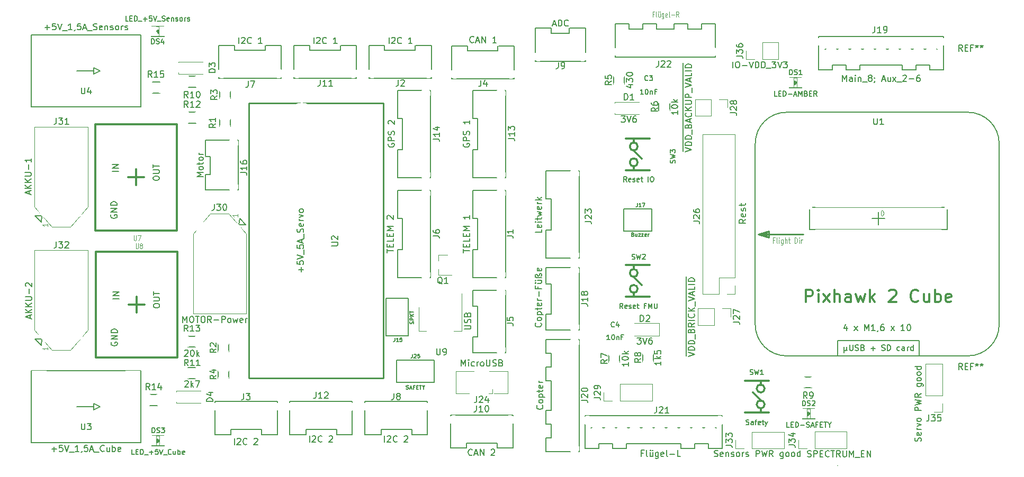
<source format=gto>
G04 #@! TF.GenerationSoftware,KiCad,Pcbnew,(2017-08-27 revision e3c64f1f0)-makepkg*
G04 #@! TF.CreationDate,2017-09-07T11:52:54+02:00*
G04 #@! TF.ProjectId,Breakout-Platine-Cube,427265616B6F75742D506C6174696E65,rev?*
G04 #@! TF.SameCoordinates,Original*
G04 #@! TF.FileFunction,Legend,Top*
G04 #@! TF.FilePolarity,Positive*
%FSLAX46Y46*%
G04 Gerber Fmt 4.6, Leading zero omitted, Abs format (unit mm)*
G04 Created by KiCad (PCBNEW (2017-08-27 revision e3c64f1f0)-makepkg) date 09/07/17 11:52:54*
%MOMM*%
%LPD*%
G01*
G04 APERTURE LIST*
%ADD10C,0.120000*%
%ADD11C,0.200000*%
%ADD12C,0.300000*%
%ADD13C,0.150000*%
%ADD14C,0.127000*%
%ADD15C,0.250000*%
%ADD16C,0.100000*%
%ADD17C,0.350000*%
%ADD18C,0.125000*%
%ADD19C,0.149860*%
%ADD20R,1.900000X2.400000*%
%ADD21R,4.200000X2.400000*%
%ADD22C,1.600000*%
%ADD23C,1.900000*%
%ADD24C,5.600000*%
%ADD25R,1.100000X1.700000*%
%ADD26C,6.000000*%
%ADD27O,1.900000X1.200000*%
%ADD28R,1.900000X1.200000*%
%ADD29C,4.200000*%
%ADD30R,0.650000X1.550000*%
%ADD31C,0.900000*%
%ADD32R,1.800000X2.500000*%
%ADD33C,3.800000*%
%ADD34O,1.200000X1.900000*%
%ADD35R,1.200000X1.900000*%
%ADD36C,3.400000*%
%ADD37R,1.700000X1.100000*%
%ADD38R,1.300000X1.600000*%
%ADD39R,2.100000X2.100000*%
%ADD40O,2.100000X2.100000*%
%ADD41R,0.850000X0.800000*%
%ADD42O,2.600000X1.500000*%
%ADD43O,2.200000X1.500000*%
%ADD44R,0.850000X1.900000*%
%ADD45C,6.900000*%
%ADD46R,1.950000X1.700000*%
%ADD47R,3.400000X3.400000*%
%ADD48R,2.400000X2.400000*%
%ADD49R,1.598880X1.598880*%
%ADD50R,1.300000X1.200000*%
G04 APERTURE END LIST*
D10*
X232580000Y-131750000D02*
X232580000Y-137760000D01*
X225760000Y-134000000D02*
X225760000Y-137760000D01*
X232580000Y-137760000D02*
X231320000Y-137760000D01*
X225760000Y-137760000D02*
X227020000Y-137760000D01*
D11*
X234345618Y-133822266D02*
X235145618Y-133822266D01*
X234345618Y-133722266D02*
X234345618Y-131222266D01*
X239645618Y-131222266D02*
X239445618Y-131222266D01*
X238345618Y-131222266D02*
X234345618Y-131222266D01*
X234345618Y-141222266D02*
X238345618Y-141222266D01*
X239645618Y-141222266D02*
X239445618Y-141222266D01*
X234345618Y-141222266D02*
X234345618Y-138722266D01*
X234345618Y-138722266D02*
X235145618Y-138722266D01*
X239645618Y-131222266D02*
X239645618Y-141222266D01*
X235145618Y-133822266D02*
X235145618Y-138722266D01*
D12*
X180550000Y-111900000D02*
X180550000Y-114400000D01*
X179300000Y-113150000D02*
X181800000Y-113150000D01*
X187050000Y-104650000D02*
X187050000Y-121650000D01*
X187050000Y-121650000D02*
X174050000Y-121650000D01*
X174050000Y-121650000D02*
X174050000Y-104650000D01*
X187050000Y-104650000D02*
X174050000Y-104650000D01*
X180600000Y-132300000D02*
X180600000Y-134800000D01*
X179350000Y-133550000D02*
X181850000Y-133550000D01*
X187100000Y-125050000D02*
X187100000Y-142050000D01*
X187100000Y-142050000D02*
X174100000Y-142050000D01*
X174100000Y-142050000D02*
X174100000Y-125050000D01*
X187100000Y-125050000D02*
X174100000Y-125050000D01*
D13*
X190060000Y-145385000D02*
X188860000Y-145385000D01*
X188860000Y-143635000D02*
X190060000Y-143635000D01*
X190060000Y-140335000D02*
X188860000Y-140335000D01*
X188860000Y-138585000D02*
X190060000Y-138585000D01*
D14*
X220530000Y-138560000D02*
X220530000Y-132560000D01*
X224030000Y-132560000D02*
X220530000Y-132560000D01*
X224030000Y-138560000D02*
X224030000Y-132560000D01*
X220530000Y-138560000D02*
X224030000Y-138560000D01*
D13*
X310251664Y-121499720D02*
X310251664Y-117999720D01*
X310251664Y-117999720D02*
X288251664Y-117999720D01*
X288251664Y-117999720D02*
X288251664Y-121499720D01*
X288251664Y-121499720D02*
X310251664Y-121499720D01*
X318550000Y-107750000D02*
X318550000Y-136750000D01*
X313550000Y-102750000D02*
X284550000Y-102750000D01*
X279550000Y-136750000D02*
X279550000Y-107750000D01*
X284550000Y-141750000D02*
X313550000Y-141750000D01*
X300250000Y-119750000D02*
X298250000Y-119750000D01*
X299250000Y-120750000D02*
X299250000Y-118750000D01*
X284550000Y-141750000D02*
G75*
G02X279550000Y-136750000I0J5000000D01*
G01*
X318550000Y-136750000D02*
G75*
G02X313550000Y-141750000I-5000000J0D01*
G01*
X313550000Y-102750000D02*
G75*
G02X318550000Y-107750000I0J-5000000D01*
G01*
X279550000Y-107750000D02*
G75*
G02X284550000Y-102750000I5000000J0D01*
G01*
D15*
X280000000Y-122250000D02*
X281700000Y-122750000D01*
X281700000Y-122750000D02*
X281700000Y-121750000D01*
X281700000Y-121750000D02*
X280000000Y-122250000D01*
D13*
X281500000Y-122600000D02*
X281500000Y-121900000D01*
X281350000Y-122550000D02*
X281350000Y-121950000D01*
X281200000Y-122500000D02*
X281200000Y-122000000D01*
X281050000Y-122450000D02*
X281050000Y-122050000D01*
X280900000Y-122400000D02*
X280900000Y-122100000D01*
X280750000Y-122350000D02*
X280750000Y-122150000D01*
X280600000Y-122350000D02*
X280600000Y-122150000D01*
X280400000Y-122250000D02*
X280550000Y-122250000D01*
D15*
X281500000Y-122250000D02*
X287250000Y-122250000D01*
D13*
X305750000Y-141750000D02*
X305750000Y-139300000D01*
X305750000Y-139300000D02*
X292750000Y-139300000D01*
X292750000Y-139300000D02*
X292750000Y-141750000D01*
X292750000Y-141750000D02*
X292750000Y-141750000D01*
X292750000Y-159250000D02*
X292750000Y-159250000D01*
D11*
X246100000Y-130200000D02*
X246900000Y-130200000D01*
X246100000Y-130100000D02*
X246100000Y-127600000D01*
X251400000Y-127600000D02*
X251200000Y-127600000D01*
X250100000Y-127600000D02*
X246100000Y-127600000D01*
X246100000Y-137600000D02*
X250100000Y-137600000D01*
X251400000Y-137600000D02*
X251200000Y-137600000D01*
X246100000Y-137600000D02*
X246100000Y-135100000D01*
X246100000Y-135100000D02*
X246900000Y-135100000D01*
X251400000Y-127600000D02*
X251400000Y-137600000D01*
X246900000Y-130200000D02*
X246900000Y-135100000D01*
X246100000Y-116600000D02*
X246900000Y-116600000D01*
X246100000Y-116600000D02*
X246100000Y-112100000D01*
X251400000Y-112100000D02*
X251200000Y-112100000D01*
X250100000Y-112100000D02*
X246100000Y-112100000D01*
X246100000Y-126100000D02*
X250100000Y-126100000D01*
X251400000Y-126100000D02*
X251200000Y-126100000D01*
X246100000Y-126100000D02*
X246100000Y-121600000D01*
X246100000Y-121600000D02*
X246900000Y-121600000D01*
X251400000Y-112100000D02*
X251400000Y-126100000D01*
X246900000Y-116600000D02*
X246900000Y-121600000D01*
X258900000Y-156600000D02*
X256700000Y-156600000D01*
X256700000Y-156600000D02*
X256700000Y-155800000D01*
X256700000Y-155800000D02*
X254500000Y-155800000D01*
X254500000Y-155800000D02*
X254500000Y-156600000D01*
X254500000Y-156600000D02*
X252300000Y-156600000D01*
X252300000Y-151300000D02*
X252300000Y-151500000D01*
X271600000Y-153300000D02*
X271000000Y-153300000D01*
X269600000Y-153300000D02*
X269000000Y-153300000D01*
X267600000Y-153300000D02*
X267000000Y-153300000D01*
X265600000Y-153300000D02*
X265000000Y-153300000D01*
X263600000Y-153300000D02*
X263000000Y-153300000D01*
X261600000Y-153300000D02*
X261000000Y-153300000D01*
X252300000Y-152600000D02*
X252300000Y-156600000D01*
X274300000Y-156600000D02*
X274300000Y-152600000D01*
X274300000Y-151300000D02*
X252300000Y-151300000D01*
X273300000Y-153300000D02*
X273000000Y-153300000D01*
X259600000Y-153300000D02*
X259000000Y-153300000D01*
X257600000Y-153300000D02*
X257000000Y-153300000D01*
X255600000Y-153300000D02*
X255000000Y-153300000D01*
X253300000Y-153300000D02*
X253600000Y-153300000D01*
X274300000Y-151300000D02*
X274300000Y-151500000D01*
X274300000Y-156600000D02*
X272100000Y-156600000D01*
X272100000Y-156600000D02*
X272100000Y-155800000D01*
X272100000Y-155800000D02*
X269900000Y-155800000D01*
X269900000Y-155800000D02*
X269900000Y-156600000D01*
X269900000Y-156600000D02*
X267700000Y-156600000D01*
X267700000Y-156600000D02*
X267700000Y-155800000D01*
X258900000Y-156600000D02*
X258900000Y-155800000D01*
X258900000Y-155800000D02*
X267700000Y-155800000D01*
X246100000Y-145700000D02*
X246100000Y-143500000D01*
X246100000Y-143500000D02*
X246900000Y-143500000D01*
X246900000Y-143500000D02*
X246900000Y-141300000D01*
X246900000Y-141300000D02*
X246100000Y-141300000D01*
X246100000Y-141300000D02*
X246100000Y-139100000D01*
X251400000Y-139100000D02*
X251200000Y-139100000D01*
X250100000Y-139100000D02*
X246100000Y-139100000D01*
X246100000Y-157100000D02*
X250100000Y-157100000D01*
X251400000Y-157100000D02*
X251200000Y-157100000D01*
X246100000Y-157100000D02*
X246100000Y-154900000D01*
X246100000Y-154900000D02*
X246900000Y-154900000D01*
X246900000Y-154900000D02*
X246900000Y-152700000D01*
X246900000Y-152700000D02*
X246100000Y-152700000D01*
X246100000Y-152700000D02*
X246100000Y-150500000D01*
X246100000Y-150500000D02*
X246900000Y-150500000D01*
X246100000Y-145700000D02*
X246900000Y-145700000D01*
X251400000Y-139100000D02*
X251400000Y-157100000D01*
X246900000Y-145700000D02*
X246900000Y-150500000D01*
D14*
X228195618Y-145972266D02*
X222195618Y-145972266D01*
X222195618Y-142472266D02*
X222195618Y-145972266D01*
X228195618Y-142472266D02*
X222195618Y-142472266D01*
X228195618Y-145972266D02*
X228195618Y-142472266D01*
D11*
X249800000Y-89300000D02*
X249800000Y-90100000D01*
X249900000Y-89300000D02*
X252400000Y-89300000D01*
X252400000Y-94600000D02*
X252400000Y-94400000D01*
X252400000Y-93300000D02*
X252400000Y-89300000D01*
X244400000Y-89300000D02*
X244400000Y-93300000D01*
X244400000Y-94600000D02*
X244400000Y-94400000D01*
X244400000Y-89300000D02*
X246900000Y-89300000D01*
X246900000Y-89300000D02*
X246900000Y-90100000D01*
X252400000Y-94600000D02*
X244400000Y-94600000D01*
X249800000Y-90100000D02*
X246900000Y-90100000D01*
X191600000Y-109800000D02*
X192400000Y-109800000D01*
X191600000Y-109700000D02*
X191600000Y-107200000D01*
X196900000Y-107200000D02*
X196700000Y-107200000D01*
X195600000Y-107200000D02*
X191600000Y-107200000D01*
X191600000Y-115200000D02*
X195600000Y-115200000D01*
X196900000Y-115200000D02*
X196700000Y-115200000D01*
X191600000Y-115200000D02*
X191600000Y-112700000D01*
X191600000Y-112700000D02*
X192400000Y-112700000D01*
X196900000Y-107200000D02*
X196900000Y-115200000D01*
X192400000Y-109800000D02*
X192400000Y-112700000D01*
X222345618Y-103722266D02*
X223145618Y-103722266D01*
X222345618Y-103722266D02*
X222345618Y-99222266D01*
X227645618Y-99222266D02*
X227445618Y-99222266D01*
X226345618Y-99222266D02*
X222345618Y-99222266D01*
X222345618Y-113222266D02*
X226345618Y-113222266D01*
X227645618Y-113222266D02*
X227445618Y-113222266D01*
X222345618Y-113222266D02*
X222345618Y-108722266D01*
X222345618Y-108722266D02*
X223145618Y-108722266D01*
X227645618Y-99222266D02*
X227645618Y-113222266D01*
X223145618Y-103722266D02*
X223145618Y-108722266D01*
X234345618Y-103722266D02*
X235145618Y-103722266D01*
X234345618Y-103722266D02*
X234345618Y-99222266D01*
X239645618Y-99222266D02*
X239445618Y-99222266D01*
X238345618Y-99222266D02*
X234345618Y-99222266D01*
X234345618Y-113222266D02*
X238345618Y-113222266D01*
X239645618Y-113222266D02*
X239445618Y-113222266D01*
X234345618Y-113222266D02*
X234345618Y-108722266D01*
X234345618Y-108722266D02*
X235145618Y-108722266D01*
X239645618Y-99222266D02*
X239645618Y-113222266D01*
X235145618Y-103722266D02*
X235145618Y-108722266D01*
X234345618Y-119722266D02*
X235145618Y-119722266D01*
X234345618Y-119722266D02*
X234345618Y-115222266D01*
X239645618Y-115222266D02*
X239445618Y-115222266D01*
X238345618Y-115222266D02*
X234345618Y-115222266D01*
X234345618Y-129222266D02*
X238345618Y-129222266D01*
X239645618Y-129222266D02*
X239445618Y-129222266D01*
X234345618Y-129222266D02*
X234345618Y-124722266D01*
X234345618Y-124722266D02*
X235145618Y-124722266D01*
X239645618Y-115222266D02*
X239645618Y-129222266D01*
X235145618Y-119722266D02*
X235145618Y-124722266D01*
X222345618Y-119722266D02*
X223145618Y-119722266D01*
X222345618Y-119722266D02*
X222345618Y-115222266D01*
X227645618Y-115222266D02*
X227445618Y-115222266D01*
X226345618Y-115222266D02*
X222345618Y-115222266D01*
X222345618Y-129222266D02*
X226345618Y-129222266D01*
X227645618Y-129222266D02*
X227445618Y-129222266D01*
X222345618Y-129222266D02*
X222345618Y-124722266D01*
X222345618Y-124722266D02*
X223145618Y-124722266D01*
X227645618Y-115222266D02*
X227645618Y-129222266D01*
X223145618Y-119722266D02*
X223145618Y-124722266D01*
X219722266Y-154354382D02*
X219722266Y-153554382D01*
X219622266Y-154354382D02*
X217122266Y-154354382D01*
X217122266Y-149054382D02*
X217122266Y-149254382D01*
X217122266Y-150354382D02*
X217122266Y-154354382D01*
X227122266Y-154354382D02*
X227122266Y-150354382D01*
X227122266Y-149054382D02*
X227122266Y-149254382D01*
X227122266Y-154354382D02*
X224622266Y-154354382D01*
X224622266Y-154354382D02*
X224622266Y-153554382D01*
X217122266Y-149054382D02*
X227122266Y-149054382D01*
X219722266Y-153554382D02*
X224622266Y-153554382D01*
X238400000Y-92100000D02*
X238400000Y-92900000D01*
X238500000Y-92100000D02*
X241000000Y-92100000D01*
X241000000Y-97400000D02*
X241000000Y-97200000D01*
X241000000Y-96100000D02*
X241000000Y-92100000D01*
X231000000Y-92100000D02*
X231000000Y-96100000D01*
X231000000Y-97400000D02*
X231000000Y-97200000D01*
X231000000Y-92100000D02*
X233500000Y-92100000D01*
X233500000Y-92100000D02*
X233500000Y-92900000D01*
X241000000Y-97400000D02*
X231000000Y-97400000D01*
X238400000Y-92900000D02*
X233500000Y-92900000D01*
X201177734Y-92045618D02*
X201177734Y-92845618D01*
X201277734Y-92045618D02*
X203777734Y-92045618D01*
X203777734Y-97345618D02*
X203777734Y-97145618D01*
X203777734Y-96045618D02*
X203777734Y-92045618D01*
X193777734Y-92045618D02*
X193777734Y-96045618D01*
X193777734Y-97345618D02*
X193777734Y-97145618D01*
X193777734Y-92045618D02*
X196277734Y-92045618D01*
X196277734Y-92045618D02*
X196277734Y-92845618D01*
X203777734Y-97345618D02*
X193777734Y-97345618D01*
X201177734Y-92845618D02*
X196277734Y-92845618D01*
X195722266Y-154354382D02*
X195722266Y-153554382D01*
X195622266Y-154354382D02*
X193122266Y-154354382D01*
X193122266Y-149054382D02*
X193122266Y-149254382D01*
X193122266Y-150354382D02*
X193122266Y-154354382D01*
X203122266Y-154354382D02*
X203122266Y-150354382D01*
X203122266Y-149054382D02*
X203122266Y-149254382D01*
X203122266Y-154354382D02*
X200622266Y-154354382D01*
X200622266Y-154354382D02*
X200622266Y-153554382D01*
X193122266Y-149054382D02*
X203122266Y-149054382D01*
X195722266Y-153554382D02*
X200622266Y-153554382D01*
X225177734Y-92045618D02*
X225177734Y-92845618D01*
X225277734Y-92045618D02*
X227777734Y-92045618D01*
X227777734Y-97345618D02*
X227777734Y-97145618D01*
X227777734Y-96045618D02*
X227777734Y-92045618D01*
X217777734Y-92045618D02*
X217777734Y-96045618D01*
X217777734Y-97345618D02*
X217777734Y-97145618D01*
X217777734Y-92045618D02*
X220277734Y-92045618D01*
X220277734Y-92045618D02*
X220277734Y-92845618D01*
X227777734Y-97345618D02*
X217777734Y-97345618D01*
X225177734Y-92845618D02*
X220277734Y-92845618D01*
X233400000Y-156500000D02*
X233400000Y-155700000D01*
X233300000Y-156500000D02*
X230800000Y-156500000D01*
X230800000Y-151200000D02*
X230800000Y-151400000D01*
X230800000Y-152500000D02*
X230800000Y-156500000D01*
X240800000Y-156500000D02*
X240800000Y-152500000D01*
X240800000Y-151200000D02*
X240800000Y-151400000D01*
X240800000Y-156500000D02*
X238300000Y-156500000D01*
X238300000Y-156500000D02*
X238300000Y-155700000D01*
X230800000Y-151200000D02*
X240800000Y-151200000D01*
X233400000Y-155700000D02*
X238300000Y-155700000D01*
X213177734Y-92045618D02*
X213177734Y-92845618D01*
X213277734Y-92045618D02*
X215777734Y-92045618D01*
X215777734Y-97345618D02*
X215777734Y-97145618D01*
X215777734Y-96045618D02*
X215777734Y-92045618D01*
X205777734Y-92045618D02*
X205777734Y-96045618D01*
X205777734Y-97345618D02*
X205777734Y-97145618D01*
X205777734Y-92045618D02*
X208277734Y-92045618D01*
X208277734Y-92045618D02*
X208277734Y-92845618D01*
X215777734Y-97345618D02*
X205777734Y-97345618D01*
X213177734Y-92845618D02*
X208277734Y-92845618D01*
X207722266Y-154354382D02*
X207722266Y-153554382D01*
X207622266Y-154354382D02*
X205122266Y-154354382D01*
X205122266Y-149054382D02*
X205122266Y-149254382D01*
X205122266Y-150354382D02*
X205122266Y-154354382D01*
X215122266Y-154354382D02*
X215122266Y-150354382D01*
X215122266Y-149054382D02*
X215122266Y-149254382D01*
X215122266Y-154354382D02*
X212622266Y-154354382D01*
X212622266Y-154354382D02*
X212622266Y-153554382D01*
X205122266Y-149054382D02*
X215122266Y-149054382D01*
X207722266Y-153554382D02*
X212622266Y-153554382D01*
D13*
X195629382Y-99332806D02*
X195629382Y-100532806D01*
X193879382Y-100532806D02*
X193879382Y-99332806D01*
X195629382Y-103832806D02*
X195629382Y-105032806D01*
X193879382Y-105032806D02*
X193879382Y-103832806D01*
X257875000Y-141600000D02*
X257875000Y-142800000D01*
X256125000Y-142800000D02*
X256125000Y-141600000D01*
X190086071Y-98726687D02*
X188886071Y-98726687D01*
X188886071Y-96976687D02*
X190086071Y-96976687D01*
D10*
X187320000Y-94640000D02*
X191220000Y-94640000D01*
X187320000Y-96640000D02*
X191220000Y-96640000D01*
X187320000Y-94640000D02*
X187320000Y-96640000D01*
X269920000Y-100670000D02*
X269920000Y-103330000D01*
X272520000Y-100670000D02*
X269920000Y-100670000D01*
X272520000Y-103330000D02*
X269920000Y-103330000D01*
X272520000Y-100670000D02*
X272520000Y-103330000D01*
X273790000Y-100670000D02*
X275120000Y-100670000D01*
X275120000Y-100670000D02*
X275120000Y-102000000D01*
X257100000Y-101100000D02*
X257100000Y-103100000D01*
X257100000Y-103100000D02*
X261000000Y-103100000D01*
X257100000Y-101100000D02*
X261000000Y-101100000D01*
X264150000Y-138500000D02*
X264150000Y-136500000D01*
X264150000Y-136500000D02*
X260250000Y-136500000D01*
X264150000Y-138500000D02*
X260250000Y-138500000D01*
X186980000Y-147320000D02*
X186980000Y-149320000D01*
X186980000Y-149320000D02*
X190880000Y-149320000D01*
X186980000Y-147320000D02*
X190880000Y-147320000D01*
X233800000Y-147750000D02*
X231650000Y-147750000D01*
X231650000Y-144200000D02*
X234550000Y-144200000D01*
X239950000Y-147750000D02*
X239950000Y-144200000D01*
X239950000Y-144200000D02*
X237050000Y-144200000D01*
X231650000Y-147750000D02*
X231650000Y-144200000D01*
X237800000Y-147750000D02*
X239950000Y-147750000D01*
X237500000Y-147750000D02*
X236900000Y-147750000D01*
X237500000Y-147000000D02*
X237500000Y-147750000D01*
X276330000Y-131830000D02*
X275000000Y-131830000D01*
X276330000Y-130500000D02*
X276330000Y-131830000D01*
X273730000Y-131830000D02*
X271130000Y-131830000D01*
X273730000Y-129230000D02*
X273730000Y-131830000D01*
X276330000Y-129230000D02*
X273730000Y-129230000D01*
X271130000Y-131830000D02*
X271130000Y-106310000D01*
X276330000Y-129230000D02*
X276330000Y-106310000D01*
X276330000Y-106310000D02*
X271130000Y-106310000D01*
X275580000Y-134170000D02*
X275580000Y-135500000D01*
X274250000Y-134170000D02*
X275580000Y-134170000D01*
X272980000Y-134170000D02*
X272980000Y-136830000D01*
X272980000Y-136830000D02*
X270380000Y-136830000D01*
X272980000Y-134170000D02*
X270380000Y-134170000D01*
X270380000Y-134170000D02*
X270380000Y-136830000D01*
X255330000Y-148930000D02*
X255330000Y-147600000D01*
X256660000Y-148930000D02*
X255330000Y-148930000D01*
X257930000Y-148930000D02*
X257930000Y-146270000D01*
X257930000Y-146270000D02*
X263070000Y-146270000D01*
X257930000Y-148930000D02*
X263070000Y-148930000D01*
X263070000Y-148930000D02*
X263070000Y-146270000D01*
D16*
X189640000Y-134970000D02*
X198140000Y-134970000D01*
X189640000Y-122220000D02*
X192390000Y-118970000D01*
X198140000Y-122220000D02*
X195390000Y-118970000D01*
X195390000Y-118970000D02*
X192390000Y-118970000D01*
X189640000Y-134970000D02*
X189640000Y-122220000D01*
X198140000Y-134970000D02*
X198140000Y-122220000D01*
D13*
X196940000Y-120770000D02*
X198090000Y-120770000D01*
X198090000Y-120770000D02*
X197090000Y-119720000D01*
X197090000Y-119720000D02*
X196940000Y-120770000D01*
D16*
X172800000Y-105100000D02*
X164300000Y-105100000D01*
X172800000Y-117850000D02*
X170050000Y-121100000D01*
X164300000Y-117850000D02*
X167050000Y-121100000D01*
X167050000Y-121100000D02*
X170050000Y-121100000D01*
X172800000Y-105100000D02*
X172800000Y-117850000D01*
X164300000Y-105100000D02*
X164300000Y-117850000D01*
D13*
X165500000Y-119300000D02*
X164350000Y-119300000D01*
X164350000Y-119300000D02*
X165350000Y-120350000D01*
X165350000Y-120350000D02*
X165500000Y-119300000D01*
X165350000Y-140100000D02*
X165500000Y-139050000D01*
X164350000Y-139050000D02*
X165350000Y-140100000D01*
X165500000Y-139050000D02*
X164350000Y-139050000D01*
D16*
X164300000Y-124850000D02*
X164300000Y-137600000D01*
X172800000Y-124850000D02*
X172800000Y-137600000D01*
X167050000Y-140850000D02*
X170050000Y-140850000D01*
X164300000Y-137600000D02*
X167050000Y-140850000D01*
X172800000Y-137600000D02*
X170050000Y-140850000D01*
X172800000Y-124850000D02*
X164300000Y-124850000D01*
D13*
X195375822Y-139850000D02*
X195375822Y-141050000D01*
X193625822Y-141050000D02*
X193625822Y-139850000D01*
X195375000Y-144100000D02*
X195375000Y-145300000D01*
X193625000Y-145300000D02*
X193625000Y-144100000D01*
X258625000Y-97000000D02*
X258625000Y-98200000D01*
X256875000Y-98200000D02*
X256875000Y-97000000D01*
X264125000Y-102450000D02*
X264125000Y-101250000D01*
X265875000Y-101250000D02*
X265875000Y-102450000D01*
X263275000Y-141450000D02*
X263275000Y-142650000D01*
X261525000Y-142650000D02*
X261525000Y-141450000D01*
X288600000Y-146875000D02*
X287400000Y-146875000D01*
X287400000Y-145125000D02*
X288600000Y-145125000D01*
X190086071Y-104476687D02*
X188886071Y-104476687D01*
X188886071Y-102726687D02*
X190086071Y-102726687D01*
D17*
X280410000Y-146345000D02*
X280410000Y-145710000D01*
X280410000Y-150155000D02*
X280410000Y-150790000D01*
X280410000Y-148885000D02*
X279140000Y-147615000D01*
X281045000Y-146980000D02*
G75*
G03X281045000Y-146980000I-635000J0D01*
G01*
X281045000Y-149520000D02*
G75*
G03X281045000Y-149520000I-635000J0D01*
G01*
X277870000Y-145710000D02*
X281680000Y-145710000D01*
X277870000Y-150790000D02*
X281680000Y-150790000D01*
X260115000Y-131655000D02*
X260115000Y-132290000D01*
X260115000Y-127845000D02*
X260115000Y-127210000D01*
X260115000Y-129115000D02*
X261385000Y-130385000D01*
X260750000Y-131020000D02*
G75*
G03X260750000Y-131020000I-635000J0D01*
G01*
X260750000Y-128480000D02*
G75*
G03X260750000Y-128480000I-635000J0D01*
G01*
X262655000Y-132290000D02*
X258845000Y-132290000D01*
X262655000Y-127210000D02*
X258845000Y-127210000D01*
X262655000Y-106960000D02*
X258845000Y-106960000D01*
X262655000Y-112040000D02*
X258845000Y-112040000D01*
X260750000Y-108230000D02*
G75*
G03X260750000Y-108230000I-635000J0D01*
G01*
X260750000Y-110770000D02*
G75*
G03X260750000Y-110770000I-635000J0D01*
G01*
X260115000Y-108865000D02*
X261385000Y-110135000D01*
X260115000Y-107595000D02*
X260115000Y-106960000D01*
X260115000Y-111405000D02*
X260115000Y-112040000D01*
D15*
X198600000Y-101300000D02*
X220100000Y-101300000D01*
X198600000Y-145300000D02*
X198600000Y-101300000D01*
X220100000Y-145300000D02*
X198600000Y-145300000D01*
X220100000Y-145300000D02*
X220100000Y-101300000D01*
D13*
X163800000Y-155600000D02*
X181300000Y-155600000D01*
X181300000Y-155600000D02*
X181300000Y-144100000D01*
X181300000Y-144100000D02*
X163800000Y-144100000D01*
X163800000Y-144100000D02*
X163800000Y-155600000D01*
X171050000Y-149850000D02*
X173800000Y-149850000D01*
X174800000Y-149850000D02*
X173800000Y-149350000D01*
X173800000Y-149350000D02*
X173800000Y-150350000D01*
X173800000Y-150350000D02*
X174800000Y-149850000D01*
X173800000Y-96600000D02*
X174800000Y-96100000D01*
X173800000Y-95600000D02*
X173800000Y-96600000D01*
X174800000Y-96100000D02*
X173800000Y-95600000D01*
X171050000Y-96100000D02*
X173800000Y-96100000D01*
X163800000Y-90350000D02*
X163800000Y-101850000D01*
X181300000Y-90350000D02*
X163800000Y-90350000D01*
X181300000Y-101850000D02*
X181300000Y-90350000D01*
X163800000Y-101850000D02*
X181300000Y-101850000D01*
D14*
X286200660Y-98000000D02*
X285900940Y-97700280D01*
X285900940Y-97700280D02*
X285900940Y-98299720D01*
X285900940Y-98299720D02*
X286200660Y-98000000D01*
X286099060Y-98099060D02*
X286099060Y-97900940D01*
X286000000Y-97799340D02*
X286000000Y-98200660D01*
X286299720Y-98800100D02*
X286299720Y-97199900D01*
X285700280Y-97199900D02*
X285700280Y-98800100D01*
X284999240Y-97199900D02*
X287000760Y-97199900D01*
X287000760Y-97199900D02*
X287000760Y-98800100D01*
X287000760Y-98800100D02*
X284999240Y-98800100D01*
X284999240Y-98800100D02*
X284999240Y-97199900D01*
X287100080Y-151800100D02*
X287100080Y-150199900D01*
X289101600Y-151800100D02*
X287100080Y-151800100D01*
X289101600Y-150199900D02*
X289101600Y-151800100D01*
X287100080Y-150199900D02*
X289101600Y-150199900D01*
X287801120Y-150199900D02*
X287801120Y-151800100D01*
X288400560Y-151800100D02*
X288400560Y-150199900D01*
X288100840Y-150799340D02*
X288100840Y-151200660D01*
X288199900Y-151099060D02*
X288199900Y-150900940D01*
X288001780Y-151299720D02*
X288301500Y-151000000D01*
X288001780Y-150700280D02*
X288001780Y-151299720D01*
X288301500Y-151000000D02*
X288001780Y-150700280D01*
D11*
X266600000Y-89400000D02*
X263800000Y-89400000D01*
X273200000Y-93900000D02*
X257200000Y-93900000D01*
X266600000Y-88600000D02*
X266600000Y-89400000D01*
X263800000Y-88600000D02*
X263800000Y-89400000D01*
X261600000Y-88600000D02*
X263800000Y-88600000D01*
X261600000Y-89400000D02*
X261600000Y-88600000D01*
X259400000Y-89400000D02*
X261600000Y-89400000D01*
X259400000Y-88600000D02*
X259400000Y-89400000D01*
X257200000Y-88600000D02*
X259400000Y-88600000D01*
X257200000Y-93900000D02*
X257200000Y-93700000D01*
X257200000Y-88600000D02*
X257200000Y-92600000D01*
X273200000Y-92600000D02*
X273200000Y-88600000D01*
X273200000Y-93900000D02*
X273200000Y-93700000D01*
X271000000Y-88600000D02*
X273200000Y-88600000D01*
X271000000Y-89400000D02*
X271000000Y-88600000D01*
X268800000Y-89400000D02*
X271000000Y-89400000D01*
X268800000Y-88600000D02*
X268800000Y-89400000D01*
X266600000Y-88600000D02*
X268800000Y-88600000D01*
D14*
X258500000Y-118250000D02*
X258500000Y-121750000D01*
X258500000Y-121750000D02*
X263000000Y-121750000D01*
X263000000Y-121750000D02*
X263000000Y-118250000D01*
X258500000Y-118250000D02*
X263000000Y-118250000D01*
D11*
X296280000Y-95150000D02*
X303080000Y-95150000D01*
X296280000Y-95950000D02*
X296280000Y-95150000D01*
X303080000Y-95950000D02*
X303080000Y-95150000D01*
X305280000Y-95950000D02*
X303080000Y-95950000D01*
X305280000Y-95150000D02*
X305280000Y-95950000D01*
X307480000Y-95150000D02*
X305280000Y-95150000D01*
X307480000Y-95950000D02*
X307480000Y-95150000D01*
X309680000Y-95950000D02*
X307480000Y-95950000D01*
X309680000Y-90650000D02*
X309680000Y-90850000D01*
X290680000Y-92650000D02*
X290980000Y-92650000D01*
X292980000Y-92650000D02*
X292380000Y-92650000D01*
X294980000Y-92650000D02*
X294380000Y-92650000D01*
X296980000Y-92650000D02*
X296380000Y-92650000D01*
X308680000Y-92650000D02*
X308380000Y-92650000D01*
X309680000Y-90650000D02*
X289680000Y-90650000D01*
X309680000Y-95950000D02*
X309680000Y-91950000D01*
X289680000Y-91950000D02*
X289680000Y-95950000D01*
X298980000Y-92650000D02*
X298380000Y-92650000D01*
X300980000Y-92650000D02*
X300380000Y-92650000D01*
X302980000Y-92650000D02*
X302380000Y-92650000D01*
X304980000Y-92650000D02*
X304380000Y-92650000D01*
X306980000Y-92650000D02*
X306380000Y-92650000D01*
X289680000Y-90650000D02*
X289680000Y-90850000D01*
X291880000Y-95950000D02*
X289680000Y-95950000D01*
X291880000Y-95150000D02*
X291880000Y-95950000D01*
X294080000Y-95150000D02*
X291880000Y-95150000D01*
X294080000Y-95950000D02*
X294080000Y-95150000D01*
X296280000Y-95950000D02*
X294080000Y-95950000D01*
D14*
X184261640Y-155340000D02*
X183961920Y-155040280D01*
X183961920Y-155040280D02*
X183961920Y-155639720D01*
X183961920Y-155639720D02*
X184261640Y-155340000D01*
X184160040Y-155439060D02*
X184160040Y-155240940D01*
X184060980Y-155139340D02*
X184060980Y-155540660D01*
X184360700Y-156140100D02*
X184360700Y-154539900D01*
X183761260Y-154539900D02*
X183761260Y-156140100D01*
X183060220Y-154539900D02*
X185061740Y-154539900D01*
X185061740Y-154539900D02*
X185061740Y-156140100D01*
X185061740Y-156140100D02*
X183060220Y-156140100D01*
X183060220Y-156140100D02*
X183060220Y-154539900D01*
X185000760Y-88979900D02*
X185000760Y-90580100D01*
X182999240Y-88979900D02*
X185000760Y-88979900D01*
X182999240Y-90580100D02*
X182999240Y-88979900D01*
X185000760Y-90580100D02*
X182999240Y-90580100D01*
X184299720Y-90580100D02*
X184299720Y-88979900D01*
X183700280Y-88979900D02*
X183700280Y-90580100D01*
X184000000Y-89980660D02*
X184000000Y-89579340D01*
X183900940Y-89680940D02*
X183900940Y-89879060D01*
X184099060Y-89480280D02*
X183799340Y-89780000D01*
X184099060Y-90079720D02*
X184099060Y-89480280D01*
X183799340Y-89780000D02*
X184099060Y-90079720D01*
D13*
X183950000Y-149685000D02*
X182750000Y-149685000D01*
X182750000Y-147935000D02*
X183950000Y-147935000D01*
X184320000Y-99665000D02*
X183120000Y-99665000D01*
X183120000Y-97915000D02*
X184320000Y-97915000D01*
D10*
X276410000Y-156580000D02*
X276410000Y-155250000D01*
X277740000Y-156580000D02*
X276410000Y-156580000D01*
X279010000Y-156580000D02*
X279010000Y-153920000D01*
X279010000Y-153920000D02*
X284150000Y-153920000D01*
X279010000Y-156580000D02*
X284150000Y-156580000D01*
X284150000Y-156580000D02*
X284150000Y-153920000D01*
X286460000Y-156540000D02*
X286460000Y-155210000D01*
X287790000Y-156540000D02*
X286460000Y-156540000D01*
X289060000Y-156540000D02*
X289060000Y-153880000D01*
X289060000Y-153880000D02*
X294200000Y-153880000D01*
X289060000Y-156540000D02*
X294200000Y-156540000D01*
X294200000Y-156540000D02*
X294200000Y-153880000D01*
X278080000Y-94230000D02*
X278080000Y-92900000D01*
X279410000Y-94230000D02*
X278080000Y-94230000D01*
X280680000Y-94230000D02*
X280680000Y-91570000D01*
X280680000Y-91570000D02*
X283280000Y-91570000D01*
X280680000Y-94230000D02*
X283280000Y-94230000D01*
X283280000Y-94230000D02*
X283280000Y-91570000D01*
X228840000Y-125610000D02*
X230300000Y-125610000D01*
X228840000Y-128770000D02*
X231000000Y-128770000D01*
X228840000Y-128770000D02*
X228840000Y-127840000D01*
X228840000Y-125610000D02*
X228840000Y-126540000D01*
X309450000Y-150730000D02*
X308120000Y-150730000D01*
X309450000Y-149400000D02*
X309450000Y-150730000D01*
X309450000Y-148130000D02*
X306790000Y-148130000D01*
X306790000Y-148130000D02*
X306790000Y-142990000D01*
X309450000Y-148130000D02*
X309450000Y-142990000D01*
X309450000Y-142990000D02*
X306790000Y-142990000D01*
D13*
X228598095Y-140582380D02*
X228598095Y-141391904D01*
X228645714Y-141487142D01*
X228693333Y-141534761D01*
X228788571Y-141582380D01*
X228979047Y-141582380D01*
X229074285Y-141534761D01*
X229121904Y-141487142D01*
X229169523Y-141391904D01*
X229169523Y-140582380D01*
X229693333Y-141582380D02*
X229883809Y-141582380D01*
X229979047Y-141534761D01*
X230026666Y-141487142D01*
X230121904Y-141344285D01*
X230169523Y-141153809D01*
X230169523Y-140772857D01*
X230121904Y-140677619D01*
X230074285Y-140630000D01*
X229979047Y-140582380D01*
X229788571Y-140582380D01*
X229693333Y-140630000D01*
X229645714Y-140677619D01*
X229598095Y-140772857D01*
X229598095Y-141010952D01*
X229645714Y-141106190D01*
X229693333Y-141153809D01*
X229788571Y-141201428D01*
X229979047Y-141201428D01*
X230074285Y-141153809D01*
X230121904Y-141106190D01*
X230169523Y-141010952D01*
X239852380Y-136533333D02*
X240566666Y-136533333D01*
X240709523Y-136580952D01*
X240804761Y-136676190D01*
X240852380Y-136819047D01*
X240852380Y-136914285D01*
X239852380Y-135580952D02*
X239852380Y-136057142D01*
X240328571Y-136104761D01*
X240280952Y-136057142D01*
X240233333Y-135961904D01*
X240233333Y-135723809D01*
X240280952Y-135628571D01*
X240328571Y-135580952D01*
X240423809Y-135533333D01*
X240661904Y-135533333D01*
X240757142Y-135580952D01*
X240804761Y-135628571D01*
X240852380Y-135723809D01*
X240852380Y-135961904D01*
X240804761Y-136057142D01*
X240757142Y-136104761D01*
X233052380Y-137461904D02*
X233861904Y-137461904D01*
X233957142Y-137414285D01*
X234004761Y-137366666D01*
X234052380Y-137271428D01*
X234052380Y-137080952D01*
X234004761Y-136985714D01*
X233957142Y-136938095D01*
X233861904Y-136890476D01*
X233052380Y-136890476D01*
X234004761Y-136461904D02*
X234052380Y-136319047D01*
X234052380Y-136080952D01*
X234004761Y-135985714D01*
X233957142Y-135938095D01*
X233861904Y-135890476D01*
X233766666Y-135890476D01*
X233671428Y-135938095D01*
X233623809Y-135985714D01*
X233576190Y-136080952D01*
X233528571Y-136271428D01*
X233480952Y-136366666D01*
X233433333Y-136414285D01*
X233338095Y-136461904D01*
X233242857Y-136461904D01*
X233147619Y-136414285D01*
X233100000Y-136366666D01*
X233052380Y-136271428D01*
X233052380Y-136033333D01*
X233100000Y-135890476D01*
X233528571Y-135128571D02*
X233576190Y-134985714D01*
X233623809Y-134938095D01*
X233719047Y-134890476D01*
X233861904Y-134890476D01*
X233957142Y-134938095D01*
X234004761Y-134985714D01*
X234052380Y-135080952D01*
X234052380Y-135461904D01*
X233052380Y-135461904D01*
X233052380Y-135128571D01*
X233100000Y-135033333D01*
X233147619Y-134985714D01*
X233242857Y-134938095D01*
X233338095Y-134938095D01*
X233433333Y-134985714D01*
X233480952Y-135033333D01*
X233528571Y-135128571D01*
X233528571Y-135461904D01*
D18*
X180204761Y-122434523D02*
X180204761Y-123122619D01*
X180235714Y-123203571D01*
X180266666Y-123244047D01*
X180328571Y-123284523D01*
X180452380Y-123284523D01*
X180514285Y-123244047D01*
X180545238Y-123203571D01*
X180576190Y-123122619D01*
X180576190Y-122434523D01*
X180823809Y-122434523D02*
X181257142Y-122434523D01*
X180978571Y-123284523D01*
D13*
X176550000Y-119161904D02*
X176502380Y-119257142D01*
X176502380Y-119400000D01*
X176550000Y-119542857D01*
X176645238Y-119638095D01*
X176740476Y-119685714D01*
X176930952Y-119733333D01*
X177073809Y-119733333D01*
X177264285Y-119685714D01*
X177359523Y-119638095D01*
X177454761Y-119542857D01*
X177502380Y-119400000D01*
X177502380Y-119304761D01*
X177454761Y-119161904D01*
X177407142Y-119114285D01*
X177073809Y-119114285D01*
X177073809Y-119304761D01*
X177502380Y-118685714D02*
X176502380Y-118685714D01*
X177502380Y-118114285D01*
X176502380Y-118114285D01*
X177502380Y-117638095D02*
X176502380Y-117638095D01*
X176502380Y-117400000D01*
X176550000Y-117257142D01*
X176645238Y-117161904D01*
X176740476Y-117114285D01*
X176930952Y-117066666D01*
X177073809Y-117066666D01*
X177264285Y-117114285D01*
X177359523Y-117161904D01*
X177454761Y-117257142D01*
X177502380Y-117400000D01*
X177502380Y-117638095D01*
X183252380Y-113400000D02*
X183252380Y-113209523D01*
X183300000Y-113114285D01*
X183395238Y-113019047D01*
X183585714Y-112971428D01*
X183919047Y-112971428D01*
X184109523Y-113019047D01*
X184204761Y-113114285D01*
X184252380Y-113209523D01*
X184252380Y-113400000D01*
X184204761Y-113495238D01*
X184109523Y-113590476D01*
X183919047Y-113638095D01*
X183585714Y-113638095D01*
X183395238Y-113590476D01*
X183300000Y-113495238D01*
X183252380Y-113400000D01*
X183252380Y-112542857D02*
X184061904Y-112542857D01*
X184157142Y-112495238D01*
X184204761Y-112447619D01*
X184252380Y-112352380D01*
X184252380Y-112161904D01*
X184204761Y-112066666D01*
X184157142Y-112019047D01*
X184061904Y-111971428D01*
X183252380Y-111971428D01*
X183252380Y-111638095D02*
X183252380Y-111066666D01*
X184252380Y-111352380D02*
X183252380Y-111352380D01*
X177752380Y-112173809D02*
X176752380Y-112173809D01*
X177752380Y-111697619D02*
X176752380Y-111697619D01*
X177752380Y-111126190D01*
X176752380Y-111126190D01*
D18*
X180504761Y-123734523D02*
X180504761Y-124422619D01*
X180535714Y-124503571D01*
X180566666Y-124544047D01*
X180628571Y-124584523D01*
X180752380Y-124584523D01*
X180814285Y-124544047D01*
X180845238Y-124503571D01*
X180876190Y-124422619D01*
X180876190Y-123734523D01*
X181278571Y-124098809D02*
X181216666Y-124058333D01*
X181185714Y-124017857D01*
X181154761Y-123936904D01*
X181154761Y-123896428D01*
X181185714Y-123815476D01*
X181216666Y-123775000D01*
X181278571Y-123734523D01*
X181402380Y-123734523D01*
X181464285Y-123775000D01*
X181495238Y-123815476D01*
X181526190Y-123896428D01*
X181526190Y-123936904D01*
X181495238Y-124017857D01*
X181464285Y-124058333D01*
X181402380Y-124098809D01*
X181278571Y-124098809D01*
X181216666Y-124139285D01*
X181185714Y-124179761D01*
X181154761Y-124260714D01*
X181154761Y-124422619D01*
X181185714Y-124503571D01*
X181216666Y-124544047D01*
X181278571Y-124584523D01*
X181402380Y-124584523D01*
X181464285Y-124544047D01*
X181495238Y-124503571D01*
X181526190Y-124422619D01*
X181526190Y-124260714D01*
X181495238Y-124179761D01*
X181464285Y-124139285D01*
X181402380Y-124098809D01*
D13*
X176600000Y-139561904D02*
X176552380Y-139657142D01*
X176552380Y-139800000D01*
X176600000Y-139942857D01*
X176695238Y-140038095D01*
X176790476Y-140085714D01*
X176980952Y-140133333D01*
X177123809Y-140133333D01*
X177314285Y-140085714D01*
X177409523Y-140038095D01*
X177504761Y-139942857D01*
X177552380Y-139800000D01*
X177552380Y-139704761D01*
X177504761Y-139561904D01*
X177457142Y-139514285D01*
X177123809Y-139514285D01*
X177123809Y-139704761D01*
X177552380Y-139085714D02*
X176552380Y-139085714D01*
X177552380Y-138514285D01*
X176552380Y-138514285D01*
X177552380Y-138038095D02*
X176552380Y-138038095D01*
X176552380Y-137800000D01*
X176600000Y-137657142D01*
X176695238Y-137561904D01*
X176790476Y-137514285D01*
X176980952Y-137466666D01*
X177123809Y-137466666D01*
X177314285Y-137514285D01*
X177409523Y-137561904D01*
X177504761Y-137657142D01*
X177552380Y-137800000D01*
X177552380Y-138038095D01*
X183302380Y-133800000D02*
X183302380Y-133609523D01*
X183350000Y-133514285D01*
X183445238Y-133419047D01*
X183635714Y-133371428D01*
X183969047Y-133371428D01*
X184159523Y-133419047D01*
X184254761Y-133514285D01*
X184302380Y-133609523D01*
X184302380Y-133800000D01*
X184254761Y-133895238D01*
X184159523Y-133990476D01*
X183969047Y-134038095D01*
X183635714Y-134038095D01*
X183445238Y-133990476D01*
X183350000Y-133895238D01*
X183302380Y-133800000D01*
X183302380Y-132942857D02*
X184111904Y-132942857D01*
X184207142Y-132895238D01*
X184254761Y-132847619D01*
X184302380Y-132752380D01*
X184302380Y-132561904D01*
X184254761Y-132466666D01*
X184207142Y-132419047D01*
X184111904Y-132371428D01*
X183302380Y-132371428D01*
X183302380Y-132038095D02*
X183302380Y-131466666D01*
X184302380Y-131752380D02*
X183302380Y-131752380D01*
X177802380Y-132573809D02*
X176802380Y-132573809D01*
X177802380Y-132097619D02*
X176802380Y-132097619D01*
X177802380Y-131526190D01*
X176802380Y-131526190D01*
X188865312Y-143309952D02*
X188531979Y-142833762D01*
X188293884Y-143309952D02*
X188293884Y-142309952D01*
X188674836Y-142309952D01*
X188770074Y-142357572D01*
X188817693Y-142405191D01*
X188865312Y-142500429D01*
X188865312Y-142643286D01*
X188817693Y-142738524D01*
X188770074Y-142786143D01*
X188674836Y-142833762D01*
X188293884Y-142833762D01*
X189817693Y-143309952D02*
X189246265Y-143309952D01*
X189531979Y-143309952D02*
X189531979Y-142309952D01*
X189436741Y-142452810D01*
X189341503Y-142548048D01*
X189246265Y-142595667D01*
X190770074Y-143309952D02*
X190198646Y-143309952D01*
X190484360Y-143309952D02*
X190484360Y-142309952D01*
X190389122Y-142452810D01*
X190293884Y-142548048D01*
X190198646Y-142595667D01*
X188341503Y-145805191D02*
X188389122Y-145757572D01*
X188484360Y-145709952D01*
X188722455Y-145709952D01*
X188817693Y-145757572D01*
X188865312Y-145805191D01*
X188912931Y-145900429D01*
X188912931Y-145995667D01*
X188865312Y-146138524D01*
X188293884Y-146709952D01*
X188912931Y-146709952D01*
X189341503Y-146709952D02*
X189341503Y-145709952D01*
X189436741Y-146329000D02*
X189722455Y-146709952D01*
X189722455Y-146043286D02*
X189341503Y-146424238D01*
X190055789Y-145709952D02*
X190722455Y-145709952D01*
X190293884Y-146709952D01*
X188817142Y-137812380D02*
X188483809Y-137336190D01*
X188245714Y-137812380D02*
X188245714Y-136812380D01*
X188626666Y-136812380D01*
X188721904Y-136860000D01*
X188769523Y-136907619D01*
X188817142Y-137002857D01*
X188817142Y-137145714D01*
X188769523Y-137240952D01*
X188721904Y-137288571D01*
X188626666Y-137336190D01*
X188245714Y-137336190D01*
X189769523Y-137812380D02*
X189198095Y-137812380D01*
X189483809Y-137812380D02*
X189483809Y-136812380D01*
X189388571Y-136955238D01*
X189293333Y-137050476D01*
X189198095Y-137098095D01*
X190102857Y-136812380D02*
X190721904Y-136812380D01*
X190388571Y-137193333D01*
X190531428Y-137193333D01*
X190626666Y-137240952D01*
X190674285Y-137288571D01*
X190721904Y-137383809D01*
X190721904Y-137621904D01*
X190674285Y-137717142D01*
X190626666Y-137764761D01*
X190531428Y-137812380D01*
X190245714Y-137812380D01*
X190150476Y-137764761D01*
X190102857Y-137717142D01*
X188293333Y-140905191D02*
X188340952Y-140857572D01*
X188436190Y-140809952D01*
X188674285Y-140809952D01*
X188769523Y-140857572D01*
X188817142Y-140905191D01*
X188864761Y-141000429D01*
X188864761Y-141095667D01*
X188817142Y-141238524D01*
X188245714Y-141809952D01*
X188864761Y-141809952D01*
X189483809Y-140809952D02*
X189579047Y-140809952D01*
X189674285Y-140857572D01*
X189721904Y-140905191D01*
X189769523Y-141000429D01*
X189817142Y-141190905D01*
X189817142Y-141429000D01*
X189769523Y-141619476D01*
X189721904Y-141714714D01*
X189674285Y-141762333D01*
X189579047Y-141809952D01*
X189483809Y-141809952D01*
X189388571Y-141762333D01*
X189340952Y-141714714D01*
X189293333Y-141619476D01*
X189245714Y-141429000D01*
X189245714Y-141190905D01*
X189293333Y-141000429D01*
X189340952Y-140905191D01*
X189388571Y-140857572D01*
X189483809Y-140809952D01*
X190245714Y-141809952D02*
X190245714Y-140809952D01*
X190340952Y-141429000D02*
X190626666Y-141809952D01*
X190626666Y-141143286D02*
X190245714Y-141524238D01*
X312666666Y-92952380D02*
X312333333Y-92476190D01*
X312095238Y-92952380D02*
X312095238Y-91952380D01*
X312476190Y-91952380D01*
X312571428Y-92000000D01*
X312619047Y-92047619D01*
X312666666Y-92142857D01*
X312666666Y-92285714D01*
X312619047Y-92380952D01*
X312571428Y-92428571D01*
X312476190Y-92476190D01*
X312095238Y-92476190D01*
X313095238Y-92428571D02*
X313428571Y-92428571D01*
X313571428Y-92952380D02*
X313095238Y-92952380D01*
X313095238Y-91952380D01*
X313571428Y-91952380D01*
X314333333Y-92428571D02*
X314000000Y-92428571D01*
X314000000Y-92952380D02*
X314000000Y-91952380D01*
X314476190Y-91952380D01*
X315000000Y-91952380D02*
X315000000Y-92190476D01*
X314761904Y-92095238D02*
X315000000Y-92190476D01*
X315238095Y-92095238D01*
X314857142Y-92380952D02*
X315000000Y-92190476D01*
X315142857Y-92380952D01*
X315761904Y-91952380D02*
X315761904Y-92190476D01*
X315523809Y-92095238D02*
X315761904Y-92190476D01*
X316000000Y-92095238D01*
X315619047Y-92380952D02*
X315761904Y-92190476D01*
X315904761Y-92380952D01*
X312666666Y-143952380D02*
X312333333Y-143476190D01*
X312095238Y-143952380D02*
X312095238Y-142952380D01*
X312476190Y-142952380D01*
X312571428Y-143000000D01*
X312619047Y-143047619D01*
X312666666Y-143142857D01*
X312666666Y-143285714D01*
X312619047Y-143380952D01*
X312571428Y-143428571D01*
X312476190Y-143476190D01*
X312095238Y-143476190D01*
X313095238Y-143428571D02*
X313428571Y-143428571D01*
X313571428Y-143952380D02*
X313095238Y-143952380D01*
X313095238Y-142952380D01*
X313571428Y-142952380D01*
X314333333Y-143428571D02*
X314000000Y-143428571D01*
X314000000Y-143952380D02*
X314000000Y-142952380D01*
X314476190Y-142952380D01*
X315000000Y-142952380D02*
X315000000Y-143190476D01*
X314761904Y-143095238D02*
X315000000Y-143190476D01*
X315238095Y-143095238D01*
X314857142Y-143380952D02*
X315000000Y-143190476D01*
X315142857Y-143380952D01*
X315761904Y-142952380D02*
X315761904Y-143190476D01*
X315523809Y-143095238D02*
X315761904Y-143190476D01*
X316000000Y-143095238D01*
X315619047Y-143380952D02*
X315761904Y-143190476D01*
X315904761Y-143380952D01*
D14*
X221904285Y-138851428D02*
X221904285Y-139280000D01*
X221875714Y-139365714D01*
X221818571Y-139422857D01*
X221732857Y-139451428D01*
X221675714Y-139451428D01*
X222504285Y-139451428D02*
X222161428Y-139451428D01*
X222332857Y-139451428D02*
X222332857Y-138851428D01*
X222275714Y-138937142D01*
X222218571Y-138994285D01*
X222161428Y-139022857D01*
X223047142Y-138851428D02*
X222761428Y-138851428D01*
X222732857Y-139137142D01*
X222761428Y-139108571D01*
X222818571Y-139080000D01*
X222961428Y-139080000D01*
X223018571Y-139108571D01*
X223047142Y-139137142D01*
X223075714Y-139194285D01*
X223075714Y-139337142D01*
X223047142Y-139394285D01*
X223018571Y-139422857D01*
X222961428Y-139451428D01*
X222818571Y-139451428D01*
X222761428Y-139422857D01*
X222732857Y-139394285D01*
X224900591Y-136610000D02*
X224929162Y-136524285D01*
X224929162Y-136381428D01*
X224900591Y-136324285D01*
X224872019Y-136295714D01*
X224814876Y-136267142D01*
X224757734Y-136267142D01*
X224700591Y-136295714D01*
X224672019Y-136324285D01*
X224643448Y-136381428D01*
X224614876Y-136495714D01*
X224586305Y-136552857D01*
X224557734Y-136581428D01*
X224500591Y-136610000D01*
X224443448Y-136610000D01*
X224386305Y-136581428D01*
X224357734Y-136552857D01*
X224329162Y-136495714D01*
X224329162Y-136352857D01*
X224357734Y-136267142D01*
X224929162Y-136010000D02*
X224329162Y-136010000D01*
X224329162Y-135781428D01*
X224357734Y-135724285D01*
X224386305Y-135695714D01*
X224443448Y-135667142D01*
X224529162Y-135667142D01*
X224586305Y-135695714D01*
X224614876Y-135724285D01*
X224643448Y-135781428D01*
X224643448Y-136010000D01*
X224929162Y-135410000D02*
X224329162Y-135410000D01*
X224929162Y-135067142D02*
X224586305Y-135324285D01*
X224329162Y-135067142D02*
X224672019Y-135410000D01*
X224329162Y-134895714D02*
X224329162Y-134552857D01*
X224929162Y-134724285D02*
X224329162Y-134724285D01*
D13*
X298488095Y-103702380D02*
X298488095Y-104511904D01*
X298535714Y-104607142D01*
X298583333Y-104654761D01*
X298678571Y-104702380D01*
X298869047Y-104702380D01*
X298964285Y-104654761D01*
X299011904Y-104607142D01*
X299059523Y-104511904D01*
X299059523Y-103702380D01*
X300059523Y-104702380D02*
X299488095Y-104702380D01*
X299773809Y-104702380D02*
X299773809Y-103702380D01*
X299678571Y-103845238D01*
X299583333Y-103940476D01*
X299488095Y-103988095D01*
D12*
X287630952Y-133154761D02*
X287630952Y-131154761D01*
X288392857Y-131154761D01*
X288583333Y-131250000D01*
X288678571Y-131345238D01*
X288773809Y-131535714D01*
X288773809Y-131821428D01*
X288678571Y-132011904D01*
X288583333Y-132107142D01*
X288392857Y-132202380D01*
X287630952Y-132202380D01*
X289630952Y-133154761D02*
X289630952Y-131821428D01*
X289630952Y-131154761D02*
X289535714Y-131250000D01*
X289630952Y-131345238D01*
X289726190Y-131250000D01*
X289630952Y-131154761D01*
X289630952Y-131345238D01*
X290392857Y-133154761D02*
X291440476Y-131821428D01*
X290392857Y-131821428D02*
X291440476Y-133154761D01*
X292202380Y-133154761D02*
X292202380Y-131154761D01*
X293059523Y-133154761D02*
X293059523Y-132107142D01*
X292964285Y-131916666D01*
X292773809Y-131821428D01*
X292488095Y-131821428D01*
X292297619Y-131916666D01*
X292202380Y-132011904D01*
X294869047Y-133154761D02*
X294869047Y-132107142D01*
X294773809Y-131916666D01*
X294583333Y-131821428D01*
X294202380Y-131821428D01*
X294011904Y-131916666D01*
X294869047Y-133059523D02*
X294678571Y-133154761D01*
X294202380Y-133154761D01*
X294011904Y-133059523D01*
X293916666Y-132869047D01*
X293916666Y-132678571D01*
X294011904Y-132488095D01*
X294202380Y-132392857D01*
X294678571Y-132392857D01*
X294869047Y-132297619D01*
X295630952Y-131821428D02*
X296011904Y-133154761D01*
X296392857Y-132202380D01*
X296773809Y-133154761D01*
X297154761Y-131821428D01*
X297916666Y-133154761D02*
X297916666Y-131154761D01*
X298107142Y-132392857D02*
X298678571Y-133154761D01*
X298678571Y-131821428D02*
X297916666Y-132583333D01*
X300964285Y-131345238D02*
X301059523Y-131250000D01*
X301250000Y-131154761D01*
X301726190Y-131154761D01*
X301916666Y-131250000D01*
X302011904Y-131345238D01*
X302107142Y-131535714D01*
X302107142Y-131726190D01*
X302011904Y-132011904D01*
X300869047Y-133154761D01*
X302107142Y-133154761D01*
X305630952Y-132964285D02*
X305535714Y-133059523D01*
X305250000Y-133154761D01*
X305059523Y-133154761D01*
X304773809Y-133059523D01*
X304583333Y-132869047D01*
X304488095Y-132678571D01*
X304392857Y-132297619D01*
X304392857Y-132011904D01*
X304488095Y-131630952D01*
X304583333Y-131440476D01*
X304773809Y-131250000D01*
X305059523Y-131154761D01*
X305250000Y-131154761D01*
X305535714Y-131250000D01*
X305630952Y-131345238D01*
X307345238Y-131821428D02*
X307345238Y-133154761D01*
X306488095Y-131821428D02*
X306488095Y-132869047D01*
X306583333Y-133059523D01*
X306773809Y-133154761D01*
X307059523Y-133154761D01*
X307250000Y-133059523D01*
X307345238Y-132964285D01*
X308297619Y-133154761D02*
X308297619Y-131154761D01*
X308297619Y-131916666D02*
X308488095Y-131821428D01*
X308869047Y-131821428D01*
X309059523Y-131916666D01*
X309154761Y-132011904D01*
X309250000Y-132202380D01*
X309250000Y-132773809D01*
X309154761Y-132964285D01*
X309059523Y-133059523D01*
X308869047Y-133154761D01*
X308488095Y-133154761D01*
X308297619Y-133059523D01*
X310869047Y-133059523D02*
X310678571Y-133154761D01*
X310297619Y-133154761D01*
X310107142Y-133059523D01*
X310011904Y-132869047D01*
X310011904Y-132107142D01*
X310107142Y-131916666D01*
X310297619Y-131821428D01*
X310678571Y-131821428D01*
X310869047Y-131916666D01*
X310964285Y-132107142D01*
X310964285Y-132297619D01*
X310011904Y-132488095D01*
D18*
X299816666Y-118457142D02*
X299883333Y-118457142D01*
X299950000Y-118500000D01*
X299983333Y-118542857D01*
X300016666Y-118628571D01*
X300050000Y-118800000D01*
X300050000Y-119014285D01*
X300016666Y-119185714D01*
X299983333Y-119271428D01*
X299950000Y-119314285D01*
X299883333Y-119357142D01*
X299816666Y-119357142D01*
X299750000Y-119314285D01*
X299716666Y-119271428D01*
X299683333Y-119185714D01*
X299650000Y-119014285D01*
X299650000Y-118800000D01*
X299683333Y-118628571D01*
X299716666Y-118542857D01*
X299750000Y-118500000D01*
X299816666Y-118457142D01*
D13*
X294192857Y-137035714D02*
X294192857Y-137702380D01*
X293954761Y-136654761D02*
X293716666Y-137369047D01*
X294335714Y-137369047D01*
X295383333Y-137702380D02*
X295907142Y-137035714D01*
X295383333Y-137035714D02*
X295907142Y-137702380D01*
X297050000Y-137702380D02*
X297050000Y-136702380D01*
X297383333Y-137416666D01*
X297716666Y-136702380D01*
X297716666Y-137702380D01*
X298716666Y-137702380D02*
X298145238Y-137702380D01*
X298430952Y-137702380D02*
X298430952Y-136702380D01*
X298335714Y-136845238D01*
X298240476Y-136940476D01*
X298145238Y-136988095D01*
X299192857Y-137654761D02*
X299192857Y-137702380D01*
X299145238Y-137797619D01*
X299097619Y-137845238D01*
X300050000Y-136702380D02*
X299859523Y-136702380D01*
X299764285Y-136750000D01*
X299716666Y-136797619D01*
X299621428Y-136940476D01*
X299573809Y-137130952D01*
X299573809Y-137511904D01*
X299621428Y-137607142D01*
X299669047Y-137654761D01*
X299764285Y-137702380D01*
X299954761Y-137702380D01*
X300050000Y-137654761D01*
X300097619Y-137607142D01*
X300145238Y-137511904D01*
X300145238Y-137273809D01*
X300097619Y-137178571D01*
X300050000Y-137130952D01*
X299954761Y-137083333D01*
X299764285Y-137083333D01*
X299669047Y-137130952D01*
X299621428Y-137178571D01*
X299573809Y-137273809D01*
X301240476Y-137702380D02*
X301764285Y-137035714D01*
X301240476Y-137035714D02*
X301764285Y-137702380D01*
X303430952Y-137702380D02*
X302859523Y-137702380D01*
X303145238Y-137702380D02*
X303145238Y-136702380D01*
X303050000Y-136845238D01*
X302954761Y-136940476D01*
X302859523Y-136988095D01*
X304050000Y-136702380D02*
X304145238Y-136702380D01*
X304240476Y-136750000D01*
X304288095Y-136797619D01*
X304335714Y-136892857D01*
X304383333Y-137083333D01*
X304383333Y-137321428D01*
X304335714Y-137511904D01*
X304288095Y-137607142D01*
X304240476Y-137654761D01*
X304145238Y-137702380D01*
X304050000Y-137702380D01*
X303954761Y-137654761D01*
X303907142Y-137607142D01*
X303859523Y-137511904D01*
X303811904Y-137321428D01*
X303811904Y-137083333D01*
X303859523Y-136892857D01*
X303907142Y-136797619D01*
X303954761Y-136750000D01*
X304050000Y-136702380D01*
D18*
X282616666Y-123235714D02*
X282383333Y-123235714D01*
X282383333Y-123707142D02*
X282383333Y-122807142D01*
X282716666Y-122807142D01*
X283083333Y-123707142D02*
X283016666Y-123664285D01*
X282983333Y-123578571D01*
X282983333Y-122807142D01*
X283350000Y-123707142D02*
X283350000Y-123107142D01*
X283350000Y-122807142D02*
X283316666Y-122850000D01*
X283350000Y-122892857D01*
X283383333Y-122850000D01*
X283350000Y-122807142D01*
X283350000Y-122892857D01*
X283983333Y-123107142D02*
X283983333Y-123835714D01*
X283950000Y-123921428D01*
X283916666Y-123964285D01*
X283850000Y-124007142D01*
X283750000Y-124007142D01*
X283683333Y-123964285D01*
X283983333Y-123664285D02*
X283916666Y-123707142D01*
X283783333Y-123707142D01*
X283716666Y-123664285D01*
X283683333Y-123621428D01*
X283650000Y-123535714D01*
X283650000Y-123278571D01*
X283683333Y-123192857D01*
X283716666Y-123150000D01*
X283783333Y-123107142D01*
X283916666Y-123107142D01*
X283983333Y-123150000D01*
X284316666Y-123707142D02*
X284316666Y-122807142D01*
X284616666Y-123707142D02*
X284616666Y-123235714D01*
X284583333Y-123150000D01*
X284516666Y-123107142D01*
X284416666Y-123107142D01*
X284350000Y-123150000D01*
X284316666Y-123192857D01*
X284850000Y-123107142D02*
X285116666Y-123107142D01*
X284950000Y-122807142D02*
X284950000Y-123578571D01*
X284983333Y-123664285D01*
X285050000Y-123707142D01*
X285116666Y-123707142D01*
X285883333Y-123707142D02*
X285883333Y-122807142D01*
X286050000Y-122807142D01*
X286150000Y-122850000D01*
X286216666Y-122935714D01*
X286250000Y-123021428D01*
X286283333Y-123192857D01*
X286283333Y-123321428D01*
X286250000Y-123492857D01*
X286216666Y-123578571D01*
X286150000Y-123664285D01*
X286050000Y-123707142D01*
X285883333Y-123707142D01*
X286583333Y-123707142D02*
X286583333Y-123107142D01*
X286583333Y-122807142D02*
X286550000Y-122850000D01*
X286583333Y-122892857D01*
X286616666Y-122850000D01*
X286583333Y-122807142D01*
X286583333Y-122892857D01*
X286916666Y-123707142D02*
X286916666Y-123107142D01*
X286916666Y-123278571D02*
X286950000Y-123192857D01*
X286983333Y-123150000D01*
X287050000Y-123107142D01*
X287116666Y-123107142D01*
D13*
X293700000Y-140307142D02*
X293700000Y-141207142D01*
X294128571Y-140778571D02*
X294171428Y-140864285D01*
X294257142Y-140907142D01*
X293700000Y-140778571D02*
X293742857Y-140864285D01*
X293828571Y-140907142D01*
X294000000Y-140907142D01*
X294085714Y-140864285D01*
X294128571Y-140778571D01*
X294128571Y-140307142D01*
X294642857Y-140007142D02*
X294642857Y-140735714D01*
X294685714Y-140821428D01*
X294728571Y-140864285D01*
X294814285Y-140907142D01*
X294985714Y-140907142D01*
X295071428Y-140864285D01*
X295114285Y-140821428D01*
X295157142Y-140735714D01*
X295157142Y-140007142D01*
X295542857Y-140864285D02*
X295671428Y-140907142D01*
X295885714Y-140907142D01*
X295971428Y-140864285D01*
X296014285Y-140821428D01*
X296057142Y-140735714D01*
X296057142Y-140650000D01*
X296014285Y-140564285D01*
X295971428Y-140521428D01*
X295885714Y-140478571D01*
X295714285Y-140435714D01*
X295628571Y-140392857D01*
X295585714Y-140350000D01*
X295542857Y-140264285D01*
X295542857Y-140178571D01*
X295585714Y-140092857D01*
X295628571Y-140050000D01*
X295714285Y-140007142D01*
X295928571Y-140007142D01*
X296057142Y-140050000D01*
X296742857Y-140435714D02*
X296871428Y-140478571D01*
X296914285Y-140521428D01*
X296957142Y-140607142D01*
X296957142Y-140735714D01*
X296914285Y-140821428D01*
X296871428Y-140864285D01*
X296785714Y-140907142D01*
X296442857Y-140907142D01*
X296442857Y-140007142D01*
X296742857Y-140007142D01*
X296828571Y-140050000D01*
X296871428Y-140092857D01*
X296914285Y-140178571D01*
X296914285Y-140264285D01*
X296871428Y-140350000D01*
X296828571Y-140392857D01*
X296742857Y-140435714D01*
X296442857Y-140435714D01*
X298028571Y-140564285D02*
X298714285Y-140564285D01*
X298371428Y-140907142D02*
X298371428Y-140221428D01*
X299785714Y-140864285D02*
X299914285Y-140907142D01*
X300128571Y-140907142D01*
X300214285Y-140864285D01*
X300257142Y-140821428D01*
X300300000Y-140735714D01*
X300300000Y-140650000D01*
X300257142Y-140564285D01*
X300214285Y-140521428D01*
X300128571Y-140478571D01*
X299957142Y-140435714D01*
X299871428Y-140392857D01*
X299828571Y-140350000D01*
X299785714Y-140264285D01*
X299785714Y-140178571D01*
X299828571Y-140092857D01*
X299871428Y-140050000D01*
X299957142Y-140007142D01*
X300171428Y-140007142D01*
X300300000Y-140050000D01*
X300685714Y-140907142D02*
X300685714Y-140007142D01*
X300900000Y-140007142D01*
X301028571Y-140050000D01*
X301114285Y-140135714D01*
X301157142Y-140221428D01*
X301200000Y-140392857D01*
X301200000Y-140521428D01*
X301157142Y-140692857D01*
X301114285Y-140778571D01*
X301028571Y-140864285D01*
X300900000Y-140907142D01*
X300685714Y-140907142D01*
X302657142Y-140864285D02*
X302571428Y-140907142D01*
X302400000Y-140907142D01*
X302314285Y-140864285D01*
X302271428Y-140821428D01*
X302228571Y-140735714D01*
X302228571Y-140478571D01*
X302271428Y-140392857D01*
X302314285Y-140350000D01*
X302400000Y-140307142D01*
X302571428Y-140307142D01*
X302657142Y-140350000D01*
X303428571Y-140907142D02*
X303428571Y-140435714D01*
X303385714Y-140350000D01*
X303300000Y-140307142D01*
X303128571Y-140307142D01*
X303042857Y-140350000D01*
X303428571Y-140864285D02*
X303342857Y-140907142D01*
X303128571Y-140907142D01*
X303042857Y-140864285D01*
X303000000Y-140778571D01*
X303000000Y-140692857D01*
X303042857Y-140607142D01*
X303128571Y-140564285D01*
X303342857Y-140564285D01*
X303428571Y-140521428D01*
X303857142Y-140907142D02*
X303857142Y-140307142D01*
X303857142Y-140478571D02*
X303900000Y-140392857D01*
X303942857Y-140350000D01*
X304028571Y-140307142D01*
X304114285Y-140307142D01*
X304800000Y-140907142D02*
X304800000Y-140007142D01*
X304800000Y-140864285D02*
X304714285Y-140907142D01*
X304542857Y-140907142D01*
X304457142Y-140864285D01*
X304414285Y-140821428D01*
X304371428Y-140735714D01*
X304371428Y-140478571D01*
X304414285Y-140392857D01*
X304457142Y-140350000D01*
X304542857Y-140307142D01*
X304714285Y-140307142D01*
X304800000Y-140350000D01*
X251752380Y-133409523D02*
X252466666Y-133409523D01*
X252609523Y-133457142D01*
X252704761Y-133552380D01*
X252752380Y-133695238D01*
X252752380Y-133790476D01*
X252752380Y-132409523D02*
X252752380Y-132980952D01*
X252752380Y-132695238D02*
X251752380Y-132695238D01*
X251895238Y-132790476D01*
X251990476Y-132885714D01*
X252038095Y-132980952D01*
X252180952Y-131838095D02*
X252133333Y-131933333D01*
X252085714Y-131980952D01*
X251990476Y-132028571D01*
X251942857Y-132028571D01*
X251847619Y-131980952D01*
X251800000Y-131933333D01*
X251752380Y-131838095D01*
X251752380Y-131647619D01*
X251800000Y-131552380D01*
X251847619Y-131504761D01*
X251942857Y-131457142D01*
X251990476Y-131457142D01*
X252085714Y-131504761D01*
X252133333Y-131552380D01*
X252180952Y-131647619D01*
X252180952Y-131838095D01*
X252228571Y-131933333D01*
X252276190Y-131980952D01*
X252371428Y-132028571D01*
X252561904Y-132028571D01*
X252657142Y-131980952D01*
X252704761Y-131933333D01*
X252752380Y-131838095D01*
X252752380Y-131647619D01*
X252704761Y-131552380D01*
X252657142Y-131504761D01*
X252561904Y-131457142D01*
X252371428Y-131457142D01*
X252276190Y-131504761D01*
X252228571Y-131552380D01*
X252180952Y-131647619D01*
X245257142Y-136495238D02*
X245304761Y-136542857D01*
X245352380Y-136685714D01*
X245352380Y-136780952D01*
X245304761Y-136923809D01*
X245209523Y-137019047D01*
X245114285Y-137066666D01*
X244923809Y-137114285D01*
X244780952Y-137114285D01*
X244590476Y-137066666D01*
X244495238Y-137019047D01*
X244400000Y-136923809D01*
X244352380Y-136780952D01*
X244352380Y-136685714D01*
X244400000Y-136542857D01*
X244447619Y-136495238D01*
X245352380Y-135923809D02*
X245304761Y-136019047D01*
X245257142Y-136066666D01*
X245161904Y-136114285D01*
X244876190Y-136114285D01*
X244780952Y-136066666D01*
X244733333Y-136019047D01*
X244685714Y-135923809D01*
X244685714Y-135780952D01*
X244733333Y-135685714D01*
X244780952Y-135638095D01*
X244876190Y-135590476D01*
X245161904Y-135590476D01*
X245257142Y-135638095D01*
X245304761Y-135685714D01*
X245352380Y-135780952D01*
X245352380Y-135923809D01*
X244685714Y-135161904D02*
X245685714Y-135161904D01*
X244733333Y-135161904D02*
X244685714Y-135066666D01*
X244685714Y-134876190D01*
X244733333Y-134780952D01*
X244780952Y-134733333D01*
X244876190Y-134685714D01*
X245161904Y-134685714D01*
X245257142Y-134733333D01*
X245304761Y-134780952D01*
X245352380Y-134876190D01*
X245352380Y-135066666D01*
X245304761Y-135161904D01*
X244685714Y-134400000D02*
X244685714Y-134019047D01*
X244352380Y-134257142D02*
X245209523Y-134257142D01*
X245304761Y-134209523D01*
X245352380Y-134114285D01*
X245352380Y-134019047D01*
X245304761Y-133304761D02*
X245352380Y-133400000D01*
X245352380Y-133590476D01*
X245304761Y-133685714D01*
X245209523Y-133733333D01*
X244828571Y-133733333D01*
X244733333Y-133685714D01*
X244685714Y-133590476D01*
X244685714Y-133400000D01*
X244733333Y-133304761D01*
X244828571Y-133257142D01*
X244923809Y-133257142D01*
X245019047Y-133733333D01*
X245352380Y-132828571D02*
X244685714Y-132828571D01*
X244876190Y-132828571D02*
X244780952Y-132780952D01*
X244733333Y-132733333D01*
X244685714Y-132638095D01*
X244685714Y-132542857D01*
X244971428Y-132209523D02*
X244971428Y-131447619D01*
X244828571Y-130638095D02*
X244828571Y-130971428D01*
X245352380Y-130971428D02*
X244352380Y-130971428D01*
X244352380Y-130495238D01*
X244685714Y-129685714D02*
X245352380Y-129685714D01*
X244685714Y-130114285D02*
X245209523Y-130114285D01*
X245304761Y-130066666D01*
X245352380Y-129971428D01*
X245352380Y-129828571D01*
X245304761Y-129733333D01*
X245257142Y-129685714D01*
X244352380Y-130066666D02*
X244400000Y-130019047D01*
X244447619Y-130066666D01*
X244400000Y-130114285D01*
X244352380Y-130066666D01*
X244447619Y-130066666D01*
X244352380Y-129685714D02*
X244400000Y-129638095D01*
X244447619Y-129685714D01*
X244400000Y-129733333D01*
X244352380Y-129685714D01*
X244447619Y-129685714D01*
X245352380Y-129209523D02*
X244542857Y-129209523D01*
X244447619Y-129161904D01*
X244400000Y-129114285D01*
X244352380Y-129019047D01*
X244352380Y-128876190D01*
X244400000Y-128780952D01*
X244447619Y-128733333D01*
X244542857Y-128685714D01*
X244685714Y-128685714D01*
X244685714Y-128828571D01*
X244733333Y-128923809D01*
X244828571Y-128971428D01*
X244876190Y-128971428D01*
X244971428Y-128923809D01*
X245019047Y-128828571D01*
X245019047Y-128685714D01*
X245066666Y-128590476D01*
X245161904Y-128542857D01*
X245209523Y-128542857D01*
X245304761Y-128590476D01*
X245352380Y-128685714D01*
X245352380Y-128876190D01*
X245304761Y-128971428D01*
X245304761Y-127733333D02*
X245352380Y-127828571D01*
X245352380Y-128019047D01*
X245304761Y-128114285D01*
X245209523Y-128161904D01*
X244828571Y-128161904D01*
X244733333Y-128114285D01*
X244685714Y-128019047D01*
X244685714Y-127828571D01*
X244733333Y-127733333D01*
X244828571Y-127685714D01*
X244923809Y-127685714D01*
X245019047Y-128161904D01*
X252352380Y-120209523D02*
X253066666Y-120209523D01*
X253209523Y-120257142D01*
X253304761Y-120352380D01*
X253352380Y-120495238D01*
X253352380Y-120590476D01*
X252447619Y-119780952D02*
X252400000Y-119733333D01*
X252352380Y-119638095D01*
X252352380Y-119400000D01*
X252400000Y-119304761D01*
X252447619Y-119257142D01*
X252542857Y-119209523D01*
X252638095Y-119209523D01*
X252780952Y-119257142D01*
X253352380Y-119828571D01*
X253352380Y-119209523D01*
X252352380Y-118876190D02*
X252352380Y-118257142D01*
X252733333Y-118590476D01*
X252733333Y-118447619D01*
X252780952Y-118352380D01*
X252828571Y-118304761D01*
X252923809Y-118257142D01*
X253161904Y-118257142D01*
X253257142Y-118304761D01*
X253304761Y-118352380D01*
X253352380Y-118447619D01*
X253352380Y-118733333D01*
X253304761Y-118828571D01*
X253257142Y-118876190D01*
X245352380Y-121509523D02*
X245352380Y-121985714D01*
X244352380Y-121985714D01*
X245304761Y-120795238D02*
X245352380Y-120890476D01*
X245352380Y-121080952D01*
X245304761Y-121176190D01*
X245209523Y-121223809D01*
X244828571Y-121223809D01*
X244733333Y-121176190D01*
X244685714Y-121080952D01*
X244685714Y-120890476D01*
X244733333Y-120795238D01*
X244828571Y-120747619D01*
X244923809Y-120747619D01*
X245019047Y-121223809D01*
X245352380Y-120319047D02*
X244685714Y-120319047D01*
X244352380Y-120319047D02*
X244400000Y-120366666D01*
X244447619Y-120319047D01*
X244400000Y-120271428D01*
X244352380Y-120319047D01*
X244447619Y-120319047D01*
X244685714Y-119985714D02*
X244685714Y-119604761D01*
X244352380Y-119842857D02*
X245209523Y-119842857D01*
X245304761Y-119795238D01*
X245352380Y-119700000D01*
X245352380Y-119604761D01*
X244685714Y-119366666D02*
X245352380Y-119176190D01*
X244876190Y-118985714D01*
X245352380Y-118795238D01*
X244685714Y-118604761D01*
X245304761Y-117842857D02*
X245352380Y-117938095D01*
X245352380Y-118128571D01*
X245304761Y-118223809D01*
X245209523Y-118271428D01*
X244828571Y-118271428D01*
X244733333Y-118223809D01*
X244685714Y-118128571D01*
X244685714Y-117938095D01*
X244733333Y-117842857D01*
X244828571Y-117795238D01*
X244923809Y-117795238D01*
X245019047Y-118271428D01*
X245352380Y-117366666D02*
X244685714Y-117366666D01*
X244876190Y-117366666D02*
X244780952Y-117319047D01*
X244733333Y-117271428D01*
X244685714Y-117176190D01*
X244685714Y-117080952D01*
X245352380Y-116747619D02*
X244352380Y-116747619D01*
X244971428Y-116652380D02*
X245352380Y-116366666D01*
X244685714Y-116366666D02*
X245066666Y-116747619D01*
X263780476Y-149902380D02*
X263780476Y-150616666D01*
X263732857Y-150759523D01*
X263637619Y-150854761D01*
X263494761Y-150902380D01*
X263399523Y-150902380D01*
X264209047Y-149997619D02*
X264256666Y-149950000D01*
X264351904Y-149902380D01*
X264590000Y-149902380D01*
X264685238Y-149950000D01*
X264732857Y-149997619D01*
X264780476Y-150092857D01*
X264780476Y-150188095D01*
X264732857Y-150330952D01*
X264161428Y-150902380D01*
X264780476Y-150902380D01*
X265732857Y-150902380D02*
X265161428Y-150902380D01*
X265447142Y-150902380D02*
X265447142Y-149902380D01*
X265351904Y-150045238D01*
X265256666Y-150140476D01*
X265161428Y-150188095D01*
X261661904Y-157328571D02*
X261328571Y-157328571D01*
X261328571Y-157852380D02*
X261328571Y-156852380D01*
X261804761Y-156852380D01*
X262328571Y-157852380D02*
X262233333Y-157804761D01*
X262185714Y-157709523D01*
X262185714Y-156852380D01*
X263138095Y-157185714D02*
X263138095Y-157852380D01*
X262709523Y-157185714D02*
X262709523Y-157709523D01*
X262757142Y-157804761D01*
X262852380Y-157852380D01*
X262995238Y-157852380D01*
X263090476Y-157804761D01*
X263138095Y-157757142D01*
X262757142Y-156852380D02*
X262804761Y-156900000D01*
X262757142Y-156947619D01*
X262709523Y-156900000D01*
X262757142Y-156852380D01*
X262757142Y-156947619D01*
X263138095Y-156852380D02*
X263185714Y-156900000D01*
X263138095Y-156947619D01*
X263090476Y-156900000D01*
X263138095Y-156852380D01*
X263138095Y-156947619D01*
X264042857Y-157185714D02*
X264042857Y-157995238D01*
X263995238Y-158090476D01*
X263947619Y-158138095D01*
X263852380Y-158185714D01*
X263709523Y-158185714D01*
X263614285Y-158138095D01*
X264042857Y-157804761D02*
X263947619Y-157852380D01*
X263757142Y-157852380D01*
X263661904Y-157804761D01*
X263614285Y-157757142D01*
X263566666Y-157661904D01*
X263566666Y-157376190D01*
X263614285Y-157280952D01*
X263661904Y-157233333D01*
X263757142Y-157185714D01*
X263947619Y-157185714D01*
X264042857Y-157233333D01*
X264900000Y-157804761D02*
X264804761Y-157852380D01*
X264614285Y-157852380D01*
X264519047Y-157804761D01*
X264471428Y-157709523D01*
X264471428Y-157328571D01*
X264519047Y-157233333D01*
X264614285Y-157185714D01*
X264804761Y-157185714D01*
X264900000Y-157233333D01*
X264947619Y-157328571D01*
X264947619Y-157423809D01*
X264471428Y-157519047D01*
X265519047Y-157852380D02*
X265423809Y-157804761D01*
X265376190Y-157709523D01*
X265376190Y-156852380D01*
X265900000Y-157471428D02*
X266661904Y-157471428D01*
X267614285Y-157852380D02*
X267138095Y-157852380D01*
X267138095Y-156852380D01*
X251762380Y-148849523D02*
X252476666Y-148849523D01*
X252619523Y-148897142D01*
X252714761Y-148992380D01*
X252762380Y-149135238D01*
X252762380Y-149230476D01*
X251857619Y-148420952D02*
X251810000Y-148373333D01*
X251762380Y-148278095D01*
X251762380Y-148040000D01*
X251810000Y-147944761D01*
X251857619Y-147897142D01*
X251952857Y-147849523D01*
X252048095Y-147849523D01*
X252190952Y-147897142D01*
X252762380Y-148468571D01*
X252762380Y-147849523D01*
X251762380Y-147230476D02*
X251762380Y-147135238D01*
X251810000Y-147040000D01*
X251857619Y-146992380D01*
X251952857Y-146944761D01*
X252143333Y-146897142D01*
X252381428Y-146897142D01*
X252571904Y-146944761D01*
X252667142Y-146992380D01*
X252714761Y-147040000D01*
X252762380Y-147135238D01*
X252762380Y-147230476D01*
X252714761Y-147325714D01*
X252667142Y-147373333D01*
X252571904Y-147420952D01*
X252381428Y-147468571D01*
X252143333Y-147468571D01*
X251952857Y-147420952D01*
X251857619Y-147373333D01*
X251810000Y-147325714D01*
X251762380Y-147230476D01*
X245507142Y-149669047D02*
X245554761Y-149716666D01*
X245602380Y-149859523D01*
X245602380Y-149954761D01*
X245554761Y-150097619D01*
X245459523Y-150192857D01*
X245364285Y-150240476D01*
X245173809Y-150288095D01*
X245030952Y-150288095D01*
X244840476Y-150240476D01*
X244745238Y-150192857D01*
X244650000Y-150097619D01*
X244602380Y-149954761D01*
X244602380Y-149859523D01*
X244650000Y-149716666D01*
X244697619Y-149669047D01*
X245602380Y-149097619D02*
X245554761Y-149192857D01*
X245507142Y-149240476D01*
X245411904Y-149288095D01*
X245126190Y-149288095D01*
X245030952Y-149240476D01*
X244983333Y-149192857D01*
X244935714Y-149097619D01*
X244935714Y-148954761D01*
X244983333Y-148859523D01*
X245030952Y-148811904D01*
X245126190Y-148764285D01*
X245411904Y-148764285D01*
X245507142Y-148811904D01*
X245554761Y-148859523D01*
X245602380Y-148954761D01*
X245602380Y-149097619D01*
X244935714Y-148335714D02*
X245935714Y-148335714D01*
X244983333Y-148335714D02*
X244935714Y-148240476D01*
X244935714Y-148050000D01*
X244983333Y-147954761D01*
X245030952Y-147907142D01*
X245126190Y-147859523D01*
X245411904Y-147859523D01*
X245507142Y-147907142D01*
X245554761Y-147954761D01*
X245602380Y-148050000D01*
X245602380Y-148240476D01*
X245554761Y-148335714D01*
X244935714Y-147573809D02*
X244935714Y-147192857D01*
X244602380Y-147430952D02*
X245459523Y-147430952D01*
X245554761Y-147383333D01*
X245602380Y-147288095D01*
X245602380Y-147192857D01*
X245554761Y-146478571D02*
X245602380Y-146573809D01*
X245602380Y-146764285D01*
X245554761Y-146859523D01*
X245459523Y-146907142D01*
X245078571Y-146907142D01*
X244983333Y-146859523D01*
X244935714Y-146764285D01*
X244935714Y-146573809D01*
X244983333Y-146478571D01*
X245078571Y-146430952D01*
X245173809Y-146430952D01*
X245269047Y-146907142D01*
X245602380Y-146002380D02*
X244935714Y-146002380D01*
X245126190Y-146002380D02*
X245030952Y-145954761D01*
X244983333Y-145907142D01*
X244935714Y-145811904D01*
X244935714Y-145716666D01*
D14*
X224714285Y-141471428D02*
X224714285Y-141900000D01*
X224685714Y-141985714D01*
X224628571Y-142042857D01*
X224542857Y-142071428D01*
X224485714Y-142071428D01*
X224971428Y-141528571D02*
X225000000Y-141500000D01*
X225057142Y-141471428D01*
X225200000Y-141471428D01*
X225257142Y-141500000D01*
X225285714Y-141528571D01*
X225314285Y-141585714D01*
X225314285Y-141642857D01*
X225285714Y-141728571D01*
X224942857Y-142071428D01*
X225314285Y-142071428D01*
X225857142Y-141471428D02*
X225571428Y-141471428D01*
X225542857Y-141757142D01*
X225571428Y-141728571D01*
X225628571Y-141700000D01*
X225771428Y-141700000D01*
X225828571Y-141728571D01*
X225857142Y-141757142D01*
X225885714Y-141814285D01*
X225885714Y-141957142D01*
X225857142Y-142014285D01*
X225828571Y-142042857D01*
X225771428Y-142071428D01*
X225628571Y-142071428D01*
X225571428Y-142042857D01*
X225542857Y-142014285D01*
X223757142Y-147042857D02*
X223842857Y-147071428D01*
X223985714Y-147071428D01*
X224042857Y-147042857D01*
X224071428Y-147014285D01*
X224100000Y-146957142D01*
X224100000Y-146900000D01*
X224071428Y-146842857D01*
X224042857Y-146814285D01*
X223985714Y-146785714D01*
X223871428Y-146757142D01*
X223814285Y-146728571D01*
X223785714Y-146700000D01*
X223757142Y-146642857D01*
X223757142Y-146585714D01*
X223785714Y-146528571D01*
X223814285Y-146500000D01*
X223871428Y-146471428D01*
X224014285Y-146471428D01*
X224100000Y-146500000D01*
X224328571Y-146900000D02*
X224614285Y-146900000D01*
X224271428Y-147071428D02*
X224471428Y-146471428D01*
X224671428Y-147071428D01*
X225071428Y-146757142D02*
X224871428Y-146757142D01*
X224871428Y-147071428D02*
X224871428Y-146471428D01*
X225157142Y-146471428D01*
X225385714Y-146757142D02*
X225585714Y-146757142D01*
X225671428Y-147071428D02*
X225385714Y-147071428D01*
X225385714Y-146471428D01*
X225671428Y-146471428D01*
X225842857Y-146471428D02*
X226185714Y-146471428D01*
X226014285Y-147071428D02*
X226014285Y-146471428D01*
X226500000Y-146785714D02*
X226500000Y-147071428D01*
X226300000Y-146471428D02*
X226500000Y-146785714D01*
X226700000Y-146471428D01*
D13*
X248066666Y-94752380D02*
X248066666Y-95466666D01*
X248019047Y-95609523D01*
X247923809Y-95704761D01*
X247780952Y-95752380D01*
X247685714Y-95752380D01*
X248590476Y-95752380D02*
X248780952Y-95752380D01*
X248876190Y-95704761D01*
X248923809Y-95657142D01*
X249019047Y-95514285D01*
X249066666Y-95323809D01*
X249066666Y-94942857D01*
X249019047Y-94847619D01*
X248971428Y-94800000D01*
X248876190Y-94752380D01*
X248685714Y-94752380D01*
X248590476Y-94800000D01*
X248542857Y-94847619D01*
X248495238Y-94942857D01*
X248495238Y-95180952D01*
X248542857Y-95276190D01*
X248590476Y-95323809D01*
X248685714Y-95371428D01*
X248876190Y-95371428D01*
X248971428Y-95323809D01*
X249019047Y-95276190D01*
X249066666Y-95180952D01*
X247161904Y-88666666D02*
X247638095Y-88666666D01*
X247066666Y-88952380D02*
X247400000Y-87952380D01*
X247733333Y-88952380D01*
X248066666Y-88952380D02*
X248066666Y-87952380D01*
X248304761Y-87952380D01*
X248447619Y-88000000D01*
X248542857Y-88095238D01*
X248590476Y-88190476D01*
X248638095Y-88380952D01*
X248638095Y-88523809D01*
X248590476Y-88714285D01*
X248542857Y-88809523D01*
X248447619Y-88904761D01*
X248304761Y-88952380D01*
X248066666Y-88952380D01*
X249638095Y-88857142D02*
X249590476Y-88904761D01*
X249447619Y-88952380D01*
X249352380Y-88952380D01*
X249209523Y-88904761D01*
X249114285Y-88809523D01*
X249066666Y-88714285D01*
X249019047Y-88523809D01*
X249019047Y-88380952D01*
X249066666Y-88190476D01*
X249114285Y-88095238D01*
X249209523Y-88000000D01*
X249352380Y-87952380D01*
X249447619Y-87952380D01*
X249590476Y-88000000D01*
X249638095Y-88047619D01*
X197252380Y-112409523D02*
X197966666Y-112409523D01*
X198109523Y-112457142D01*
X198204761Y-112552380D01*
X198252380Y-112695238D01*
X198252380Y-112790476D01*
X198252380Y-111409523D02*
X198252380Y-111980952D01*
X198252380Y-111695238D02*
X197252380Y-111695238D01*
X197395238Y-111790476D01*
X197490476Y-111885714D01*
X197538095Y-111980952D01*
X197252380Y-110552380D02*
X197252380Y-110742857D01*
X197300000Y-110838095D01*
X197347619Y-110885714D01*
X197490476Y-110980952D01*
X197680952Y-111028571D01*
X198061904Y-111028571D01*
X198157142Y-110980952D01*
X198204761Y-110933333D01*
X198252380Y-110838095D01*
X198252380Y-110647619D01*
X198204761Y-110552380D01*
X198157142Y-110504761D01*
X198061904Y-110457142D01*
X197823809Y-110457142D01*
X197728571Y-110504761D01*
X197680952Y-110552380D01*
X197633333Y-110647619D01*
X197633333Y-110838095D01*
X197680952Y-110933333D01*
X197728571Y-110980952D01*
X197823809Y-111028571D01*
X191252380Y-113033333D02*
X190252380Y-113033333D01*
X190966666Y-112700000D01*
X190252380Y-112366666D01*
X191252380Y-112366666D01*
X191252380Y-111747619D02*
X191204761Y-111842857D01*
X191157142Y-111890476D01*
X191061904Y-111938095D01*
X190776190Y-111938095D01*
X190680952Y-111890476D01*
X190633333Y-111842857D01*
X190585714Y-111747619D01*
X190585714Y-111604761D01*
X190633333Y-111509523D01*
X190680952Y-111461904D01*
X190776190Y-111414285D01*
X191061904Y-111414285D01*
X191157142Y-111461904D01*
X191204761Y-111509523D01*
X191252380Y-111604761D01*
X191252380Y-111747619D01*
X190585714Y-111128571D02*
X190585714Y-110747619D01*
X190252380Y-110985714D02*
X191109523Y-110985714D01*
X191204761Y-110938095D01*
X191252380Y-110842857D01*
X191252380Y-110747619D01*
X191252380Y-110271428D02*
X191204761Y-110366666D01*
X191157142Y-110414285D01*
X191061904Y-110461904D01*
X190776190Y-110461904D01*
X190680952Y-110414285D01*
X190633333Y-110366666D01*
X190585714Y-110271428D01*
X190585714Y-110128571D01*
X190633333Y-110033333D01*
X190680952Y-109985714D01*
X190776190Y-109938095D01*
X191061904Y-109938095D01*
X191157142Y-109985714D01*
X191204761Y-110033333D01*
X191252380Y-110128571D01*
X191252380Y-110271428D01*
X191252380Y-109509523D02*
X190585714Y-109509523D01*
X190776190Y-109509523D02*
X190680952Y-109461904D01*
X190633333Y-109414285D01*
X190585714Y-109319047D01*
X190585714Y-109223809D01*
X228052380Y-107009523D02*
X228766666Y-107009523D01*
X228909523Y-107057142D01*
X229004761Y-107152380D01*
X229052380Y-107295238D01*
X229052380Y-107390476D01*
X229052380Y-106009523D02*
X229052380Y-106580952D01*
X229052380Y-106295238D02*
X228052380Y-106295238D01*
X228195238Y-106390476D01*
X228290476Y-106485714D01*
X228338095Y-106580952D01*
X228385714Y-105152380D02*
X229052380Y-105152380D01*
X228004761Y-105390476D02*
X228719047Y-105628571D01*
X228719047Y-105009523D01*
X220900000Y-107771428D02*
X220852380Y-107866666D01*
X220852380Y-108009523D01*
X220900000Y-108152380D01*
X220995238Y-108247619D01*
X221090476Y-108295238D01*
X221280952Y-108342857D01*
X221423809Y-108342857D01*
X221614285Y-108295238D01*
X221709523Y-108247619D01*
X221804761Y-108152380D01*
X221852380Y-108009523D01*
X221852380Y-107914285D01*
X221804761Y-107771428D01*
X221757142Y-107723809D01*
X221423809Y-107723809D01*
X221423809Y-107914285D01*
X221852380Y-107295238D02*
X220852380Y-107295238D01*
X220852380Y-106914285D01*
X220900000Y-106819047D01*
X220947619Y-106771428D01*
X221042857Y-106723809D01*
X221185714Y-106723809D01*
X221280952Y-106771428D01*
X221328571Y-106819047D01*
X221376190Y-106914285D01*
X221376190Y-107295238D01*
X221804761Y-106342857D02*
X221852380Y-106200000D01*
X221852380Y-105961904D01*
X221804761Y-105866666D01*
X221757142Y-105819047D01*
X221661904Y-105771428D01*
X221566666Y-105771428D01*
X221471428Y-105819047D01*
X221423809Y-105866666D01*
X221376190Y-105961904D01*
X221328571Y-106152380D01*
X221280952Y-106247619D01*
X221233333Y-106295238D01*
X221138095Y-106342857D01*
X221042857Y-106342857D01*
X220947619Y-106295238D01*
X220900000Y-106247619D01*
X220852380Y-106152380D01*
X220852380Y-105914285D01*
X220900000Y-105771428D01*
X220947619Y-104628571D02*
X220900000Y-104580952D01*
X220852380Y-104485714D01*
X220852380Y-104247619D01*
X220900000Y-104152380D01*
X220947619Y-104104761D01*
X221042857Y-104057142D01*
X221138095Y-104057142D01*
X221280952Y-104104761D01*
X221852380Y-104676190D01*
X221852380Y-104057142D01*
X240052380Y-106931789D02*
X240766666Y-106931789D01*
X240909523Y-106979408D01*
X241004761Y-107074646D01*
X241052380Y-107217504D01*
X241052380Y-107312742D01*
X241052380Y-105931789D02*
X241052380Y-106503218D01*
X241052380Y-106217504D02*
X240052380Y-106217504D01*
X240195238Y-106312742D01*
X240290476Y-106407980D01*
X240338095Y-106503218D01*
X240052380Y-105598456D02*
X240052380Y-104979408D01*
X240433333Y-105312742D01*
X240433333Y-105169885D01*
X240480952Y-105074646D01*
X240528571Y-105027027D01*
X240623809Y-104979408D01*
X240861904Y-104979408D01*
X240957142Y-105027027D01*
X241004761Y-105074646D01*
X241052380Y-105169885D01*
X241052380Y-105455599D01*
X241004761Y-105550837D01*
X240957142Y-105598456D01*
X232900000Y-107771428D02*
X232852380Y-107866666D01*
X232852380Y-108009523D01*
X232900000Y-108152380D01*
X232995238Y-108247619D01*
X233090476Y-108295238D01*
X233280952Y-108342857D01*
X233423809Y-108342857D01*
X233614285Y-108295238D01*
X233709523Y-108247619D01*
X233804761Y-108152380D01*
X233852380Y-108009523D01*
X233852380Y-107914285D01*
X233804761Y-107771428D01*
X233757142Y-107723809D01*
X233423809Y-107723809D01*
X233423809Y-107914285D01*
X233852380Y-107295238D02*
X232852380Y-107295238D01*
X232852380Y-106914285D01*
X232900000Y-106819047D01*
X232947619Y-106771428D01*
X233042857Y-106723809D01*
X233185714Y-106723809D01*
X233280952Y-106771428D01*
X233328571Y-106819047D01*
X233376190Y-106914285D01*
X233376190Y-107295238D01*
X233804761Y-106342857D02*
X233852380Y-106200000D01*
X233852380Y-105961904D01*
X233804761Y-105866666D01*
X233757142Y-105819047D01*
X233661904Y-105771428D01*
X233566666Y-105771428D01*
X233471428Y-105819047D01*
X233423809Y-105866666D01*
X233376190Y-105961904D01*
X233328571Y-106152380D01*
X233280952Y-106247619D01*
X233233333Y-106295238D01*
X233138095Y-106342857D01*
X233042857Y-106342857D01*
X232947619Y-106295238D01*
X232900000Y-106247619D01*
X232852380Y-106152380D01*
X232852380Y-105914285D01*
X232900000Y-105771428D01*
X233852380Y-104057142D02*
X233852380Y-104628571D01*
X233852380Y-104342857D02*
X232852380Y-104342857D01*
X232995238Y-104438095D01*
X233090476Y-104533333D01*
X233138095Y-104628571D01*
X239852380Y-122533333D02*
X240566666Y-122533333D01*
X240709523Y-122580952D01*
X240804761Y-122676190D01*
X240852380Y-122819047D01*
X240852380Y-122914285D01*
X240852380Y-121533333D02*
X240852380Y-122104761D01*
X240852380Y-121819047D02*
X239852380Y-121819047D01*
X239995238Y-121914285D01*
X240090476Y-122009523D01*
X240138095Y-122104761D01*
X232852380Y-125223809D02*
X232852380Y-124652380D01*
X233852380Y-124938095D02*
X232852380Y-124938095D01*
X233328571Y-124319047D02*
X233328571Y-123985714D01*
X233852380Y-123842857D02*
X233852380Y-124319047D01*
X232852380Y-124319047D01*
X232852380Y-123842857D01*
X233852380Y-122938095D02*
X233852380Y-123414285D01*
X232852380Y-123414285D01*
X233328571Y-122604761D02*
X233328571Y-122271428D01*
X233852380Y-122128571D02*
X233852380Y-122604761D01*
X232852380Y-122604761D01*
X232852380Y-122128571D01*
X233852380Y-121700000D02*
X232852380Y-121700000D01*
X233566666Y-121366666D01*
X232852380Y-121033333D01*
X233852380Y-121033333D01*
X233852380Y-119271428D02*
X233852380Y-119842857D01*
X233852380Y-119557142D02*
X232852380Y-119557142D01*
X232995238Y-119652380D01*
X233090476Y-119747619D01*
X233138095Y-119842857D01*
X228052380Y-122533333D02*
X228766666Y-122533333D01*
X228909523Y-122580952D01*
X229004761Y-122676190D01*
X229052380Y-122819047D01*
X229052380Y-122914285D01*
X228052380Y-121628571D02*
X228052380Y-121819047D01*
X228100000Y-121914285D01*
X228147619Y-121961904D01*
X228290476Y-122057142D01*
X228480952Y-122104761D01*
X228861904Y-122104761D01*
X228957142Y-122057142D01*
X229004761Y-122009523D01*
X229052380Y-121914285D01*
X229052380Y-121723809D01*
X229004761Y-121628571D01*
X228957142Y-121580952D01*
X228861904Y-121533333D01*
X228623809Y-121533333D01*
X228528571Y-121580952D01*
X228480952Y-121628571D01*
X228433333Y-121723809D01*
X228433333Y-121914285D01*
X228480952Y-122009523D01*
X228528571Y-122057142D01*
X228623809Y-122104761D01*
X220652380Y-125223809D02*
X220652380Y-124652380D01*
X221652380Y-124938095D02*
X220652380Y-124938095D01*
X221128571Y-124319047D02*
X221128571Y-123985714D01*
X221652380Y-123842857D02*
X221652380Y-124319047D01*
X220652380Y-124319047D01*
X220652380Y-123842857D01*
X221652380Y-122938095D02*
X221652380Y-123414285D01*
X220652380Y-123414285D01*
X221128571Y-122604761D02*
X221128571Y-122271428D01*
X221652380Y-122128571D02*
X221652380Y-122604761D01*
X220652380Y-122604761D01*
X220652380Y-122128571D01*
X221652380Y-121700000D02*
X220652380Y-121700000D01*
X221366666Y-121366666D01*
X220652380Y-121033333D01*
X221652380Y-121033333D01*
X220747619Y-119842857D02*
X220700000Y-119795238D01*
X220652380Y-119700000D01*
X220652380Y-119461904D01*
X220700000Y-119366666D01*
X220747619Y-119319047D01*
X220842857Y-119271428D01*
X220938095Y-119271428D01*
X221080952Y-119319047D01*
X221652380Y-119890476D01*
X221652380Y-119271428D01*
X221766666Y-147752380D02*
X221766666Y-148466666D01*
X221719047Y-148609523D01*
X221623809Y-148704761D01*
X221480952Y-148752380D01*
X221385714Y-148752380D01*
X222385714Y-148180952D02*
X222290476Y-148133333D01*
X222242857Y-148085714D01*
X222195238Y-147990476D01*
X222195238Y-147942857D01*
X222242857Y-147847619D01*
X222290476Y-147800000D01*
X222385714Y-147752380D01*
X222576190Y-147752380D01*
X222671428Y-147800000D01*
X222719047Y-147847619D01*
X222766666Y-147942857D01*
X222766666Y-147990476D01*
X222719047Y-148085714D01*
X222671428Y-148133333D01*
X222576190Y-148180952D01*
X222385714Y-148180952D01*
X222290476Y-148228571D01*
X222242857Y-148276190D01*
X222195238Y-148371428D01*
X222195238Y-148561904D01*
X222242857Y-148657142D01*
X222290476Y-148704761D01*
X222385714Y-148752380D01*
X222576190Y-148752380D01*
X222671428Y-148704761D01*
X222719047Y-148657142D01*
X222766666Y-148561904D01*
X222766666Y-148371428D01*
X222719047Y-148276190D01*
X222671428Y-148228571D01*
X222576190Y-148180952D01*
X220266666Y-155552380D02*
X220266666Y-154552380D01*
X220695238Y-154647619D02*
X220742857Y-154600000D01*
X220838095Y-154552380D01*
X221076190Y-154552380D01*
X221171428Y-154600000D01*
X221219047Y-154647619D01*
X221266666Y-154742857D01*
X221266666Y-154838095D01*
X221219047Y-154980952D01*
X220647619Y-155552380D01*
X221266666Y-155552380D01*
X222266666Y-155457142D02*
X222219047Y-155504761D01*
X222076190Y-155552380D01*
X221980952Y-155552380D01*
X221838095Y-155504761D01*
X221742857Y-155409523D01*
X221695238Y-155314285D01*
X221647619Y-155123809D01*
X221647619Y-154980952D01*
X221695238Y-154790476D01*
X221742857Y-154695238D01*
X221838095Y-154600000D01*
X221980952Y-154552380D01*
X222076190Y-154552380D01*
X222219047Y-154600000D01*
X222266666Y-154647619D01*
X223409523Y-154647619D02*
X223457142Y-154600000D01*
X223552380Y-154552380D01*
X223790476Y-154552380D01*
X223885714Y-154600000D01*
X223933333Y-154647619D01*
X223980952Y-154742857D01*
X223980952Y-154838095D01*
X223933333Y-154980952D01*
X223361904Y-155552380D01*
X223980952Y-155552380D01*
X235688932Y-97606762D02*
X235688932Y-98321048D01*
X235641313Y-98463905D01*
X235546075Y-98559143D01*
X235403218Y-98606762D01*
X235307980Y-98606762D01*
X236593694Y-97940096D02*
X236593694Y-98606762D01*
X236355599Y-97559143D02*
X236117504Y-98273429D01*
X236736551Y-98273429D01*
X234522266Y-91511524D02*
X234474646Y-91559143D01*
X234331789Y-91606762D01*
X234236551Y-91606762D01*
X234093694Y-91559143D01*
X233998456Y-91463905D01*
X233950837Y-91368667D01*
X233903218Y-91178191D01*
X233903218Y-91035334D01*
X233950837Y-90844858D01*
X233998456Y-90749620D01*
X234093694Y-90654382D01*
X234236551Y-90606762D01*
X234331789Y-90606762D01*
X234474646Y-90654382D01*
X234522266Y-90702001D01*
X234903218Y-91321048D02*
X235379408Y-91321048D01*
X234807980Y-91606762D02*
X235141313Y-90606762D01*
X235474646Y-91606762D01*
X235807980Y-91606762D02*
X235807980Y-90606762D01*
X236379408Y-91606762D01*
X236379408Y-90606762D01*
X238141313Y-91606762D02*
X237569885Y-91606762D01*
X237855599Y-91606762D02*
X237855599Y-90606762D01*
X237760361Y-90749620D01*
X237665123Y-90844858D01*
X237569885Y-90892477D01*
X198466666Y-97752380D02*
X198466666Y-98466666D01*
X198419047Y-98609523D01*
X198323809Y-98704761D01*
X198180952Y-98752380D01*
X198085714Y-98752380D01*
X198847619Y-97752380D02*
X199514285Y-97752380D01*
X199085714Y-98752380D01*
X196966666Y-91752380D02*
X196966666Y-90752380D01*
X197395238Y-90847619D02*
X197442857Y-90800000D01*
X197538095Y-90752380D01*
X197776190Y-90752380D01*
X197871428Y-90800000D01*
X197919047Y-90847619D01*
X197966666Y-90942857D01*
X197966666Y-91038095D01*
X197919047Y-91180952D01*
X197347619Y-91752380D01*
X197966666Y-91752380D01*
X198966666Y-91657142D02*
X198919047Y-91704761D01*
X198776190Y-91752380D01*
X198680952Y-91752380D01*
X198538095Y-91704761D01*
X198442857Y-91609523D01*
X198395238Y-91514285D01*
X198347619Y-91323809D01*
X198347619Y-91180952D01*
X198395238Y-90990476D01*
X198442857Y-90895238D01*
X198538095Y-90800000D01*
X198680952Y-90752380D01*
X198776190Y-90752380D01*
X198919047Y-90800000D01*
X198966666Y-90847619D01*
X200680952Y-91752380D02*
X200109523Y-91752380D01*
X200395238Y-91752380D02*
X200395238Y-90752380D01*
X200300000Y-90895238D01*
X200204761Y-90990476D01*
X200109523Y-91038095D01*
X197766666Y-147752380D02*
X197766666Y-148466666D01*
X197719047Y-148609523D01*
X197623809Y-148704761D01*
X197480952Y-148752380D01*
X197385714Y-148752380D01*
X198147619Y-147752380D02*
X198766666Y-147752380D01*
X198433333Y-148133333D01*
X198576190Y-148133333D01*
X198671428Y-148180952D01*
X198719047Y-148228571D01*
X198766666Y-148323809D01*
X198766666Y-148561904D01*
X198719047Y-148657142D01*
X198671428Y-148704761D01*
X198576190Y-148752380D01*
X198290476Y-148752380D01*
X198195238Y-148704761D01*
X198147619Y-148657142D01*
X196266666Y-155952380D02*
X196266666Y-154952380D01*
X196695238Y-155047619D02*
X196742857Y-155000000D01*
X196838095Y-154952380D01*
X197076190Y-154952380D01*
X197171428Y-155000000D01*
X197219047Y-155047619D01*
X197266666Y-155142857D01*
X197266666Y-155238095D01*
X197219047Y-155380952D01*
X196647619Y-155952380D01*
X197266666Y-155952380D01*
X198266666Y-155857142D02*
X198219047Y-155904761D01*
X198076190Y-155952380D01*
X197980952Y-155952380D01*
X197838095Y-155904761D01*
X197742857Y-155809523D01*
X197695238Y-155714285D01*
X197647619Y-155523809D01*
X197647619Y-155380952D01*
X197695238Y-155190476D01*
X197742857Y-155095238D01*
X197838095Y-155000000D01*
X197980952Y-154952380D01*
X198076190Y-154952380D01*
X198219047Y-155000000D01*
X198266666Y-155047619D01*
X199409523Y-155047619D02*
X199457142Y-155000000D01*
X199552380Y-154952380D01*
X199790476Y-154952380D01*
X199885714Y-155000000D01*
X199933333Y-155047619D01*
X199980952Y-155142857D01*
X199980952Y-155238095D01*
X199933333Y-155380952D01*
X199361904Y-155952380D01*
X199980952Y-155952380D01*
X222466666Y-97552380D02*
X222466666Y-98266666D01*
X222419047Y-98409523D01*
X222323809Y-98504761D01*
X222180952Y-98552380D01*
X222085714Y-98552380D01*
X222895238Y-97647619D02*
X222942857Y-97600000D01*
X223038095Y-97552380D01*
X223276190Y-97552380D01*
X223371428Y-97600000D01*
X223419047Y-97647619D01*
X223466666Y-97742857D01*
X223466666Y-97838095D01*
X223419047Y-97980952D01*
X222847619Y-98552380D01*
X223466666Y-98552380D01*
X220966666Y-91752380D02*
X220966666Y-90752380D01*
X221395238Y-90847619D02*
X221442857Y-90800000D01*
X221538095Y-90752380D01*
X221776190Y-90752380D01*
X221871428Y-90800000D01*
X221919047Y-90847619D01*
X221966666Y-90942857D01*
X221966666Y-91038095D01*
X221919047Y-91180952D01*
X221347619Y-91752380D01*
X221966666Y-91752380D01*
X222966666Y-91657142D02*
X222919047Y-91704761D01*
X222776190Y-91752380D01*
X222680952Y-91752380D01*
X222538095Y-91704761D01*
X222442857Y-91609523D01*
X222395238Y-91514285D01*
X222347619Y-91323809D01*
X222347619Y-91180952D01*
X222395238Y-90990476D01*
X222442857Y-90895238D01*
X222538095Y-90800000D01*
X222680952Y-90752380D01*
X222776190Y-90752380D01*
X222919047Y-90800000D01*
X222966666Y-90847619D01*
X224680952Y-91752380D02*
X224109523Y-91752380D01*
X224395238Y-91752380D02*
X224395238Y-90752380D01*
X224300000Y-90895238D01*
X224204761Y-90990476D01*
X224109523Y-91038095D01*
X234968210Y-149697998D02*
X234968210Y-150412284D01*
X234920591Y-150555141D01*
X234825353Y-150650379D01*
X234682495Y-150697998D01*
X234587257Y-150697998D01*
X235968210Y-150697998D02*
X235396781Y-150697998D01*
X235682495Y-150697998D02*
X235682495Y-149697998D01*
X235587257Y-149840856D01*
X235492019Y-149936094D01*
X235396781Y-149983713D01*
X236587257Y-149697998D02*
X236682495Y-149697998D01*
X236777734Y-149745618D01*
X236825353Y-149793237D01*
X236872972Y-149888475D01*
X236920591Y-150078951D01*
X236920591Y-150317046D01*
X236872972Y-150507522D01*
X236825353Y-150602760D01*
X236777734Y-150650379D01*
X236682495Y-150697998D01*
X236587257Y-150697998D01*
X236492019Y-150650379D01*
X236444400Y-150602760D01*
X236396781Y-150507522D01*
X236349162Y-150317046D01*
X236349162Y-150078951D01*
X236396781Y-149888475D01*
X236444400Y-149793237D01*
X236492019Y-149745618D01*
X236587257Y-149697998D01*
X234277734Y-157602760D02*
X234230114Y-157650379D01*
X234087257Y-157697998D01*
X233992019Y-157697998D01*
X233849162Y-157650379D01*
X233753924Y-157555141D01*
X233706305Y-157459903D01*
X233658686Y-157269427D01*
X233658686Y-157126570D01*
X233706305Y-156936094D01*
X233753924Y-156840856D01*
X233849162Y-156745618D01*
X233992019Y-156697998D01*
X234087257Y-156697998D01*
X234230114Y-156745618D01*
X234277734Y-156793237D01*
X234658686Y-157412284D02*
X235134876Y-157412284D01*
X234563448Y-157697998D02*
X234896781Y-156697998D01*
X235230114Y-157697998D01*
X235563448Y-157697998D02*
X235563448Y-156697998D01*
X236134876Y-157697998D01*
X236134876Y-156697998D01*
X237325353Y-156793237D02*
X237372972Y-156745618D01*
X237468210Y-156697998D01*
X237706305Y-156697998D01*
X237801543Y-156745618D01*
X237849162Y-156793237D01*
X237896781Y-156888475D01*
X237896781Y-156983713D01*
X237849162Y-157126570D01*
X237277734Y-157697998D01*
X237896781Y-157697998D01*
X209990476Y-97552380D02*
X209990476Y-98266666D01*
X209942857Y-98409523D01*
X209847619Y-98504761D01*
X209704761Y-98552380D01*
X209609523Y-98552380D01*
X210990476Y-98552380D02*
X210419047Y-98552380D01*
X210704761Y-98552380D02*
X210704761Y-97552380D01*
X210609523Y-97695238D01*
X210514285Y-97790476D01*
X210419047Y-97838095D01*
X211942857Y-98552380D02*
X211371428Y-98552380D01*
X211657142Y-98552380D02*
X211657142Y-97552380D01*
X211561904Y-97695238D01*
X211466666Y-97790476D01*
X211371428Y-97838095D01*
X208966666Y-91752380D02*
X208966666Y-90752380D01*
X209395238Y-90847619D02*
X209442857Y-90800000D01*
X209538095Y-90752380D01*
X209776190Y-90752380D01*
X209871428Y-90800000D01*
X209919047Y-90847619D01*
X209966666Y-90942857D01*
X209966666Y-91038095D01*
X209919047Y-91180952D01*
X209347619Y-91752380D01*
X209966666Y-91752380D01*
X210966666Y-91657142D02*
X210919047Y-91704761D01*
X210776190Y-91752380D01*
X210680952Y-91752380D01*
X210538095Y-91704761D01*
X210442857Y-91609523D01*
X210395238Y-91514285D01*
X210347619Y-91323809D01*
X210347619Y-91180952D01*
X210395238Y-90990476D01*
X210442857Y-90895238D01*
X210538095Y-90800000D01*
X210680952Y-90752380D01*
X210776190Y-90752380D01*
X210919047Y-90800000D01*
X210966666Y-90847619D01*
X212680952Y-91752380D02*
X212109523Y-91752380D01*
X212395238Y-91752380D02*
X212395238Y-90752380D01*
X212300000Y-90895238D01*
X212204761Y-90990476D01*
X212109523Y-91038095D01*
X209290476Y-147552380D02*
X209290476Y-148266666D01*
X209242857Y-148409523D01*
X209147619Y-148504761D01*
X209004761Y-148552380D01*
X208909523Y-148552380D01*
X210290476Y-148552380D02*
X209719047Y-148552380D01*
X210004761Y-148552380D02*
X210004761Y-147552380D01*
X209909523Y-147695238D01*
X209814285Y-147790476D01*
X209719047Y-147838095D01*
X210671428Y-147647619D02*
X210719047Y-147600000D01*
X210814285Y-147552380D01*
X211052380Y-147552380D01*
X211147619Y-147600000D01*
X211195238Y-147647619D01*
X211242857Y-147742857D01*
X211242857Y-147838095D01*
X211195238Y-147980952D01*
X210623809Y-148552380D01*
X211242857Y-148552380D01*
X208266666Y-155552380D02*
X208266666Y-154552380D01*
X208695238Y-154647619D02*
X208742857Y-154600000D01*
X208838095Y-154552380D01*
X209076190Y-154552380D01*
X209171428Y-154600000D01*
X209219047Y-154647619D01*
X209266666Y-154742857D01*
X209266666Y-154838095D01*
X209219047Y-154980952D01*
X208647619Y-155552380D01*
X209266666Y-155552380D01*
X210266666Y-155457142D02*
X210219047Y-155504761D01*
X210076190Y-155552380D01*
X209980952Y-155552380D01*
X209838095Y-155504761D01*
X209742857Y-155409523D01*
X209695238Y-155314285D01*
X209647619Y-155123809D01*
X209647619Y-154980952D01*
X209695238Y-154790476D01*
X209742857Y-154695238D01*
X209838095Y-154600000D01*
X209980952Y-154552380D01*
X210076190Y-154552380D01*
X210219047Y-154600000D01*
X210266666Y-154647619D01*
X211409523Y-154647619D02*
X211457142Y-154600000D01*
X211552380Y-154552380D01*
X211790476Y-154552380D01*
X211885714Y-154600000D01*
X211933333Y-154647619D01*
X211980952Y-154742857D01*
X211980952Y-154838095D01*
X211933333Y-154980952D01*
X211361904Y-155552380D01*
X211980952Y-155552380D01*
X193502380Y-100121738D02*
X193026190Y-100455072D01*
X193502380Y-100693167D02*
X192502380Y-100693167D01*
X192502380Y-100312214D01*
X192550000Y-100216976D01*
X192597619Y-100169357D01*
X192692857Y-100121738D01*
X192835714Y-100121738D01*
X192930952Y-100169357D01*
X192978571Y-100216976D01*
X193026190Y-100312214D01*
X193026190Y-100693167D01*
X192502380Y-99788405D02*
X192502380Y-99169357D01*
X192883333Y-99502691D01*
X192883333Y-99359833D01*
X192930952Y-99264595D01*
X192978571Y-99216976D01*
X193073809Y-99169357D01*
X193311904Y-99169357D01*
X193407142Y-99216976D01*
X193454761Y-99264595D01*
X193502380Y-99359833D01*
X193502380Y-99645548D01*
X193454761Y-99740786D01*
X193407142Y-99788405D01*
X193256762Y-104599472D02*
X192780572Y-104932806D01*
X193256762Y-105170901D02*
X192256762Y-105170901D01*
X192256762Y-104789948D01*
X192304382Y-104694710D01*
X192352001Y-104647091D01*
X192447239Y-104599472D01*
X192590096Y-104599472D01*
X192685334Y-104647091D01*
X192732953Y-104694710D01*
X192780572Y-104789948D01*
X192780572Y-105170901D01*
X193256762Y-103647091D02*
X193256762Y-104218520D01*
X193256762Y-103932806D02*
X192256762Y-103932806D01*
X192399620Y-104028044D01*
X192494858Y-104123282D01*
X192542477Y-104218520D01*
X255852380Y-142366666D02*
X255376190Y-142700000D01*
X255852380Y-142938095D02*
X254852380Y-142938095D01*
X254852380Y-142557142D01*
X254900000Y-142461904D01*
X254947619Y-142414285D01*
X255042857Y-142366666D01*
X255185714Y-142366666D01*
X255280952Y-142414285D01*
X255328571Y-142461904D01*
X255376190Y-142557142D01*
X255376190Y-142938095D01*
X254852380Y-142033333D02*
X254852380Y-141366666D01*
X255852380Y-141795238D01*
X259252380Y-142795238D02*
X259252380Y-143366666D01*
X259252380Y-143080952D02*
X258252380Y-143080952D01*
X258395238Y-143176190D01*
X258490476Y-143271428D01*
X258538095Y-143366666D01*
X258252380Y-142176190D02*
X258252380Y-142080952D01*
X258300000Y-141985714D01*
X258347619Y-141938095D01*
X258442857Y-141890476D01*
X258633333Y-141842857D01*
X258871428Y-141842857D01*
X259061904Y-141890476D01*
X259157142Y-141938095D01*
X259204761Y-141985714D01*
X259252380Y-142080952D01*
X259252380Y-142176190D01*
X259204761Y-142271428D01*
X259157142Y-142319047D01*
X259061904Y-142366666D01*
X258871428Y-142414285D01*
X258633333Y-142414285D01*
X258442857Y-142366666D01*
X258347619Y-142319047D01*
X258300000Y-142271428D01*
X258252380Y-142176190D01*
X259252380Y-141414285D02*
X258252380Y-141414285D01*
X258871428Y-141319047D02*
X259252380Y-141033333D01*
X258585714Y-141033333D02*
X258966666Y-141414285D01*
X188843213Y-100404067D02*
X188509880Y-99927877D01*
X188271785Y-100404067D02*
X188271785Y-99404067D01*
X188652737Y-99404067D01*
X188747975Y-99451687D01*
X188795594Y-99499306D01*
X188843213Y-99594544D01*
X188843213Y-99737401D01*
X188795594Y-99832639D01*
X188747975Y-99880258D01*
X188652737Y-99927877D01*
X188271785Y-99927877D01*
X189795594Y-100404067D02*
X189224166Y-100404067D01*
X189509880Y-100404067D02*
X189509880Y-99404067D01*
X189414642Y-99546925D01*
X189319404Y-99642163D01*
X189224166Y-99689782D01*
X190414642Y-99404067D02*
X190509880Y-99404067D01*
X190605118Y-99451687D01*
X190652737Y-99499306D01*
X190700356Y-99594544D01*
X190747975Y-99785020D01*
X190747975Y-100023115D01*
X190700356Y-100213591D01*
X190652737Y-100308829D01*
X190605118Y-100356448D01*
X190509880Y-100404067D01*
X190414642Y-100404067D01*
X190319404Y-100356448D01*
X190271785Y-100308829D01*
X190224166Y-100213591D01*
X190176547Y-100023115D01*
X190176547Y-99785020D01*
X190224166Y-99594544D01*
X190271785Y-99499306D01*
X190319404Y-99451687D01*
X190414642Y-99404067D01*
X193182380Y-96348095D02*
X192182380Y-96348095D01*
X192182380Y-96110000D01*
X192230000Y-95967142D01*
X192325238Y-95871904D01*
X192420476Y-95824285D01*
X192610952Y-95776666D01*
X192753809Y-95776666D01*
X192944285Y-95824285D01*
X193039523Y-95871904D01*
X193134761Y-95967142D01*
X193182380Y-96110000D01*
X193182380Y-96348095D01*
X192182380Y-95443333D02*
X192182380Y-94824285D01*
X192563333Y-95157619D01*
X192563333Y-95014761D01*
X192610952Y-94919523D01*
X192658571Y-94871904D01*
X192753809Y-94824285D01*
X192991904Y-94824285D01*
X193087142Y-94871904D01*
X193134761Y-94919523D01*
X193182380Y-95014761D01*
X193182380Y-95300476D01*
X193134761Y-95395714D01*
X193087142Y-95443333D01*
X275572380Y-102809523D02*
X276286666Y-102809523D01*
X276429523Y-102857142D01*
X276524761Y-102952380D01*
X276572380Y-103095238D01*
X276572380Y-103190476D01*
X275667619Y-102380952D02*
X275620000Y-102333333D01*
X275572380Y-102238095D01*
X275572380Y-102000000D01*
X275620000Y-101904761D01*
X275667619Y-101857142D01*
X275762857Y-101809523D01*
X275858095Y-101809523D01*
X276000952Y-101857142D01*
X276572380Y-102428571D01*
X276572380Y-101809523D01*
X276000952Y-101238095D02*
X275953333Y-101333333D01*
X275905714Y-101380952D01*
X275810476Y-101428571D01*
X275762857Y-101428571D01*
X275667619Y-101380952D01*
X275620000Y-101333333D01*
X275572380Y-101238095D01*
X275572380Y-101047619D01*
X275620000Y-100952380D01*
X275667619Y-100904761D01*
X275762857Y-100857142D01*
X275810476Y-100857142D01*
X275905714Y-100904761D01*
X275953333Y-100952380D01*
X276000952Y-101047619D01*
X276000952Y-101238095D01*
X276048571Y-101333333D01*
X276096190Y-101380952D01*
X276191428Y-101428571D01*
X276381904Y-101428571D01*
X276477142Y-101380952D01*
X276524761Y-101333333D01*
X276572380Y-101238095D01*
X276572380Y-101047619D01*
X276524761Y-100952380D01*
X276477142Y-100904761D01*
X276381904Y-100857142D01*
X276191428Y-100857142D01*
X276096190Y-100904761D01*
X276048571Y-100952380D01*
X276000952Y-101047619D01*
X268005000Y-108965982D02*
X268005000Y-108285714D01*
X268372380Y-109047619D02*
X269372380Y-108714285D01*
X268372380Y-108380952D01*
X268005000Y-108285714D02*
X268005000Y-107285714D01*
X269372380Y-108047619D02*
X268372380Y-108047619D01*
X268372380Y-107809523D01*
X268420000Y-107666666D01*
X268515238Y-107571428D01*
X268610476Y-107523809D01*
X268800952Y-107476190D01*
X268943809Y-107476190D01*
X269134285Y-107523809D01*
X269229523Y-107571428D01*
X269324761Y-107666666D01*
X269372380Y-107809523D01*
X269372380Y-108047619D01*
X268005000Y-107285714D02*
X268005000Y-106285714D01*
X269372380Y-107047619D02*
X268372380Y-107047619D01*
X268372380Y-106809523D01*
X268420000Y-106666666D01*
X268515238Y-106571428D01*
X268610476Y-106523809D01*
X268800952Y-106476190D01*
X268943809Y-106476190D01*
X269134285Y-106523809D01*
X269229523Y-106571428D01*
X269324761Y-106666666D01*
X269372380Y-106809523D01*
X269372380Y-107047619D01*
X268005000Y-106285714D02*
X268005000Y-105523809D01*
X269467619Y-106285714D02*
X269467619Y-105523809D01*
X268005000Y-105523809D02*
X268005000Y-104523809D01*
X268848571Y-104952380D02*
X268896190Y-104809523D01*
X268943809Y-104761904D01*
X269039047Y-104714285D01*
X269181904Y-104714285D01*
X269277142Y-104761904D01*
X269324761Y-104809523D01*
X269372380Y-104904761D01*
X269372380Y-105285714D01*
X268372380Y-105285714D01*
X268372380Y-104952380D01*
X268420000Y-104857142D01*
X268467619Y-104809523D01*
X268562857Y-104761904D01*
X268658095Y-104761904D01*
X268753333Y-104809523D01*
X268800952Y-104857142D01*
X268848571Y-104952380D01*
X268848571Y-105285714D01*
X268005000Y-104523809D02*
X268005000Y-103666666D01*
X269086666Y-104333333D02*
X269086666Y-103857142D01*
X269372380Y-104428571D02*
X268372380Y-104095238D01*
X269372380Y-103761904D01*
X268005000Y-103666666D02*
X268005000Y-102666666D01*
X269277142Y-102857142D02*
X269324761Y-102904761D01*
X269372380Y-103047619D01*
X269372380Y-103142857D01*
X269324761Y-103285714D01*
X269229523Y-103380952D01*
X269134285Y-103428571D01*
X268943809Y-103476190D01*
X268800952Y-103476190D01*
X268610476Y-103428571D01*
X268515238Y-103380952D01*
X268420000Y-103285714D01*
X268372380Y-103142857D01*
X268372380Y-103047619D01*
X268420000Y-102904761D01*
X268467619Y-102857142D01*
X268005000Y-102666666D02*
X268005000Y-101666666D01*
X269372380Y-102428571D02*
X268372380Y-102428571D01*
X269372380Y-101857142D02*
X268800952Y-102285714D01*
X268372380Y-101857142D02*
X268943809Y-102428571D01*
X268005000Y-101666666D02*
X268005000Y-100619047D01*
X268372380Y-101428571D02*
X269181904Y-101428571D01*
X269277142Y-101380952D01*
X269324761Y-101333333D01*
X269372380Y-101238095D01*
X269372380Y-101047619D01*
X269324761Y-100952380D01*
X269277142Y-100904761D01*
X269181904Y-100857142D01*
X268372380Y-100857142D01*
X268005000Y-100619047D02*
X268005000Y-99619047D01*
X269372380Y-100380952D02*
X268372380Y-100380952D01*
X268372380Y-100000000D01*
X268420000Y-99904761D01*
X268467619Y-99857142D01*
X268562857Y-99809523D01*
X268705714Y-99809523D01*
X268800952Y-99857142D01*
X268848571Y-99904761D01*
X268896190Y-100000000D01*
X268896190Y-100380952D01*
X268005000Y-99619047D02*
X268005000Y-98857142D01*
X269467619Y-99619047D02*
X269467619Y-98857142D01*
X268005000Y-98857142D02*
X268005000Y-98000000D01*
X268372380Y-98761904D02*
X269372380Y-98428571D01*
X268372380Y-98095238D01*
X268005000Y-98000000D02*
X268005000Y-97142857D01*
X269086666Y-97809523D02*
X269086666Y-97333333D01*
X269372380Y-97904761D02*
X268372380Y-97571428D01*
X269372380Y-97238095D01*
X268005000Y-97142857D02*
X268005000Y-96333333D01*
X269372380Y-96428571D02*
X269372380Y-96904761D01*
X268372380Y-96904761D01*
X268005000Y-96333333D02*
X268005000Y-95857142D01*
X269372380Y-96095238D02*
X268372380Y-96095238D01*
X268005000Y-95857142D02*
X268005000Y-94857142D01*
X269372380Y-95619047D02*
X268372380Y-95619047D01*
X268372380Y-95380952D01*
X268420000Y-95238095D01*
X268515238Y-95142857D01*
X268610476Y-95095238D01*
X268800952Y-95047619D01*
X268943809Y-95047619D01*
X269134285Y-95095238D01*
X269229523Y-95142857D01*
X269324761Y-95238095D01*
X269372380Y-95380952D01*
X269372380Y-95619047D01*
X262366666Y-97585714D02*
X262328571Y-97623809D01*
X262214285Y-97661904D01*
X262138095Y-97661904D01*
X262023809Y-97623809D01*
X261947619Y-97547619D01*
X261909523Y-97471428D01*
X261871428Y-97319047D01*
X261871428Y-97204761D01*
X261909523Y-97052380D01*
X261947619Y-96976190D01*
X262023809Y-96900000D01*
X262138095Y-96861904D01*
X262214285Y-96861904D01*
X262328571Y-96900000D01*
X262366666Y-96938095D01*
X262633333Y-96861904D02*
X263128571Y-96861904D01*
X262861904Y-97166666D01*
X262976190Y-97166666D01*
X263052380Y-97204761D01*
X263090476Y-97242857D01*
X263128571Y-97319047D01*
X263128571Y-97509523D01*
X263090476Y-97585714D01*
X263052380Y-97623809D01*
X262976190Y-97661904D01*
X262747619Y-97661904D01*
X262671428Y-97623809D01*
X262633333Y-97585714D01*
X261642857Y-99861904D02*
X261185714Y-99861904D01*
X261414285Y-99861904D02*
X261414285Y-99061904D01*
X261338095Y-99176190D01*
X261261904Y-99252380D01*
X261185714Y-99290476D01*
X262138095Y-99061904D02*
X262214285Y-99061904D01*
X262290476Y-99100000D01*
X262328571Y-99138095D01*
X262366666Y-99214285D01*
X262404761Y-99366666D01*
X262404761Y-99557142D01*
X262366666Y-99709523D01*
X262328571Y-99785714D01*
X262290476Y-99823809D01*
X262214285Y-99861904D01*
X262138095Y-99861904D01*
X262061904Y-99823809D01*
X262023809Y-99785714D01*
X261985714Y-99709523D01*
X261947619Y-99557142D01*
X261947619Y-99366666D01*
X261985714Y-99214285D01*
X262023809Y-99138095D01*
X262061904Y-99100000D01*
X262138095Y-99061904D01*
X262747619Y-99328571D02*
X262747619Y-99861904D01*
X262747619Y-99404761D02*
X262785714Y-99366666D01*
X262861904Y-99328571D01*
X262976190Y-99328571D01*
X263052380Y-99366666D01*
X263090476Y-99442857D01*
X263090476Y-99861904D01*
X263738095Y-99442857D02*
X263471428Y-99442857D01*
X263471428Y-99861904D02*
X263471428Y-99061904D01*
X263852380Y-99061904D01*
X257016666Y-137035714D02*
X256978571Y-137073809D01*
X256864285Y-137111904D01*
X256788095Y-137111904D01*
X256673809Y-137073809D01*
X256597619Y-136997619D01*
X256559523Y-136921428D01*
X256521428Y-136769047D01*
X256521428Y-136654761D01*
X256559523Y-136502380D01*
X256597619Y-136426190D01*
X256673809Y-136350000D01*
X256788095Y-136311904D01*
X256864285Y-136311904D01*
X256978571Y-136350000D01*
X257016666Y-136388095D01*
X257702380Y-136578571D02*
X257702380Y-137111904D01*
X257511904Y-136273809D02*
X257321428Y-136845238D01*
X257816666Y-136845238D01*
X256292857Y-139161904D02*
X255835714Y-139161904D01*
X256064285Y-139161904D02*
X256064285Y-138361904D01*
X255988095Y-138476190D01*
X255911904Y-138552380D01*
X255835714Y-138590476D01*
X256788095Y-138361904D02*
X256864285Y-138361904D01*
X256940476Y-138400000D01*
X256978571Y-138438095D01*
X257016666Y-138514285D01*
X257054761Y-138666666D01*
X257054761Y-138857142D01*
X257016666Y-139009523D01*
X256978571Y-139085714D01*
X256940476Y-139123809D01*
X256864285Y-139161904D01*
X256788095Y-139161904D01*
X256711904Y-139123809D01*
X256673809Y-139085714D01*
X256635714Y-139009523D01*
X256597619Y-138857142D01*
X256597619Y-138666666D01*
X256635714Y-138514285D01*
X256673809Y-138438095D01*
X256711904Y-138400000D01*
X256788095Y-138361904D01*
X257397619Y-138628571D02*
X257397619Y-139161904D01*
X257397619Y-138704761D02*
X257435714Y-138666666D01*
X257511904Y-138628571D01*
X257626190Y-138628571D01*
X257702380Y-138666666D01*
X257740476Y-138742857D01*
X257740476Y-139161904D01*
X258388095Y-138742857D02*
X258121428Y-138742857D01*
X258121428Y-139161904D02*
X258121428Y-138361904D01*
X258502380Y-138361904D01*
X258611904Y-100752380D02*
X258611904Y-99752380D01*
X258850000Y-99752380D01*
X258992857Y-99800000D01*
X259088095Y-99895238D01*
X259135714Y-99990476D01*
X259183333Y-100180952D01*
X259183333Y-100323809D01*
X259135714Y-100514285D01*
X259088095Y-100609523D01*
X258992857Y-100704761D01*
X258850000Y-100752380D01*
X258611904Y-100752380D01*
X260135714Y-100752380D02*
X259564285Y-100752380D01*
X259850000Y-100752380D02*
X259850000Y-99752380D01*
X259754761Y-99895238D01*
X259659523Y-99990476D01*
X259564285Y-100038095D01*
X258111904Y-103352380D02*
X258730952Y-103352380D01*
X258397619Y-103733333D01*
X258540476Y-103733333D01*
X258635714Y-103780952D01*
X258683333Y-103828571D01*
X258730952Y-103923809D01*
X258730952Y-104161904D01*
X258683333Y-104257142D01*
X258635714Y-104304761D01*
X258540476Y-104352380D01*
X258254761Y-104352380D01*
X258159523Y-104304761D01*
X258111904Y-104257142D01*
X259016666Y-103352380D02*
X259350000Y-104352380D01*
X259683333Y-103352380D01*
X260445238Y-103352380D02*
X260254761Y-103352380D01*
X260159523Y-103400000D01*
X260111904Y-103447619D01*
X260016666Y-103590476D01*
X259969047Y-103780952D01*
X259969047Y-104161904D01*
X260016666Y-104257142D01*
X260064285Y-104304761D01*
X260159523Y-104352380D01*
X260350000Y-104352380D01*
X260445238Y-104304761D01*
X260492857Y-104257142D01*
X260540476Y-104161904D01*
X260540476Y-103923809D01*
X260492857Y-103828571D01*
X260445238Y-103780952D01*
X260350000Y-103733333D01*
X260159523Y-103733333D01*
X260064285Y-103780952D01*
X260016666Y-103828571D01*
X259969047Y-103923809D01*
X261161904Y-136252380D02*
X261161904Y-135252380D01*
X261400000Y-135252380D01*
X261542857Y-135300000D01*
X261638095Y-135395238D01*
X261685714Y-135490476D01*
X261733333Y-135680952D01*
X261733333Y-135823809D01*
X261685714Y-136014285D01*
X261638095Y-136109523D01*
X261542857Y-136204761D01*
X261400000Y-136252380D01*
X261161904Y-136252380D01*
X262114285Y-135347619D02*
X262161904Y-135300000D01*
X262257142Y-135252380D01*
X262495238Y-135252380D01*
X262590476Y-135300000D01*
X262638095Y-135347619D01*
X262685714Y-135442857D01*
X262685714Y-135538095D01*
X262638095Y-135680952D01*
X262066666Y-136252380D01*
X262685714Y-136252380D01*
X260661904Y-138852380D02*
X261280952Y-138852380D01*
X260947619Y-139233333D01*
X261090476Y-139233333D01*
X261185714Y-139280952D01*
X261233333Y-139328571D01*
X261280952Y-139423809D01*
X261280952Y-139661904D01*
X261233333Y-139757142D01*
X261185714Y-139804761D01*
X261090476Y-139852380D01*
X260804761Y-139852380D01*
X260709523Y-139804761D01*
X260661904Y-139757142D01*
X261566666Y-138852380D02*
X261900000Y-139852380D01*
X262233333Y-138852380D01*
X262995238Y-138852380D02*
X262804761Y-138852380D01*
X262709523Y-138900000D01*
X262661904Y-138947619D01*
X262566666Y-139090476D01*
X262519047Y-139280952D01*
X262519047Y-139661904D01*
X262566666Y-139757142D01*
X262614285Y-139804761D01*
X262709523Y-139852380D01*
X262900000Y-139852380D01*
X262995238Y-139804761D01*
X263042857Y-139757142D01*
X263090476Y-139661904D01*
X263090476Y-139423809D01*
X263042857Y-139328571D01*
X262995238Y-139280952D01*
X262900000Y-139233333D01*
X262709523Y-139233333D01*
X262614285Y-139280952D01*
X262566666Y-139328571D01*
X262519047Y-139423809D01*
X192812380Y-149048095D02*
X191812380Y-149048095D01*
X191812380Y-148810000D01*
X191860000Y-148667142D01*
X191955238Y-148571904D01*
X192050476Y-148524285D01*
X192240952Y-148476666D01*
X192383809Y-148476666D01*
X192574285Y-148524285D01*
X192669523Y-148571904D01*
X192764761Y-148667142D01*
X192812380Y-148810000D01*
X192812380Y-149048095D01*
X192145714Y-147619523D02*
X192812380Y-147619523D01*
X191764761Y-147857619D02*
X192479047Y-148095714D01*
X192479047Y-147476666D01*
X234990476Y-148227380D02*
X234990476Y-148941666D01*
X234942857Y-149084523D01*
X234847619Y-149179761D01*
X234704761Y-149227380D01*
X234609523Y-149227380D01*
X235419047Y-148322619D02*
X235466666Y-148275000D01*
X235561904Y-148227380D01*
X235800000Y-148227380D01*
X235895238Y-148275000D01*
X235942857Y-148322619D01*
X235990476Y-148417857D01*
X235990476Y-148513095D01*
X235942857Y-148655952D01*
X235371428Y-149227380D01*
X235990476Y-149227380D01*
X236847619Y-148560714D02*
X236847619Y-149227380D01*
X236609523Y-148179761D02*
X236371428Y-148894047D01*
X236990476Y-148894047D01*
X232563095Y-143377380D02*
X232563095Y-142377380D01*
X232896428Y-143091666D01*
X233229761Y-142377380D01*
X233229761Y-143377380D01*
X233705952Y-143377380D02*
X233705952Y-142710714D01*
X233705952Y-142377380D02*
X233658333Y-142425000D01*
X233705952Y-142472619D01*
X233753571Y-142425000D01*
X233705952Y-142377380D01*
X233705952Y-142472619D01*
X234610714Y-143329761D02*
X234515476Y-143377380D01*
X234325000Y-143377380D01*
X234229761Y-143329761D01*
X234182142Y-143282142D01*
X234134523Y-143186904D01*
X234134523Y-142901190D01*
X234182142Y-142805952D01*
X234229761Y-142758333D01*
X234325000Y-142710714D01*
X234515476Y-142710714D01*
X234610714Y-142758333D01*
X235039285Y-143377380D02*
X235039285Y-142710714D01*
X235039285Y-142901190D02*
X235086904Y-142805952D01*
X235134523Y-142758333D01*
X235229761Y-142710714D01*
X235325000Y-142710714D01*
X235801190Y-143377380D02*
X235705952Y-143329761D01*
X235658333Y-143282142D01*
X235610714Y-143186904D01*
X235610714Y-142901190D01*
X235658333Y-142805952D01*
X235705952Y-142758333D01*
X235801190Y-142710714D01*
X235944047Y-142710714D01*
X236039285Y-142758333D01*
X236086904Y-142805952D01*
X236134523Y-142901190D01*
X236134523Y-143186904D01*
X236086904Y-143282142D01*
X236039285Y-143329761D01*
X235944047Y-143377380D01*
X235801190Y-143377380D01*
X236563095Y-142377380D02*
X236563095Y-143186904D01*
X236610714Y-143282142D01*
X236658333Y-143329761D01*
X236753571Y-143377380D01*
X236944047Y-143377380D01*
X237039285Y-143329761D01*
X237086904Y-143282142D01*
X237134523Y-143186904D01*
X237134523Y-142377380D01*
X237563095Y-143329761D02*
X237705952Y-143377380D01*
X237944047Y-143377380D01*
X238039285Y-143329761D01*
X238086904Y-143282142D01*
X238134523Y-143186904D01*
X238134523Y-143091666D01*
X238086904Y-142996428D01*
X238039285Y-142948809D01*
X237944047Y-142901190D01*
X237753571Y-142853571D01*
X237658333Y-142805952D01*
X237610714Y-142758333D01*
X237563095Y-142663095D01*
X237563095Y-142567857D01*
X237610714Y-142472619D01*
X237658333Y-142425000D01*
X237753571Y-142377380D01*
X237991666Y-142377380D01*
X238134523Y-142425000D01*
X238896428Y-142853571D02*
X239039285Y-142901190D01*
X239086904Y-142948809D01*
X239134523Y-143044047D01*
X239134523Y-143186904D01*
X239086904Y-143282142D01*
X239039285Y-143329761D01*
X238944047Y-143377380D01*
X238563095Y-143377380D01*
X238563095Y-142377380D01*
X238896428Y-142377380D01*
X238991666Y-142425000D01*
X239039285Y-142472619D01*
X239086904Y-142567857D01*
X239086904Y-142663095D01*
X239039285Y-142758333D01*
X238991666Y-142805952D01*
X238896428Y-142853571D01*
X238563095Y-142853571D01*
X269652380Y-120179523D02*
X270366666Y-120179523D01*
X270509523Y-120227142D01*
X270604761Y-120322380D01*
X270652380Y-120465238D01*
X270652380Y-120560476D01*
X269747619Y-119750952D02*
X269700000Y-119703333D01*
X269652380Y-119608095D01*
X269652380Y-119370000D01*
X269700000Y-119274761D01*
X269747619Y-119227142D01*
X269842857Y-119179523D01*
X269938095Y-119179523D01*
X270080952Y-119227142D01*
X270652380Y-119798571D01*
X270652380Y-119179523D01*
X269652380Y-118322380D02*
X269652380Y-118512857D01*
X269700000Y-118608095D01*
X269747619Y-118655714D01*
X269890476Y-118750952D01*
X270080952Y-118798571D01*
X270461904Y-118798571D01*
X270557142Y-118750952D01*
X270604761Y-118703333D01*
X270652380Y-118608095D01*
X270652380Y-118417619D01*
X270604761Y-118322380D01*
X270557142Y-118274761D01*
X270461904Y-118227142D01*
X270223809Y-118227142D01*
X270128571Y-118274761D01*
X270080952Y-118322380D01*
X270033333Y-118417619D01*
X270033333Y-118608095D01*
X270080952Y-118703333D01*
X270128571Y-118750952D01*
X270223809Y-118798571D01*
X278002380Y-119890476D02*
X277526190Y-120257142D01*
X278002380Y-120519047D02*
X277002380Y-120519047D01*
X277002380Y-120100000D01*
X277050000Y-119995238D01*
X277097619Y-119942857D01*
X277192857Y-119890476D01*
X277335714Y-119890476D01*
X277430952Y-119942857D01*
X277478571Y-119995238D01*
X277526190Y-120100000D01*
X277526190Y-120519047D01*
X277954761Y-119000000D02*
X278002380Y-119104761D01*
X278002380Y-119314285D01*
X277954761Y-119419047D01*
X277859523Y-119471428D01*
X277478571Y-119471428D01*
X277383333Y-119419047D01*
X277335714Y-119314285D01*
X277335714Y-119104761D01*
X277383333Y-119000000D01*
X277478571Y-118947619D01*
X277573809Y-118947619D01*
X277669047Y-119471428D01*
X277954761Y-118528571D02*
X278002380Y-118423809D01*
X278002380Y-118214285D01*
X277954761Y-118109523D01*
X277859523Y-118057142D01*
X277811904Y-118057142D01*
X277716666Y-118109523D01*
X277669047Y-118214285D01*
X277669047Y-118371428D01*
X277621428Y-118476190D01*
X277526190Y-118528571D01*
X277478571Y-118528571D01*
X277383333Y-118476190D01*
X277335714Y-118371428D01*
X277335714Y-118214285D01*
X277383333Y-118109523D01*
X277335714Y-117742857D02*
X277335714Y-117323809D01*
X277002380Y-117585714D02*
X277859523Y-117585714D01*
X277954761Y-117533333D01*
X278002380Y-117428571D01*
X278002380Y-117323809D01*
X276032380Y-136309523D02*
X276746666Y-136309523D01*
X276889523Y-136357142D01*
X276984761Y-136452380D01*
X277032380Y-136595238D01*
X277032380Y-136690476D01*
X276127619Y-135880952D02*
X276080000Y-135833333D01*
X276032380Y-135738095D01*
X276032380Y-135500000D01*
X276080000Y-135404761D01*
X276127619Y-135357142D01*
X276222857Y-135309523D01*
X276318095Y-135309523D01*
X276460952Y-135357142D01*
X277032380Y-135928571D01*
X277032380Y-135309523D01*
X276032380Y-134976190D02*
X276032380Y-134309523D01*
X277032380Y-134738095D01*
X268465000Y-141751696D02*
X268465000Y-141071428D01*
X268832380Y-141833333D02*
X269832380Y-141500000D01*
X268832380Y-141166666D01*
X268465000Y-141071428D02*
X268465000Y-140071428D01*
X269832380Y-140833333D02*
X268832380Y-140833333D01*
X268832380Y-140595238D01*
X268880000Y-140452380D01*
X268975238Y-140357142D01*
X269070476Y-140309523D01*
X269260952Y-140261904D01*
X269403809Y-140261904D01*
X269594285Y-140309523D01*
X269689523Y-140357142D01*
X269784761Y-140452380D01*
X269832380Y-140595238D01*
X269832380Y-140833333D01*
X268465000Y-140071428D02*
X268465000Y-139071428D01*
X269832380Y-139833333D02*
X268832380Y-139833333D01*
X268832380Y-139595238D01*
X268880000Y-139452380D01*
X268975238Y-139357142D01*
X269070476Y-139309523D01*
X269260952Y-139261904D01*
X269403809Y-139261904D01*
X269594285Y-139309523D01*
X269689523Y-139357142D01*
X269784761Y-139452380D01*
X269832380Y-139595238D01*
X269832380Y-139833333D01*
X268465000Y-139071428D02*
X268465000Y-138309523D01*
X269927619Y-139071428D02*
X269927619Y-138309523D01*
X268465000Y-138309523D02*
X268465000Y-137309523D01*
X269308571Y-137738095D02*
X269356190Y-137595238D01*
X269403809Y-137547619D01*
X269499047Y-137500000D01*
X269641904Y-137500000D01*
X269737142Y-137547619D01*
X269784761Y-137595238D01*
X269832380Y-137690476D01*
X269832380Y-138071428D01*
X268832380Y-138071428D01*
X268832380Y-137738095D01*
X268880000Y-137642857D01*
X268927619Y-137595238D01*
X269022857Y-137547619D01*
X269118095Y-137547619D01*
X269213333Y-137595238D01*
X269260952Y-137642857D01*
X269308571Y-137738095D01*
X269308571Y-138071428D01*
X268465000Y-137309523D02*
X268465000Y-136309523D01*
X269832380Y-136500000D02*
X269356190Y-136833333D01*
X269832380Y-137071428D02*
X268832380Y-137071428D01*
X268832380Y-136690476D01*
X268880000Y-136595238D01*
X268927619Y-136547619D01*
X269022857Y-136500000D01*
X269165714Y-136500000D01*
X269260952Y-136547619D01*
X269308571Y-136595238D01*
X269356190Y-136690476D01*
X269356190Y-137071428D01*
X268465000Y-136309523D02*
X268465000Y-135833333D01*
X269832380Y-136071428D02*
X268832380Y-136071428D01*
X268465000Y-135833333D02*
X268465000Y-134833333D01*
X269737142Y-135023809D02*
X269784761Y-135071428D01*
X269832380Y-135214285D01*
X269832380Y-135309523D01*
X269784761Y-135452380D01*
X269689523Y-135547619D01*
X269594285Y-135595238D01*
X269403809Y-135642857D01*
X269260952Y-135642857D01*
X269070476Y-135595238D01*
X268975238Y-135547619D01*
X268880000Y-135452380D01*
X268832380Y-135309523D01*
X268832380Y-135214285D01*
X268880000Y-135071428D01*
X268927619Y-135023809D01*
X268465000Y-134833333D02*
X268465000Y-133833333D01*
X269832380Y-134595238D02*
X268832380Y-134595238D01*
X269832380Y-134023809D02*
X269260952Y-134452380D01*
X268832380Y-134023809D02*
X269403809Y-134595238D01*
X268465000Y-133833333D02*
X268465000Y-133071428D01*
X269927619Y-133833333D02*
X269927619Y-133071428D01*
X268465000Y-133071428D02*
X268465000Y-132214285D01*
X268832380Y-132976190D02*
X269832380Y-132642857D01*
X268832380Y-132309523D01*
X268465000Y-132214285D02*
X268465000Y-131357142D01*
X269546666Y-132023809D02*
X269546666Y-131547619D01*
X269832380Y-132119047D02*
X268832380Y-131785714D01*
X269832380Y-131452380D01*
X268465000Y-131357142D02*
X268465000Y-130547619D01*
X269832380Y-130642857D02*
X269832380Y-131119047D01*
X268832380Y-131119047D01*
X268465000Y-130547619D02*
X268465000Y-130071428D01*
X269832380Y-130309523D02*
X268832380Y-130309523D01*
X268465000Y-130071428D02*
X268465000Y-129071428D01*
X269832380Y-129833333D02*
X268832380Y-129833333D01*
X268832380Y-129595238D01*
X268880000Y-129452380D01*
X268975238Y-129357142D01*
X269070476Y-129309523D01*
X269260952Y-129261904D01*
X269403809Y-129261904D01*
X269594285Y-129309523D01*
X269689523Y-129357142D01*
X269784761Y-129452380D01*
X269832380Y-129595238D01*
X269832380Y-129833333D01*
X253782380Y-148409523D02*
X254496666Y-148409523D01*
X254639523Y-148457142D01*
X254734761Y-148552380D01*
X254782380Y-148695238D01*
X254782380Y-148790476D01*
X253877619Y-147980952D02*
X253830000Y-147933333D01*
X253782380Y-147838095D01*
X253782380Y-147600000D01*
X253830000Y-147504761D01*
X253877619Y-147457142D01*
X253972857Y-147409523D01*
X254068095Y-147409523D01*
X254210952Y-147457142D01*
X254782380Y-148028571D01*
X254782380Y-147409523D01*
X254782380Y-146933333D02*
X254782380Y-146742857D01*
X254734761Y-146647619D01*
X254687142Y-146600000D01*
X254544285Y-146504761D01*
X254353809Y-146457142D01*
X253972857Y-146457142D01*
X253877619Y-146504761D01*
X253830000Y-146552380D01*
X253782380Y-146647619D01*
X253782380Y-146838095D01*
X253830000Y-146933333D01*
X253877619Y-146980952D01*
X253972857Y-147028571D01*
X254210952Y-147028571D01*
X254306190Y-146980952D01*
X254353809Y-146933333D01*
X254401428Y-146838095D01*
X254401428Y-146647619D01*
X254353809Y-146552380D01*
X254306190Y-146504761D01*
X254210952Y-146457142D01*
X193050476Y-117442380D02*
X193050476Y-118156666D01*
X193002857Y-118299523D01*
X192907619Y-118394761D01*
X192764761Y-118442380D01*
X192669523Y-118442380D01*
X193431428Y-117442380D02*
X194050476Y-117442380D01*
X193717142Y-117823333D01*
X193860000Y-117823333D01*
X193955238Y-117870952D01*
X194002857Y-117918571D01*
X194050476Y-118013809D01*
X194050476Y-118251904D01*
X194002857Y-118347142D01*
X193955238Y-118394761D01*
X193860000Y-118442380D01*
X193574285Y-118442380D01*
X193479047Y-118394761D01*
X193431428Y-118347142D01*
X194669523Y-117442380D02*
X194764761Y-117442380D01*
X194860000Y-117490000D01*
X194907619Y-117537619D01*
X194955238Y-117632857D01*
X195002857Y-117823333D01*
X195002857Y-118061428D01*
X194955238Y-118251904D01*
X194907619Y-118347142D01*
X194860000Y-118394761D01*
X194764761Y-118442380D01*
X194669523Y-118442380D01*
X194574285Y-118394761D01*
X194526666Y-118347142D01*
X194479047Y-118251904D01*
X194431428Y-118061428D01*
X194431428Y-117823333D01*
X194479047Y-117632857D01*
X194526666Y-117537619D01*
X194574285Y-117490000D01*
X194669523Y-117442380D01*
X188004761Y-136402380D02*
X188004761Y-135402380D01*
X188338095Y-136116666D01*
X188671428Y-135402380D01*
X188671428Y-136402380D01*
X189338095Y-135402380D02*
X189528571Y-135402380D01*
X189623809Y-135450000D01*
X189719047Y-135545238D01*
X189766666Y-135735714D01*
X189766666Y-136069047D01*
X189719047Y-136259523D01*
X189623809Y-136354761D01*
X189528571Y-136402380D01*
X189338095Y-136402380D01*
X189242857Y-136354761D01*
X189147619Y-136259523D01*
X189100000Y-136069047D01*
X189100000Y-135735714D01*
X189147619Y-135545238D01*
X189242857Y-135450000D01*
X189338095Y-135402380D01*
X190052380Y-135402380D02*
X190623809Y-135402380D01*
X190338095Y-136402380D02*
X190338095Y-135402380D01*
X191147619Y-135402380D02*
X191338095Y-135402380D01*
X191433333Y-135450000D01*
X191528571Y-135545238D01*
X191576190Y-135735714D01*
X191576190Y-136069047D01*
X191528571Y-136259523D01*
X191433333Y-136354761D01*
X191338095Y-136402380D01*
X191147619Y-136402380D01*
X191052380Y-136354761D01*
X190957142Y-136259523D01*
X190909523Y-136069047D01*
X190909523Y-135735714D01*
X190957142Y-135545238D01*
X191052380Y-135450000D01*
X191147619Y-135402380D01*
X192576190Y-136402380D02*
X192242857Y-135926190D01*
X192004761Y-136402380D02*
X192004761Y-135402380D01*
X192385714Y-135402380D01*
X192480952Y-135450000D01*
X192528571Y-135497619D01*
X192576190Y-135592857D01*
X192576190Y-135735714D01*
X192528571Y-135830952D01*
X192480952Y-135878571D01*
X192385714Y-135926190D01*
X192004761Y-135926190D01*
X193004761Y-136021428D02*
X193766666Y-136021428D01*
X194242857Y-136402380D02*
X194242857Y-135402380D01*
X194623809Y-135402380D01*
X194719047Y-135450000D01*
X194766666Y-135497619D01*
X194814285Y-135592857D01*
X194814285Y-135735714D01*
X194766666Y-135830952D01*
X194719047Y-135878571D01*
X194623809Y-135926190D01*
X194242857Y-135926190D01*
X195385714Y-136402380D02*
X195290476Y-136354761D01*
X195242857Y-136307142D01*
X195195238Y-136211904D01*
X195195238Y-135926190D01*
X195242857Y-135830952D01*
X195290476Y-135783333D01*
X195385714Y-135735714D01*
X195528571Y-135735714D01*
X195623809Y-135783333D01*
X195671428Y-135830952D01*
X195719047Y-135926190D01*
X195719047Y-136211904D01*
X195671428Y-136307142D01*
X195623809Y-136354761D01*
X195528571Y-136402380D01*
X195385714Y-136402380D01*
X196052380Y-135735714D02*
X196242857Y-136402380D01*
X196433333Y-135926190D01*
X196623809Y-136402380D01*
X196814285Y-135735714D01*
X197576190Y-136354761D02*
X197480952Y-136402380D01*
X197290476Y-136402380D01*
X197195238Y-136354761D01*
X197147619Y-136259523D01*
X197147619Y-135878571D01*
X197195238Y-135783333D01*
X197290476Y-135735714D01*
X197480952Y-135735714D01*
X197576190Y-135783333D01*
X197623809Y-135878571D01*
X197623809Y-135973809D01*
X197147619Y-136069047D01*
X198052380Y-136402380D02*
X198052380Y-135735714D01*
X198052380Y-135926190D02*
X198100000Y-135830952D01*
X198147619Y-135783333D01*
X198242857Y-135735714D01*
X198338095Y-135735714D01*
D18*
X196774523Y-119084285D02*
X196774523Y-119455714D01*
X196774523Y-119270000D02*
X195924523Y-119270000D01*
X196045952Y-119331904D01*
X196126904Y-119393809D01*
X196167380Y-119455714D01*
D13*
X167790476Y-103652380D02*
X167790476Y-104366666D01*
X167742857Y-104509523D01*
X167647619Y-104604761D01*
X167504761Y-104652380D01*
X167409523Y-104652380D01*
X168171428Y-103652380D02*
X168790476Y-103652380D01*
X168457142Y-104033333D01*
X168600000Y-104033333D01*
X168695238Y-104080952D01*
X168742857Y-104128571D01*
X168790476Y-104223809D01*
X168790476Y-104461904D01*
X168742857Y-104557142D01*
X168695238Y-104604761D01*
X168600000Y-104652380D01*
X168314285Y-104652380D01*
X168219047Y-104604761D01*
X168171428Y-104557142D01*
X169742857Y-104652380D02*
X169171428Y-104652380D01*
X169457142Y-104652380D02*
X169457142Y-103652380D01*
X169361904Y-103795238D01*
X169266666Y-103890476D01*
X169171428Y-103938095D01*
X163466666Y-115857142D02*
X163466666Y-115380952D01*
X163752380Y-115952380D02*
X162752380Y-115619047D01*
X163752380Y-115285714D01*
X163752380Y-114952380D02*
X162752380Y-114952380D01*
X163752380Y-114380952D02*
X163180952Y-114809523D01*
X162752380Y-114380952D02*
X163323809Y-114952380D01*
X163752380Y-113952380D02*
X162752380Y-113952380D01*
X163752380Y-113380952D02*
X163180952Y-113809523D01*
X162752380Y-113380952D02*
X163323809Y-113952380D01*
X162752380Y-112952380D02*
X163561904Y-112952380D01*
X163657142Y-112904761D01*
X163704761Y-112857142D01*
X163752380Y-112761904D01*
X163752380Y-112571428D01*
X163704761Y-112476190D01*
X163657142Y-112428571D01*
X163561904Y-112380952D01*
X162752380Y-112380952D01*
X163371428Y-111904761D02*
X163371428Y-111142857D01*
X163752380Y-110142857D02*
X163752380Y-110714285D01*
X163752380Y-110428571D02*
X162752380Y-110428571D01*
X162895238Y-110523809D01*
X162990476Y-110619047D01*
X163038095Y-110714285D01*
D18*
X166434523Y-120614285D02*
X166434523Y-120985714D01*
X166434523Y-120800000D02*
X165584523Y-120800000D01*
X165705952Y-120861904D01*
X165786904Y-120923809D01*
X165827380Y-120985714D01*
D13*
X167790476Y-123452380D02*
X167790476Y-124166666D01*
X167742857Y-124309523D01*
X167647619Y-124404761D01*
X167504761Y-124452380D01*
X167409523Y-124452380D01*
X168171428Y-123452380D02*
X168790476Y-123452380D01*
X168457142Y-123833333D01*
X168600000Y-123833333D01*
X168695238Y-123880952D01*
X168742857Y-123928571D01*
X168790476Y-124023809D01*
X168790476Y-124261904D01*
X168742857Y-124357142D01*
X168695238Y-124404761D01*
X168600000Y-124452380D01*
X168314285Y-124452380D01*
X168219047Y-124404761D01*
X168171428Y-124357142D01*
X169171428Y-123547619D02*
X169219047Y-123500000D01*
X169314285Y-123452380D01*
X169552380Y-123452380D01*
X169647619Y-123500000D01*
X169695238Y-123547619D01*
X169742857Y-123642857D01*
X169742857Y-123738095D01*
X169695238Y-123880952D01*
X169123809Y-124452380D01*
X169742857Y-124452380D01*
X163566666Y-135757142D02*
X163566666Y-135280952D01*
X163852380Y-135852380D02*
X162852380Y-135519047D01*
X163852380Y-135185714D01*
X163852380Y-134852380D02*
X162852380Y-134852380D01*
X163852380Y-134280952D02*
X163280952Y-134709523D01*
X162852380Y-134280952D02*
X163423809Y-134852380D01*
X163852380Y-133852380D02*
X162852380Y-133852380D01*
X163852380Y-133280952D02*
X163280952Y-133709523D01*
X162852380Y-133280952D02*
X163423809Y-133852380D01*
X162852380Y-132852380D02*
X163661904Y-132852380D01*
X163757142Y-132804761D01*
X163804761Y-132757142D01*
X163852380Y-132661904D01*
X163852380Y-132471428D01*
X163804761Y-132376190D01*
X163757142Y-132328571D01*
X163661904Y-132280952D01*
X162852380Y-132280952D01*
X163471428Y-131804761D02*
X163471428Y-131042857D01*
X162947619Y-130614285D02*
X162900000Y-130566666D01*
X162852380Y-130471428D01*
X162852380Y-130233333D01*
X162900000Y-130138095D01*
X162947619Y-130090476D01*
X163042857Y-130042857D01*
X163138095Y-130042857D01*
X163280952Y-130090476D01*
X163852380Y-130661904D01*
X163852380Y-130042857D01*
D18*
X166434523Y-140364285D02*
X166434523Y-140735714D01*
X166434523Y-140550000D02*
X165584523Y-140550000D01*
X165705952Y-140611904D01*
X165786904Y-140673809D01*
X165827380Y-140735714D01*
D13*
X193352380Y-140616666D02*
X192876190Y-140950000D01*
X193352380Y-141188095D02*
X192352380Y-141188095D01*
X192352380Y-140807142D01*
X192400000Y-140711904D01*
X192447619Y-140664285D01*
X192542857Y-140616666D01*
X192685714Y-140616666D01*
X192780952Y-140664285D01*
X192828571Y-140711904D01*
X192876190Y-140807142D01*
X192876190Y-141188095D01*
X192447619Y-140235714D02*
X192400000Y-140188095D01*
X192352380Y-140092857D01*
X192352380Y-139854761D01*
X192400000Y-139759523D01*
X192447619Y-139711904D01*
X192542857Y-139664285D01*
X192638095Y-139664285D01*
X192780952Y-139711904D01*
X193352380Y-140283333D01*
X193352380Y-139664285D01*
X193352380Y-144866666D02*
X192876190Y-145200000D01*
X193352380Y-145438095D02*
X192352380Y-145438095D01*
X192352380Y-145057142D01*
X192400000Y-144961904D01*
X192447619Y-144914285D01*
X192542857Y-144866666D01*
X192685714Y-144866666D01*
X192780952Y-144914285D01*
X192828571Y-144961904D01*
X192876190Y-145057142D01*
X192876190Y-145438095D01*
X192685714Y-144009523D02*
X193352380Y-144009523D01*
X192304761Y-144247619D02*
X193019047Y-144485714D01*
X193019047Y-143866666D01*
X256552380Y-97766666D02*
X256076190Y-98100000D01*
X256552380Y-98338095D02*
X255552380Y-98338095D01*
X255552380Y-97957142D01*
X255600000Y-97861904D01*
X255647619Y-97814285D01*
X255742857Y-97766666D01*
X255885714Y-97766666D01*
X255980952Y-97814285D01*
X256028571Y-97861904D01*
X256076190Y-97957142D01*
X256076190Y-98338095D01*
X255552380Y-96861904D02*
X255552380Y-97338095D01*
X256028571Y-97385714D01*
X255980952Y-97338095D01*
X255933333Y-97242857D01*
X255933333Y-97004761D01*
X255980952Y-96909523D01*
X256028571Y-96861904D01*
X256123809Y-96814285D01*
X256361904Y-96814285D01*
X256457142Y-96861904D01*
X256504761Y-96909523D01*
X256552380Y-97004761D01*
X256552380Y-97242857D01*
X256504761Y-97338095D01*
X256457142Y-97385714D01*
X259285714Y-98361904D02*
X259952380Y-98361904D01*
X258904761Y-98600000D02*
X259619047Y-98838095D01*
X259619047Y-98219047D01*
X258952380Y-97933333D02*
X258952380Y-97314285D01*
X259333333Y-97647619D01*
X259333333Y-97504761D01*
X259380952Y-97409523D01*
X259428571Y-97361904D01*
X259523809Y-97314285D01*
X259761904Y-97314285D01*
X259857142Y-97361904D01*
X259904761Y-97409523D01*
X259952380Y-97504761D01*
X259952380Y-97790476D01*
X259904761Y-97885714D01*
X259857142Y-97933333D01*
X258952380Y-96695238D02*
X258952380Y-96600000D01*
X259000000Y-96504761D01*
X259047619Y-96457142D01*
X259142857Y-96409523D01*
X259333333Y-96361904D01*
X259571428Y-96361904D01*
X259761904Y-96409523D01*
X259857142Y-96457142D01*
X259904761Y-96504761D01*
X259952380Y-96600000D01*
X259952380Y-96695238D01*
X259904761Y-96790476D01*
X259857142Y-96838095D01*
X259761904Y-96885714D01*
X259571428Y-96933333D01*
X259333333Y-96933333D01*
X259142857Y-96885714D01*
X259047619Y-96838095D01*
X259000000Y-96790476D01*
X258952380Y-96695238D01*
X263952380Y-102016666D02*
X263476190Y-102350000D01*
X263952380Y-102588095D02*
X262952380Y-102588095D01*
X262952380Y-102207142D01*
X263000000Y-102111904D01*
X263047619Y-102064285D01*
X263142857Y-102016666D01*
X263285714Y-102016666D01*
X263380952Y-102064285D01*
X263428571Y-102111904D01*
X263476190Y-102207142D01*
X263476190Y-102588095D01*
X262952380Y-101159523D02*
X262952380Y-101350000D01*
X263000000Y-101445238D01*
X263047619Y-101492857D01*
X263190476Y-101588095D01*
X263380952Y-101635714D01*
X263761904Y-101635714D01*
X263857142Y-101588095D01*
X263904761Y-101540476D01*
X263952380Y-101445238D01*
X263952380Y-101254761D01*
X263904761Y-101159523D01*
X263857142Y-101111904D01*
X263761904Y-101064285D01*
X263523809Y-101064285D01*
X263428571Y-101111904D01*
X263380952Y-101159523D01*
X263333333Y-101254761D01*
X263333333Y-101445238D01*
X263380952Y-101540476D01*
X263428571Y-101588095D01*
X263523809Y-101635714D01*
X267152380Y-102495238D02*
X267152380Y-103066666D01*
X267152380Y-102780952D02*
X266152380Y-102780952D01*
X266295238Y-102876190D01*
X266390476Y-102971428D01*
X266438095Y-103066666D01*
X266152380Y-101876190D02*
X266152380Y-101780952D01*
X266200000Y-101685714D01*
X266247619Y-101638095D01*
X266342857Y-101590476D01*
X266533333Y-101542857D01*
X266771428Y-101542857D01*
X266961904Y-101590476D01*
X267057142Y-101638095D01*
X267104761Y-101685714D01*
X267152380Y-101780952D01*
X267152380Y-101876190D01*
X267104761Y-101971428D01*
X267057142Y-102019047D01*
X266961904Y-102066666D01*
X266771428Y-102114285D01*
X266533333Y-102114285D01*
X266342857Y-102066666D01*
X266247619Y-102019047D01*
X266200000Y-101971428D01*
X266152380Y-101876190D01*
X267152380Y-101114285D02*
X266152380Y-101114285D01*
X266771428Y-101019047D02*
X267152380Y-100733333D01*
X266485714Y-100733333D02*
X266866666Y-101114285D01*
X261252380Y-142166666D02*
X260776190Y-142500000D01*
X261252380Y-142738095D02*
X260252380Y-142738095D01*
X260252380Y-142357142D01*
X260300000Y-142261904D01*
X260347619Y-142214285D01*
X260442857Y-142166666D01*
X260585714Y-142166666D01*
X260680952Y-142214285D01*
X260728571Y-142261904D01*
X260776190Y-142357142D01*
X260776190Y-142738095D01*
X260680952Y-141595238D02*
X260633333Y-141690476D01*
X260585714Y-141738095D01*
X260490476Y-141785714D01*
X260442857Y-141785714D01*
X260347619Y-141738095D01*
X260300000Y-141690476D01*
X260252380Y-141595238D01*
X260252380Y-141404761D01*
X260300000Y-141309523D01*
X260347619Y-141261904D01*
X260442857Y-141214285D01*
X260490476Y-141214285D01*
X260585714Y-141261904D01*
X260633333Y-141309523D01*
X260680952Y-141404761D01*
X260680952Y-141595238D01*
X260728571Y-141690476D01*
X260776190Y-141738095D01*
X260871428Y-141785714D01*
X261061904Y-141785714D01*
X261157142Y-141738095D01*
X261204761Y-141690476D01*
X261252380Y-141595238D01*
X261252380Y-141404761D01*
X261204761Y-141309523D01*
X261157142Y-141261904D01*
X261061904Y-141214285D01*
X260871428Y-141214285D01*
X260776190Y-141261904D01*
X260728571Y-141309523D01*
X260680952Y-141404761D01*
X264452380Y-142645238D02*
X264452380Y-143216666D01*
X264452380Y-142930952D02*
X263452380Y-142930952D01*
X263595238Y-143026190D01*
X263690476Y-143121428D01*
X263738095Y-143216666D01*
X264452380Y-142216666D02*
X263452380Y-142216666D01*
X264071428Y-142121428D02*
X264452380Y-141835714D01*
X263785714Y-141835714D02*
X264166666Y-142216666D01*
X263452380Y-140930952D02*
X263452380Y-141407142D01*
X263928571Y-141454761D01*
X263880952Y-141407142D01*
X263833333Y-141311904D01*
X263833333Y-141073809D01*
X263880952Y-140978571D01*
X263928571Y-140930952D01*
X264023809Y-140883333D01*
X264261904Y-140883333D01*
X264357142Y-140930952D01*
X264404761Y-140978571D01*
X264452380Y-141073809D01*
X264452380Y-141311904D01*
X264404761Y-141407142D01*
X264357142Y-141454761D01*
X287833333Y-148552380D02*
X287500000Y-148076190D01*
X287261904Y-148552380D02*
X287261904Y-147552380D01*
X287642857Y-147552380D01*
X287738095Y-147600000D01*
X287785714Y-147647619D01*
X287833333Y-147742857D01*
X287833333Y-147885714D01*
X287785714Y-147980952D01*
X287738095Y-148028571D01*
X287642857Y-148076190D01*
X287261904Y-148076190D01*
X288309523Y-148552380D02*
X288500000Y-148552380D01*
X288595238Y-148504761D01*
X288642857Y-148457142D01*
X288738095Y-148314285D01*
X288785714Y-148123809D01*
X288785714Y-147742857D01*
X288738095Y-147647619D01*
X288690476Y-147600000D01*
X288595238Y-147552380D01*
X288404761Y-147552380D01*
X288309523Y-147600000D01*
X288261904Y-147647619D01*
X288214285Y-147742857D01*
X288214285Y-147980952D01*
X288261904Y-148076190D01*
X288309523Y-148123809D01*
X288404761Y-148171428D01*
X288595238Y-148171428D01*
X288690476Y-148123809D01*
X288738095Y-148076190D01*
X288785714Y-147980952D01*
X188843213Y-101954067D02*
X188509880Y-101477877D01*
X188271785Y-101954067D02*
X188271785Y-100954067D01*
X188652737Y-100954067D01*
X188747975Y-101001687D01*
X188795594Y-101049306D01*
X188843213Y-101144544D01*
X188843213Y-101287401D01*
X188795594Y-101382639D01*
X188747975Y-101430258D01*
X188652737Y-101477877D01*
X188271785Y-101477877D01*
X189795594Y-101954067D02*
X189224166Y-101954067D01*
X189509880Y-101954067D02*
X189509880Y-100954067D01*
X189414642Y-101096925D01*
X189319404Y-101192163D01*
X189224166Y-101239782D01*
X190176547Y-101049306D02*
X190224166Y-101001687D01*
X190319404Y-100954067D01*
X190557499Y-100954067D01*
X190652737Y-101001687D01*
X190700356Y-101049306D01*
X190747975Y-101144544D01*
X190747975Y-101239782D01*
X190700356Y-101382639D01*
X190128928Y-101954067D01*
X190747975Y-101954067D01*
X278713333Y-144713809D02*
X278827619Y-144751904D01*
X279018095Y-144751904D01*
X279094285Y-144713809D01*
X279132380Y-144675714D01*
X279170476Y-144599523D01*
X279170476Y-144523333D01*
X279132380Y-144447142D01*
X279094285Y-144409047D01*
X279018095Y-144370952D01*
X278865714Y-144332857D01*
X278789523Y-144294761D01*
X278751428Y-144256666D01*
X278713333Y-144180476D01*
X278713333Y-144104285D01*
X278751428Y-144028095D01*
X278789523Y-143990000D01*
X278865714Y-143951904D01*
X279056190Y-143951904D01*
X279170476Y-143990000D01*
X279437142Y-143951904D02*
X279627619Y-144751904D01*
X279780000Y-144180476D01*
X279932380Y-144751904D01*
X280122857Y-143951904D01*
X280846666Y-144751904D02*
X280389523Y-144751904D01*
X280618095Y-144751904D02*
X280618095Y-143951904D01*
X280541904Y-144066190D01*
X280465714Y-144142380D01*
X280389523Y-144180476D01*
X278079761Y-152723809D02*
X278194047Y-152761904D01*
X278384523Y-152761904D01*
X278460714Y-152723809D01*
X278498809Y-152685714D01*
X278536904Y-152609523D01*
X278536904Y-152533333D01*
X278498809Y-152457142D01*
X278460714Y-152419047D01*
X278384523Y-152380952D01*
X278232142Y-152342857D01*
X278155952Y-152304761D01*
X278117857Y-152266666D01*
X278079761Y-152190476D01*
X278079761Y-152114285D01*
X278117857Y-152038095D01*
X278155952Y-152000000D01*
X278232142Y-151961904D01*
X278422619Y-151961904D01*
X278536904Y-152000000D01*
X279222619Y-152761904D02*
X279222619Y-152342857D01*
X279184523Y-152266666D01*
X279108333Y-152228571D01*
X278955952Y-152228571D01*
X278879761Y-152266666D01*
X279222619Y-152723809D02*
X279146428Y-152761904D01*
X278955952Y-152761904D01*
X278879761Y-152723809D01*
X278841666Y-152647619D01*
X278841666Y-152571428D01*
X278879761Y-152495238D01*
X278955952Y-152457142D01*
X279146428Y-152457142D01*
X279222619Y-152419047D01*
X279489285Y-152228571D02*
X279794047Y-152228571D01*
X279603571Y-152761904D02*
X279603571Y-152076190D01*
X279641666Y-152000000D01*
X279717857Y-151961904D01*
X279794047Y-151961904D01*
X280365476Y-152723809D02*
X280289285Y-152761904D01*
X280136904Y-152761904D01*
X280060714Y-152723809D01*
X280022619Y-152647619D01*
X280022619Y-152342857D01*
X280060714Y-152266666D01*
X280136904Y-152228571D01*
X280289285Y-152228571D01*
X280365476Y-152266666D01*
X280403571Y-152342857D01*
X280403571Y-152419047D01*
X280022619Y-152495238D01*
X280632142Y-152228571D02*
X280936904Y-152228571D01*
X280746428Y-151961904D02*
X280746428Y-152647619D01*
X280784523Y-152723809D01*
X280860714Y-152761904D01*
X280936904Y-152761904D01*
X281127380Y-152228571D02*
X281317857Y-152761904D01*
X281508333Y-152228571D02*
X281317857Y-152761904D01*
X281241666Y-152952380D01*
X281203571Y-152990476D01*
X281127380Y-153028571D01*
X259833333Y-126223809D02*
X259947619Y-126261904D01*
X260138095Y-126261904D01*
X260214285Y-126223809D01*
X260252380Y-126185714D01*
X260290476Y-126109523D01*
X260290476Y-126033333D01*
X260252380Y-125957142D01*
X260214285Y-125919047D01*
X260138095Y-125880952D01*
X259985714Y-125842857D01*
X259909523Y-125804761D01*
X259871428Y-125766666D01*
X259833333Y-125690476D01*
X259833333Y-125614285D01*
X259871428Y-125538095D01*
X259909523Y-125500000D01*
X259985714Y-125461904D01*
X260176190Y-125461904D01*
X260290476Y-125500000D01*
X260557142Y-125461904D02*
X260747619Y-126261904D01*
X260900000Y-125690476D01*
X261052380Y-126261904D01*
X261242857Y-125461904D01*
X261509523Y-125538095D02*
X261547619Y-125500000D01*
X261623809Y-125461904D01*
X261814285Y-125461904D01*
X261890476Y-125500000D01*
X261928571Y-125538095D01*
X261966666Y-125614285D01*
X261966666Y-125690476D01*
X261928571Y-125804761D01*
X261471428Y-126261904D01*
X261966666Y-126261904D01*
X258385714Y-134161904D02*
X258119047Y-133780952D01*
X257928571Y-134161904D02*
X257928571Y-133361904D01*
X258233333Y-133361904D01*
X258309523Y-133400000D01*
X258347619Y-133438095D01*
X258385714Y-133514285D01*
X258385714Y-133628571D01*
X258347619Y-133704761D01*
X258309523Y-133742857D01*
X258233333Y-133780952D01*
X257928571Y-133780952D01*
X259033333Y-134123809D02*
X258957142Y-134161904D01*
X258804761Y-134161904D01*
X258728571Y-134123809D01*
X258690476Y-134047619D01*
X258690476Y-133742857D01*
X258728571Y-133666666D01*
X258804761Y-133628571D01*
X258957142Y-133628571D01*
X259033333Y-133666666D01*
X259071428Y-133742857D01*
X259071428Y-133819047D01*
X258690476Y-133895238D01*
X259376190Y-134123809D02*
X259452380Y-134161904D01*
X259604761Y-134161904D01*
X259680952Y-134123809D01*
X259719047Y-134047619D01*
X259719047Y-134009523D01*
X259680952Y-133933333D01*
X259604761Y-133895238D01*
X259490476Y-133895238D01*
X259414285Y-133857142D01*
X259376190Y-133780952D01*
X259376190Y-133742857D01*
X259414285Y-133666666D01*
X259490476Y-133628571D01*
X259604761Y-133628571D01*
X259680952Y-133666666D01*
X260366666Y-134123809D02*
X260290476Y-134161904D01*
X260138095Y-134161904D01*
X260061904Y-134123809D01*
X260023809Y-134047619D01*
X260023809Y-133742857D01*
X260061904Y-133666666D01*
X260138095Y-133628571D01*
X260290476Y-133628571D01*
X260366666Y-133666666D01*
X260404761Y-133742857D01*
X260404761Y-133819047D01*
X260023809Y-133895238D01*
X260633333Y-133628571D02*
X260938095Y-133628571D01*
X260747619Y-133361904D02*
X260747619Y-134047619D01*
X260785714Y-134123809D01*
X260861904Y-134161904D01*
X260938095Y-134161904D01*
X262080952Y-133742857D02*
X261814285Y-133742857D01*
X261814285Y-134161904D02*
X261814285Y-133361904D01*
X262195238Y-133361904D01*
X262500000Y-134161904D02*
X262500000Y-133361904D01*
X262766666Y-133933333D01*
X263033333Y-133361904D01*
X263033333Y-134161904D01*
X263414285Y-133361904D02*
X263414285Y-134009523D01*
X263452380Y-134085714D01*
X263490476Y-134123809D01*
X263566666Y-134161904D01*
X263719047Y-134161904D01*
X263795238Y-134123809D01*
X263833333Y-134085714D01*
X263871428Y-134009523D01*
X263871428Y-133361904D01*
X266723809Y-110866666D02*
X266761904Y-110752380D01*
X266761904Y-110561904D01*
X266723809Y-110485714D01*
X266685714Y-110447619D01*
X266609523Y-110409523D01*
X266533333Y-110409523D01*
X266457142Y-110447619D01*
X266419047Y-110485714D01*
X266380952Y-110561904D01*
X266342857Y-110714285D01*
X266304761Y-110790476D01*
X266266666Y-110828571D01*
X266190476Y-110866666D01*
X266114285Y-110866666D01*
X266038095Y-110828571D01*
X266000000Y-110790476D01*
X265961904Y-110714285D01*
X265961904Y-110523809D01*
X266000000Y-110409523D01*
X265961904Y-110142857D02*
X266761904Y-109952380D01*
X266190476Y-109800000D01*
X266761904Y-109647619D01*
X265961904Y-109457142D01*
X265961904Y-109228571D02*
X265961904Y-108733333D01*
X266266666Y-109000000D01*
X266266666Y-108885714D01*
X266304761Y-108809523D01*
X266342857Y-108771428D01*
X266419047Y-108733333D01*
X266609523Y-108733333D01*
X266685714Y-108771428D01*
X266723809Y-108809523D01*
X266761904Y-108885714D01*
X266761904Y-109114285D01*
X266723809Y-109190476D01*
X266685714Y-109228571D01*
X258995238Y-113861904D02*
X258728571Y-113480952D01*
X258538095Y-113861904D02*
X258538095Y-113061904D01*
X258842857Y-113061904D01*
X258919047Y-113100000D01*
X258957142Y-113138095D01*
X258995238Y-113214285D01*
X258995238Y-113328571D01*
X258957142Y-113404761D01*
X258919047Y-113442857D01*
X258842857Y-113480952D01*
X258538095Y-113480952D01*
X259642857Y-113823809D02*
X259566666Y-113861904D01*
X259414285Y-113861904D01*
X259338095Y-113823809D01*
X259300000Y-113747619D01*
X259300000Y-113442857D01*
X259338095Y-113366666D01*
X259414285Y-113328571D01*
X259566666Y-113328571D01*
X259642857Y-113366666D01*
X259680952Y-113442857D01*
X259680952Y-113519047D01*
X259300000Y-113595238D01*
X259985714Y-113823809D02*
X260061904Y-113861904D01*
X260214285Y-113861904D01*
X260290476Y-113823809D01*
X260328571Y-113747619D01*
X260328571Y-113709523D01*
X260290476Y-113633333D01*
X260214285Y-113595238D01*
X260100000Y-113595238D01*
X260023809Y-113557142D01*
X259985714Y-113480952D01*
X259985714Y-113442857D01*
X260023809Y-113366666D01*
X260100000Y-113328571D01*
X260214285Y-113328571D01*
X260290476Y-113366666D01*
X260976190Y-113823809D02*
X260900000Y-113861904D01*
X260747619Y-113861904D01*
X260671428Y-113823809D01*
X260633333Y-113747619D01*
X260633333Y-113442857D01*
X260671428Y-113366666D01*
X260747619Y-113328571D01*
X260900000Y-113328571D01*
X260976190Y-113366666D01*
X261014285Y-113442857D01*
X261014285Y-113519047D01*
X260633333Y-113595238D01*
X261242857Y-113328571D02*
X261547619Y-113328571D01*
X261357142Y-113061904D02*
X261357142Y-113747619D01*
X261395238Y-113823809D01*
X261471428Y-113861904D01*
X261547619Y-113861904D01*
X262423809Y-113861904D02*
X262423809Y-113061904D01*
X262957142Y-113061904D02*
X263109523Y-113061904D01*
X263185714Y-113100000D01*
X263261904Y-113176190D01*
X263300000Y-113328571D01*
X263300000Y-113595238D01*
X263261904Y-113747619D01*
X263185714Y-113823809D01*
X263109523Y-113861904D01*
X262957142Y-113861904D01*
X262880952Y-113823809D01*
X262804761Y-113747619D01*
X262766666Y-113595238D01*
X262766666Y-113328571D01*
X262804761Y-113176190D01*
X262880952Y-113100000D01*
X262957142Y-113061904D01*
X211802380Y-124111904D02*
X212611904Y-124111904D01*
X212707142Y-124064285D01*
X212754761Y-124016666D01*
X212802380Y-123921428D01*
X212802380Y-123730952D01*
X212754761Y-123635714D01*
X212707142Y-123588095D01*
X212611904Y-123540476D01*
X211802380Y-123540476D01*
X211897619Y-123111904D02*
X211850000Y-123064285D01*
X211802380Y-122969047D01*
X211802380Y-122730952D01*
X211850000Y-122635714D01*
X211897619Y-122588095D01*
X211992857Y-122540476D01*
X212088095Y-122540476D01*
X212230952Y-122588095D01*
X212802380Y-123159523D01*
X212802380Y-122540476D01*
X206921428Y-128300000D02*
X206921428Y-127538095D01*
X207302380Y-127919047D02*
X206540476Y-127919047D01*
X206302380Y-126585714D02*
X206302380Y-127061904D01*
X206778571Y-127109523D01*
X206730952Y-127061904D01*
X206683333Y-126966666D01*
X206683333Y-126728571D01*
X206730952Y-126633333D01*
X206778571Y-126585714D01*
X206873809Y-126538095D01*
X207111904Y-126538095D01*
X207207142Y-126585714D01*
X207254761Y-126633333D01*
X207302380Y-126728571D01*
X207302380Y-126966666D01*
X207254761Y-127061904D01*
X207207142Y-127109523D01*
X206302380Y-126252380D02*
X207302380Y-125919047D01*
X206302380Y-125585714D01*
X207397619Y-125490476D02*
X207397619Y-124728571D01*
X206302380Y-124014285D02*
X206302380Y-124490476D01*
X206778571Y-124538095D01*
X206730952Y-124490476D01*
X206683333Y-124395238D01*
X206683333Y-124157142D01*
X206730952Y-124061904D01*
X206778571Y-124014285D01*
X206873809Y-123966666D01*
X207111904Y-123966666D01*
X207207142Y-124014285D01*
X207254761Y-124061904D01*
X207302380Y-124157142D01*
X207302380Y-124395238D01*
X207254761Y-124490476D01*
X207207142Y-124538095D01*
X207016666Y-123585714D02*
X207016666Y-123109523D01*
X207302380Y-123680952D02*
X206302380Y-123347619D01*
X207302380Y-123014285D01*
X207397619Y-122919047D02*
X207397619Y-122157142D01*
X207254761Y-121966666D02*
X207302380Y-121823809D01*
X207302380Y-121585714D01*
X207254761Y-121490476D01*
X207207142Y-121442857D01*
X207111904Y-121395238D01*
X207016666Y-121395238D01*
X206921428Y-121442857D01*
X206873809Y-121490476D01*
X206826190Y-121585714D01*
X206778571Y-121776190D01*
X206730952Y-121871428D01*
X206683333Y-121919047D01*
X206588095Y-121966666D01*
X206492857Y-121966666D01*
X206397619Y-121919047D01*
X206350000Y-121871428D01*
X206302380Y-121776190D01*
X206302380Y-121538095D01*
X206350000Y-121395238D01*
X207254761Y-120585714D02*
X207302380Y-120680952D01*
X207302380Y-120871428D01*
X207254761Y-120966666D01*
X207159523Y-121014285D01*
X206778571Y-121014285D01*
X206683333Y-120966666D01*
X206635714Y-120871428D01*
X206635714Y-120680952D01*
X206683333Y-120585714D01*
X206778571Y-120538095D01*
X206873809Y-120538095D01*
X206969047Y-121014285D01*
X207302380Y-120109523D02*
X206635714Y-120109523D01*
X206826190Y-120109523D02*
X206730952Y-120061904D01*
X206683333Y-120014285D01*
X206635714Y-119919047D01*
X206635714Y-119823809D01*
X206635714Y-119585714D02*
X207302380Y-119347619D01*
X206635714Y-119109523D01*
X207302380Y-118585714D02*
X207254761Y-118680952D01*
X207207142Y-118728571D01*
X207111904Y-118776190D01*
X206826190Y-118776190D01*
X206730952Y-118728571D01*
X206683333Y-118680952D01*
X206635714Y-118585714D01*
X206635714Y-118442857D01*
X206683333Y-118347619D01*
X206730952Y-118300000D01*
X206826190Y-118252380D01*
X207111904Y-118252380D01*
X207207142Y-118300000D01*
X207254761Y-118347619D01*
X207302380Y-118442857D01*
X207302380Y-118585714D01*
X171788095Y-152552380D02*
X171788095Y-153361904D01*
X171835714Y-153457142D01*
X171883333Y-153504761D01*
X171978571Y-153552380D01*
X172169047Y-153552380D01*
X172264285Y-153504761D01*
X172311904Y-153457142D01*
X172359523Y-153361904D01*
X172359523Y-152552380D01*
X172740476Y-152552380D02*
X173359523Y-152552380D01*
X173026190Y-152933333D01*
X173169047Y-152933333D01*
X173264285Y-152980952D01*
X173311904Y-153028571D01*
X173359523Y-153123809D01*
X173359523Y-153361904D01*
X173311904Y-153457142D01*
X173264285Y-153504761D01*
X173169047Y-153552380D01*
X172883333Y-153552380D01*
X172788095Y-153504761D01*
X172740476Y-153457142D01*
X167050000Y-156671428D02*
X167811904Y-156671428D01*
X167430952Y-157052380D02*
X167430952Y-156290476D01*
X168764285Y-156052380D02*
X168288095Y-156052380D01*
X168240476Y-156528571D01*
X168288095Y-156480952D01*
X168383333Y-156433333D01*
X168621428Y-156433333D01*
X168716666Y-156480952D01*
X168764285Y-156528571D01*
X168811904Y-156623809D01*
X168811904Y-156861904D01*
X168764285Y-156957142D01*
X168716666Y-157004761D01*
X168621428Y-157052380D01*
X168383333Y-157052380D01*
X168288095Y-157004761D01*
X168240476Y-156957142D01*
X169097619Y-156052380D02*
X169430952Y-157052380D01*
X169764285Y-156052380D01*
X169859523Y-157147619D02*
X170621428Y-157147619D01*
X171383333Y-157052380D02*
X170811904Y-157052380D01*
X171097619Y-157052380D02*
X171097619Y-156052380D01*
X171002380Y-156195238D01*
X170907142Y-156290476D01*
X170811904Y-156338095D01*
X171859523Y-157004761D02*
X171859523Y-157052380D01*
X171811904Y-157147619D01*
X171764285Y-157195238D01*
X172764285Y-156052380D02*
X172288095Y-156052380D01*
X172240476Y-156528571D01*
X172288095Y-156480952D01*
X172383333Y-156433333D01*
X172621428Y-156433333D01*
X172716666Y-156480952D01*
X172764285Y-156528571D01*
X172811904Y-156623809D01*
X172811904Y-156861904D01*
X172764285Y-156957142D01*
X172716666Y-157004761D01*
X172621428Y-157052380D01*
X172383333Y-157052380D01*
X172288095Y-157004761D01*
X172240476Y-156957142D01*
X173192857Y-156766666D02*
X173669047Y-156766666D01*
X173097619Y-157052380D02*
X173430952Y-156052380D01*
X173764285Y-157052380D01*
X173859523Y-157147619D02*
X174621428Y-157147619D01*
X175430952Y-156957142D02*
X175383333Y-157004761D01*
X175240476Y-157052380D01*
X175145238Y-157052380D01*
X175002380Y-157004761D01*
X174907142Y-156909523D01*
X174859523Y-156814285D01*
X174811904Y-156623809D01*
X174811904Y-156480952D01*
X174859523Y-156290476D01*
X174907142Y-156195238D01*
X175002380Y-156100000D01*
X175145238Y-156052380D01*
X175240476Y-156052380D01*
X175383333Y-156100000D01*
X175430952Y-156147619D01*
X176288095Y-156385714D02*
X176288095Y-157052380D01*
X175859523Y-156385714D02*
X175859523Y-156909523D01*
X175907142Y-157004761D01*
X176002380Y-157052380D01*
X176145238Y-157052380D01*
X176240476Y-157004761D01*
X176288095Y-156957142D01*
X176764285Y-157052380D02*
X176764285Y-156052380D01*
X176764285Y-156433333D02*
X176859523Y-156385714D01*
X177050000Y-156385714D01*
X177145238Y-156433333D01*
X177192857Y-156480952D01*
X177240476Y-156576190D01*
X177240476Y-156861904D01*
X177192857Y-156957142D01*
X177145238Y-157004761D01*
X177050000Y-157052380D01*
X176859523Y-157052380D01*
X176764285Y-157004761D01*
X178050000Y-157004761D02*
X177954761Y-157052380D01*
X177764285Y-157052380D01*
X177669047Y-157004761D01*
X177621428Y-156909523D01*
X177621428Y-156528571D01*
X177669047Y-156433333D01*
X177764285Y-156385714D01*
X177954761Y-156385714D01*
X178050000Y-156433333D01*
X178097619Y-156528571D01*
X178097619Y-156623809D01*
X177621428Y-156719047D01*
X171788095Y-98802380D02*
X171788095Y-99611904D01*
X171835714Y-99707142D01*
X171883333Y-99754761D01*
X171978571Y-99802380D01*
X172169047Y-99802380D01*
X172264285Y-99754761D01*
X172311904Y-99707142D01*
X172359523Y-99611904D01*
X172359523Y-98802380D01*
X173264285Y-99135714D02*
X173264285Y-99802380D01*
X173026190Y-98754761D02*
X172788095Y-99469047D01*
X173407142Y-99469047D01*
X165954761Y-89171428D02*
X166716666Y-89171428D01*
X166335714Y-89552380D02*
X166335714Y-88790476D01*
X167669047Y-88552380D02*
X167192857Y-88552380D01*
X167145238Y-89028571D01*
X167192857Y-88980952D01*
X167288095Y-88933333D01*
X167526190Y-88933333D01*
X167621428Y-88980952D01*
X167669047Y-89028571D01*
X167716666Y-89123809D01*
X167716666Y-89361904D01*
X167669047Y-89457142D01*
X167621428Y-89504761D01*
X167526190Y-89552380D01*
X167288095Y-89552380D01*
X167192857Y-89504761D01*
X167145238Y-89457142D01*
X168002380Y-88552380D02*
X168335714Y-89552380D01*
X168669047Y-88552380D01*
X168764285Y-89647619D02*
X169526190Y-89647619D01*
X170288095Y-89552380D02*
X169716666Y-89552380D01*
X170002380Y-89552380D02*
X170002380Y-88552380D01*
X169907142Y-88695238D01*
X169811904Y-88790476D01*
X169716666Y-88838095D01*
X170764285Y-89504761D02*
X170764285Y-89552380D01*
X170716666Y-89647619D01*
X170669047Y-89695238D01*
X171669047Y-88552380D02*
X171192857Y-88552380D01*
X171145238Y-89028571D01*
X171192857Y-88980952D01*
X171288095Y-88933333D01*
X171526190Y-88933333D01*
X171621428Y-88980952D01*
X171669047Y-89028571D01*
X171716666Y-89123809D01*
X171716666Y-89361904D01*
X171669047Y-89457142D01*
X171621428Y-89504761D01*
X171526190Y-89552380D01*
X171288095Y-89552380D01*
X171192857Y-89504761D01*
X171145238Y-89457142D01*
X172097619Y-89266666D02*
X172573809Y-89266666D01*
X172002380Y-89552380D02*
X172335714Y-88552380D01*
X172669047Y-89552380D01*
X172764285Y-89647619D02*
X173526190Y-89647619D01*
X173716666Y-89504761D02*
X173859523Y-89552380D01*
X174097619Y-89552380D01*
X174192857Y-89504761D01*
X174240476Y-89457142D01*
X174288095Y-89361904D01*
X174288095Y-89266666D01*
X174240476Y-89171428D01*
X174192857Y-89123809D01*
X174097619Y-89076190D01*
X173907142Y-89028571D01*
X173811904Y-88980952D01*
X173764285Y-88933333D01*
X173716666Y-88838095D01*
X173716666Y-88742857D01*
X173764285Y-88647619D01*
X173811904Y-88600000D01*
X173907142Y-88552380D01*
X174145238Y-88552380D01*
X174288095Y-88600000D01*
X175097619Y-89504761D02*
X175002380Y-89552380D01*
X174811904Y-89552380D01*
X174716666Y-89504761D01*
X174669047Y-89409523D01*
X174669047Y-89028571D01*
X174716666Y-88933333D01*
X174811904Y-88885714D01*
X175002380Y-88885714D01*
X175097619Y-88933333D01*
X175145238Y-89028571D01*
X175145238Y-89123809D01*
X174669047Y-89219047D01*
X175573809Y-88885714D02*
X175573809Y-89552380D01*
X175573809Y-88980952D02*
X175621428Y-88933333D01*
X175716666Y-88885714D01*
X175859523Y-88885714D01*
X175954761Y-88933333D01*
X176002380Y-89028571D01*
X176002380Y-89552380D01*
X176430952Y-89504761D02*
X176526190Y-89552380D01*
X176716666Y-89552380D01*
X176811904Y-89504761D01*
X176859523Y-89409523D01*
X176859523Y-89361904D01*
X176811904Y-89266666D01*
X176716666Y-89219047D01*
X176573809Y-89219047D01*
X176478571Y-89171428D01*
X176430952Y-89076190D01*
X176430952Y-89028571D01*
X176478571Y-88933333D01*
X176573809Y-88885714D01*
X176716666Y-88885714D01*
X176811904Y-88933333D01*
X177430952Y-89552380D02*
X177335714Y-89504761D01*
X177288095Y-89457142D01*
X177240476Y-89361904D01*
X177240476Y-89076190D01*
X177288095Y-88980952D01*
X177335714Y-88933333D01*
X177430952Y-88885714D01*
X177573809Y-88885714D01*
X177669047Y-88933333D01*
X177716666Y-88980952D01*
X177764285Y-89076190D01*
X177764285Y-89361904D01*
X177716666Y-89457142D01*
X177669047Y-89504761D01*
X177573809Y-89552380D01*
X177430952Y-89552380D01*
X178192857Y-89552380D02*
X178192857Y-88885714D01*
X178192857Y-89076190D02*
X178240476Y-88980952D01*
X178288095Y-88933333D01*
X178383333Y-88885714D01*
X178478571Y-88885714D01*
X178764285Y-89504761D02*
X178859523Y-89552380D01*
X179050000Y-89552380D01*
X179145238Y-89504761D01*
X179192857Y-89409523D01*
X179192857Y-89361904D01*
X179145238Y-89266666D01*
X179050000Y-89219047D01*
X178907142Y-89219047D01*
X178811904Y-89171428D01*
X178764285Y-89076190D01*
X178764285Y-89028571D01*
X178811904Y-88933333D01*
X178907142Y-88885714D01*
X179050000Y-88885714D01*
X179145238Y-88933333D01*
D19*
X285028450Y-96710950D02*
X285028450Y-95910850D01*
X285218950Y-95910850D01*
X285333250Y-95948950D01*
X285409450Y-96025150D01*
X285447550Y-96101350D01*
X285485650Y-96253750D01*
X285485650Y-96368050D01*
X285447550Y-96520450D01*
X285409450Y-96596650D01*
X285333250Y-96672850D01*
X285218950Y-96710950D01*
X285028450Y-96710950D01*
X285790450Y-96672850D02*
X285904750Y-96710950D01*
X286095250Y-96710950D01*
X286171450Y-96672850D01*
X286209550Y-96634750D01*
X286247650Y-96558550D01*
X286247650Y-96482350D01*
X286209550Y-96406150D01*
X286171450Y-96368050D01*
X286095250Y-96329950D01*
X285942850Y-96291850D01*
X285866650Y-96253750D01*
X285828550Y-96215650D01*
X285790450Y-96139450D01*
X285790450Y-96063250D01*
X285828550Y-95987050D01*
X285866650Y-95948950D01*
X285942850Y-95910850D01*
X286133350Y-95910850D01*
X286247650Y-95948950D01*
X287009650Y-96710950D02*
X286552450Y-96710950D01*
X286781050Y-96710950D02*
X286781050Y-95910850D01*
X286704850Y-96025150D01*
X286628650Y-96101350D01*
X286552450Y-96139450D01*
X283028200Y-100162810D02*
X282647200Y-100162810D01*
X282647200Y-99362710D01*
X283294900Y-99743710D02*
X283561600Y-99743710D01*
X283675900Y-100162810D02*
X283294900Y-100162810D01*
X283294900Y-99362710D01*
X283675900Y-99362710D01*
X284018800Y-100162810D02*
X284018800Y-99362710D01*
X284209300Y-99362710D01*
X284323600Y-99400810D01*
X284399800Y-99477010D01*
X284437900Y-99553210D01*
X284476000Y-99705610D01*
X284476000Y-99819910D01*
X284437900Y-99972310D01*
X284399800Y-100048510D01*
X284323600Y-100124710D01*
X284209300Y-100162810D01*
X284018800Y-100162810D01*
X284818900Y-99858010D02*
X285428500Y-99858010D01*
X285771400Y-99934210D02*
X286152400Y-99934210D01*
X285695200Y-100162810D02*
X285961900Y-99362710D01*
X286228600Y-100162810D01*
X286495300Y-100162810D02*
X286495300Y-99362710D01*
X286762000Y-99934210D01*
X287028700Y-99362710D01*
X287028700Y-100162810D01*
X287676400Y-99743710D02*
X287790700Y-99781810D01*
X287828800Y-99819910D01*
X287866900Y-99896110D01*
X287866900Y-100010410D01*
X287828800Y-100086610D01*
X287790700Y-100124710D01*
X287714500Y-100162810D01*
X287409700Y-100162810D01*
X287409700Y-99362710D01*
X287676400Y-99362710D01*
X287752600Y-99400810D01*
X287790700Y-99438910D01*
X287828800Y-99515110D01*
X287828800Y-99591310D01*
X287790700Y-99667510D01*
X287752600Y-99705610D01*
X287676400Y-99743710D01*
X287409700Y-99743710D01*
X288209800Y-99743710D02*
X288476500Y-99743710D01*
X288590800Y-100162810D02*
X288209800Y-100162810D01*
X288209800Y-99362710D01*
X288590800Y-99362710D01*
X289390900Y-100162810D02*
X289124200Y-99781810D01*
X288933700Y-100162810D02*
X288933700Y-99362710D01*
X289238500Y-99362710D01*
X289314700Y-99400810D01*
X289352800Y-99438910D01*
X289390900Y-99515110D01*
X289390900Y-99629410D01*
X289352800Y-99705610D01*
X289314700Y-99743710D01*
X289238500Y-99781810D01*
X288933700Y-99781810D01*
X287129290Y-149710950D02*
X287129290Y-148910850D01*
X287319790Y-148910850D01*
X287434090Y-148948950D01*
X287510290Y-149025150D01*
X287548390Y-149101350D01*
X287586490Y-149253750D01*
X287586490Y-149368050D01*
X287548390Y-149520450D01*
X287510290Y-149596650D01*
X287434090Y-149672850D01*
X287319790Y-149710950D01*
X287129290Y-149710950D01*
X287891290Y-149672850D02*
X288005590Y-149710950D01*
X288196090Y-149710950D01*
X288272290Y-149672850D01*
X288310390Y-149634750D01*
X288348490Y-149558550D01*
X288348490Y-149482350D01*
X288310390Y-149406150D01*
X288272290Y-149368050D01*
X288196090Y-149329950D01*
X288043690Y-149291850D01*
X287967490Y-149253750D01*
X287929390Y-149215650D01*
X287891290Y-149139450D01*
X287891290Y-149063250D01*
X287929390Y-148987050D01*
X287967490Y-148948950D01*
X288043690Y-148910850D01*
X288234190Y-148910850D01*
X288348490Y-148948950D01*
X288653290Y-148987050D02*
X288691390Y-148948950D01*
X288767590Y-148910850D01*
X288958090Y-148910850D01*
X289034290Y-148948950D01*
X289072390Y-148987050D01*
X289110490Y-149063250D01*
X289110490Y-149139450D01*
X289072390Y-149253750D01*
X288615190Y-149710950D01*
X289110490Y-149710950D01*
X285014740Y-153162810D02*
X284633740Y-153162810D01*
X284633740Y-152362710D01*
X285281440Y-152743710D02*
X285548140Y-152743710D01*
X285662440Y-153162810D02*
X285281440Y-153162810D01*
X285281440Y-152362710D01*
X285662440Y-152362710D01*
X286005340Y-153162810D02*
X286005340Y-152362710D01*
X286195840Y-152362710D01*
X286310140Y-152400810D01*
X286386340Y-152477010D01*
X286424440Y-152553210D01*
X286462540Y-152705610D01*
X286462540Y-152819910D01*
X286424440Y-152972310D01*
X286386340Y-153048510D01*
X286310140Y-153124710D01*
X286195840Y-153162810D01*
X286005340Y-153162810D01*
X286805440Y-152858010D02*
X287415040Y-152858010D01*
X287757940Y-153124710D02*
X287872240Y-153162810D01*
X288062740Y-153162810D01*
X288138940Y-153124710D01*
X288177040Y-153086610D01*
X288215140Y-153010410D01*
X288215140Y-152934210D01*
X288177040Y-152858010D01*
X288138940Y-152819910D01*
X288062740Y-152781810D01*
X287910340Y-152743710D01*
X287834140Y-152705610D01*
X287796040Y-152667510D01*
X287757940Y-152591310D01*
X287757940Y-152515110D01*
X287796040Y-152438910D01*
X287834140Y-152400810D01*
X287910340Y-152362710D01*
X288100840Y-152362710D01*
X288215140Y-152400810D01*
X288519940Y-152934210D02*
X288900940Y-152934210D01*
X288443740Y-153162810D02*
X288710440Y-152362710D01*
X288977140Y-153162810D01*
X289510540Y-152743710D02*
X289243840Y-152743710D01*
X289243840Y-153162810D02*
X289243840Y-152362710D01*
X289624840Y-152362710D01*
X289929640Y-152743710D02*
X290196340Y-152743710D01*
X290310640Y-153162810D02*
X289929640Y-153162810D01*
X289929640Y-152362710D01*
X290310640Y-152362710D01*
X290539240Y-152362710D02*
X290996440Y-152362710D01*
X290767840Y-153162810D02*
X290767840Y-152362710D01*
X291415540Y-152781810D02*
X291415540Y-153162810D01*
X291148840Y-152362710D02*
X291415540Y-152781810D01*
X291682240Y-152362710D01*
D13*
X264090476Y-94502380D02*
X264090476Y-95216666D01*
X264042857Y-95359523D01*
X263947619Y-95454761D01*
X263804761Y-95502380D01*
X263709523Y-95502380D01*
X264519047Y-94597619D02*
X264566666Y-94550000D01*
X264661904Y-94502380D01*
X264900000Y-94502380D01*
X264995238Y-94550000D01*
X265042857Y-94597619D01*
X265090476Y-94692857D01*
X265090476Y-94788095D01*
X265042857Y-94930952D01*
X264471428Y-95502380D01*
X265090476Y-95502380D01*
X265471428Y-94597619D02*
X265519047Y-94550000D01*
X265614285Y-94502380D01*
X265852380Y-94502380D01*
X265947619Y-94550000D01*
X265995238Y-94597619D01*
X266042857Y-94692857D01*
X266042857Y-94788095D01*
X265995238Y-94930952D01*
X265423809Y-95502380D01*
X266042857Y-95502380D01*
D18*
X263358333Y-87039285D02*
X263141666Y-87039285D01*
X263141666Y-87484523D02*
X263141666Y-86634523D01*
X263451190Y-86634523D01*
X263791666Y-87484523D02*
X263729761Y-87444047D01*
X263698809Y-87363095D01*
X263698809Y-86634523D01*
X264317857Y-86917857D02*
X264317857Y-87484523D01*
X264039285Y-86917857D02*
X264039285Y-87363095D01*
X264070238Y-87444047D01*
X264132142Y-87484523D01*
X264225000Y-87484523D01*
X264286904Y-87444047D01*
X264317857Y-87403571D01*
X264070238Y-86634523D02*
X264101190Y-86675000D01*
X264070238Y-86715476D01*
X264039285Y-86675000D01*
X264070238Y-86634523D01*
X264070238Y-86715476D01*
X264317857Y-86634523D02*
X264348809Y-86675000D01*
X264317857Y-86715476D01*
X264286904Y-86675000D01*
X264317857Y-86634523D01*
X264317857Y-86715476D01*
X264905952Y-86917857D02*
X264905952Y-87605952D01*
X264875000Y-87686904D01*
X264844047Y-87727380D01*
X264782142Y-87767857D01*
X264689285Y-87767857D01*
X264627380Y-87727380D01*
X264905952Y-87444047D02*
X264844047Y-87484523D01*
X264720238Y-87484523D01*
X264658333Y-87444047D01*
X264627380Y-87403571D01*
X264596428Y-87322619D01*
X264596428Y-87079761D01*
X264627380Y-86998809D01*
X264658333Y-86958333D01*
X264720238Y-86917857D01*
X264844047Y-86917857D01*
X264905952Y-86958333D01*
X265463095Y-87444047D02*
X265401190Y-87484523D01*
X265277380Y-87484523D01*
X265215476Y-87444047D01*
X265184523Y-87363095D01*
X265184523Y-87039285D01*
X265215476Y-86958333D01*
X265277380Y-86917857D01*
X265401190Y-86917857D01*
X265463095Y-86958333D01*
X265494047Y-87039285D01*
X265494047Y-87120238D01*
X265184523Y-87201190D01*
X265865476Y-87484523D02*
X265803571Y-87444047D01*
X265772619Y-87363095D01*
X265772619Y-86634523D01*
X266113095Y-87160714D02*
X266608333Y-87160714D01*
X267289285Y-87484523D02*
X267072619Y-87079761D01*
X266917857Y-87484523D02*
X266917857Y-86634523D01*
X267165476Y-86634523D01*
X267227380Y-86675000D01*
X267258333Y-86715476D01*
X267289285Y-86796428D01*
X267289285Y-86917857D01*
X267258333Y-86998809D01*
X267227380Y-87039285D01*
X267165476Y-87079761D01*
X266917857Y-87079761D01*
D14*
X260714285Y-117321428D02*
X260714285Y-117750000D01*
X260685714Y-117835714D01*
X260628571Y-117892857D01*
X260542857Y-117921428D01*
X260485714Y-117921428D01*
X261314285Y-117921428D02*
X260971428Y-117921428D01*
X261142857Y-117921428D02*
X261142857Y-117321428D01*
X261085714Y-117407142D01*
X261028571Y-117464285D01*
X260971428Y-117492857D01*
X261514285Y-117321428D02*
X261914285Y-117321428D01*
X261657142Y-117921428D01*
X259992857Y-122307142D02*
X260078571Y-122335714D01*
X260107142Y-122364285D01*
X260135714Y-122421428D01*
X260135714Y-122507142D01*
X260107142Y-122564285D01*
X260078571Y-122592857D01*
X260021428Y-122621428D01*
X259792857Y-122621428D01*
X259792857Y-122021428D01*
X259992857Y-122021428D01*
X260050000Y-122050000D01*
X260078571Y-122078571D01*
X260107142Y-122135714D01*
X260107142Y-122192857D01*
X260078571Y-122250000D01*
X260050000Y-122278571D01*
X259992857Y-122307142D01*
X259792857Y-122307142D01*
X260650000Y-122221428D02*
X260650000Y-122621428D01*
X260392857Y-122221428D02*
X260392857Y-122535714D01*
X260421428Y-122592857D01*
X260478571Y-122621428D01*
X260564285Y-122621428D01*
X260621428Y-122592857D01*
X260650000Y-122564285D01*
X260878571Y-122221428D02*
X261192857Y-122221428D01*
X260878571Y-122621428D01*
X261192857Y-122621428D01*
X261364285Y-122221428D02*
X261678571Y-122221428D01*
X261364285Y-122621428D01*
X261678571Y-122621428D01*
X262135714Y-122592857D02*
X262078571Y-122621428D01*
X261964285Y-122621428D01*
X261907142Y-122592857D01*
X261878571Y-122535714D01*
X261878571Y-122307142D01*
X261907142Y-122250000D01*
X261964285Y-122221428D01*
X262078571Y-122221428D01*
X262135714Y-122250000D01*
X262164285Y-122307142D01*
X262164285Y-122364285D01*
X261878571Y-122421428D01*
X262421428Y-122621428D02*
X262421428Y-122221428D01*
X262421428Y-122335714D02*
X262450000Y-122278571D01*
X262478571Y-122250000D01*
X262535714Y-122221428D01*
X262592857Y-122221428D01*
D13*
X298670476Y-89002380D02*
X298670476Y-89716666D01*
X298622857Y-89859523D01*
X298527619Y-89954761D01*
X298384761Y-90002380D01*
X298289523Y-90002380D01*
X299670476Y-90002380D02*
X299099047Y-90002380D01*
X299384761Y-90002380D02*
X299384761Y-89002380D01*
X299289523Y-89145238D01*
X299194285Y-89240476D01*
X299099047Y-89288095D01*
X300146666Y-90002380D02*
X300337142Y-90002380D01*
X300432380Y-89954761D01*
X300480000Y-89907142D01*
X300575238Y-89764285D01*
X300622857Y-89573809D01*
X300622857Y-89192857D01*
X300575238Y-89097619D01*
X300527619Y-89050000D01*
X300432380Y-89002380D01*
X300241904Y-89002380D01*
X300146666Y-89050000D01*
X300099047Y-89097619D01*
X300051428Y-89192857D01*
X300051428Y-89430952D01*
X300099047Y-89526190D01*
X300146666Y-89573809D01*
X300241904Y-89621428D01*
X300432380Y-89621428D01*
X300527619Y-89573809D01*
X300575238Y-89526190D01*
X300622857Y-89430952D01*
X293489523Y-97802380D02*
X293489523Y-96802380D01*
X293822857Y-97516666D01*
X294156190Y-96802380D01*
X294156190Y-97802380D01*
X295060952Y-97802380D02*
X295060952Y-97278571D01*
X295013333Y-97183333D01*
X294918095Y-97135714D01*
X294727619Y-97135714D01*
X294632380Y-97183333D01*
X295060952Y-97754761D02*
X294965714Y-97802380D01*
X294727619Y-97802380D01*
X294632380Y-97754761D01*
X294584761Y-97659523D01*
X294584761Y-97564285D01*
X294632380Y-97469047D01*
X294727619Y-97421428D01*
X294965714Y-97421428D01*
X295060952Y-97373809D01*
X295537142Y-97802380D02*
X295537142Y-97135714D01*
X295537142Y-96802380D02*
X295489523Y-96850000D01*
X295537142Y-96897619D01*
X295584761Y-96850000D01*
X295537142Y-96802380D01*
X295537142Y-96897619D01*
X296013333Y-97135714D02*
X296013333Y-97802380D01*
X296013333Y-97230952D02*
X296060952Y-97183333D01*
X296156190Y-97135714D01*
X296299047Y-97135714D01*
X296394285Y-97183333D01*
X296441904Y-97278571D01*
X296441904Y-97802380D01*
X296680000Y-97897619D02*
X297441904Y-97897619D01*
X297822857Y-97230952D02*
X297727619Y-97183333D01*
X297680000Y-97135714D01*
X297632380Y-97040476D01*
X297632380Y-96992857D01*
X297680000Y-96897619D01*
X297727619Y-96850000D01*
X297822857Y-96802380D01*
X298013333Y-96802380D01*
X298108571Y-96850000D01*
X298156190Y-96897619D01*
X298203809Y-96992857D01*
X298203809Y-97040476D01*
X298156190Y-97135714D01*
X298108571Y-97183333D01*
X298013333Y-97230952D01*
X297822857Y-97230952D01*
X297727619Y-97278571D01*
X297680000Y-97326190D01*
X297632380Y-97421428D01*
X297632380Y-97611904D01*
X297680000Y-97707142D01*
X297727619Y-97754761D01*
X297822857Y-97802380D01*
X298013333Y-97802380D01*
X298108571Y-97754761D01*
X298156190Y-97707142D01*
X298203809Y-97611904D01*
X298203809Y-97421428D01*
X298156190Y-97326190D01*
X298108571Y-97278571D01*
X298013333Y-97230952D01*
X298680000Y-97754761D02*
X298680000Y-97802380D01*
X298632380Y-97897619D01*
X298584761Y-97945238D01*
X298632380Y-97183333D02*
X298680000Y-97230952D01*
X298632380Y-97278571D01*
X298584761Y-97230952D01*
X298632380Y-97183333D01*
X298632380Y-97278571D01*
X299822857Y-97516666D02*
X300299047Y-97516666D01*
X299727619Y-97802380D02*
X300060952Y-96802380D01*
X300394285Y-97802380D01*
X301156190Y-97135714D02*
X301156190Y-97802380D01*
X300727619Y-97135714D02*
X300727619Y-97659523D01*
X300775238Y-97754761D01*
X300870476Y-97802380D01*
X301013333Y-97802380D01*
X301108571Y-97754761D01*
X301156190Y-97707142D01*
X301537142Y-97802380D02*
X302060952Y-97135714D01*
X301537142Y-97135714D02*
X302060952Y-97802380D01*
X302203809Y-97897619D02*
X302965714Y-97897619D01*
X303156190Y-96897619D02*
X303203809Y-96850000D01*
X303299047Y-96802380D01*
X303537142Y-96802380D01*
X303632380Y-96850000D01*
X303680000Y-96897619D01*
X303727619Y-96992857D01*
X303727619Y-97088095D01*
X303680000Y-97230952D01*
X303108571Y-97802380D01*
X303727619Y-97802380D01*
X304156190Y-97421428D02*
X304918095Y-97421428D01*
X305822857Y-96802380D02*
X305632380Y-96802380D01*
X305537142Y-96850000D01*
X305489523Y-96897619D01*
X305394285Y-97040476D01*
X305346666Y-97230952D01*
X305346666Y-97611904D01*
X305394285Y-97707142D01*
X305441904Y-97754761D01*
X305537142Y-97802380D01*
X305727619Y-97802380D01*
X305822857Y-97754761D01*
X305870476Y-97707142D01*
X305918095Y-97611904D01*
X305918095Y-97373809D01*
X305870476Y-97278571D01*
X305822857Y-97230952D01*
X305727619Y-97183333D01*
X305537142Y-97183333D01*
X305441904Y-97230952D01*
X305394285Y-97278571D01*
X305346666Y-97373809D01*
D19*
X183089430Y-154050950D02*
X183089430Y-153250850D01*
X183279930Y-153250850D01*
X183394230Y-153288950D01*
X183470430Y-153365150D01*
X183508530Y-153441350D01*
X183546630Y-153593750D01*
X183546630Y-153708050D01*
X183508530Y-153860450D01*
X183470430Y-153936650D01*
X183394230Y-154012850D01*
X183279930Y-154050950D01*
X183089430Y-154050950D01*
X183851430Y-154012850D02*
X183965730Y-154050950D01*
X184156230Y-154050950D01*
X184232430Y-154012850D01*
X184270530Y-153974750D01*
X184308630Y-153898550D01*
X184308630Y-153822350D01*
X184270530Y-153746150D01*
X184232430Y-153708050D01*
X184156230Y-153669950D01*
X184003830Y-153631850D01*
X183927630Y-153593750D01*
X183889530Y-153555650D01*
X183851430Y-153479450D01*
X183851430Y-153403250D01*
X183889530Y-153327050D01*
X183927630Y-153288950D01*
X184003830Y-153250850D01*
X184194330Y-153250850D01*
X184308630Y-153288950D01*
X184575330Y-153250850D02*
X185070630Y-153250850D01*
X184803930Y-153555650D01*
X184918230Y-153555650D01*
X184994430Y-153593750D01*
X185032530Y-153631850D01*
X185070630Y-153708050D01*
X185070630Y-153898550D01*
X185032530Y-153974750D01*
X184994430Y-154012850D01*
X184918230Y-154050950D01*
X184689630Y-154050950D01*
X184613430Y-154012850D01*
X184575330Y-153974750D01*
X180250980Y-157502810D02*
X179869980Y-157502810D01*
X179869980Y-156702710D01*
X180517680Y-157083710D02*
X180784380Y-157083710D01*
X180898680Y-157502810D02*
X180517680Y-157502810D01*
X180517680Y-156702710D01*
X180898680Y-156702710D01*
X181241580Y-157502810D02*
X181241580Y-156702710D01*
X181432080Y-156702710D01*
X181546380Y-156740810D01*
X181622580Y-156817010D01*
X181660680Y-156893210D01*
X181698780Y-157045610D01*
X181698780Y-157159910D01*
X181660680Y-157312310D01*
X181622580Y-157388510D01*
X181546380Y-157464710D01*
X181432080Y-157502810D01*
X181241580Y-157502810D01*
X181851180Y-157579010D02*
X182460780Y-157579010D01*
X182651280Y-157198010D02*
X183260880Y-157198010D01*
X182956080Y-157502810D02*
X182956080Y-156893210D01*
X184022880Y-156702710D02*
X183641880Y-156702710D01*
X183603780Y-157083710D01*
X183641880Y-157045610D01*
X183718080Y-157007510D01*
X183908580Y-157007510D01*
X183984780Y-157045610D01*
X184022880Y-157083710D01*
X184060980Y-157159910D01*
X184060980Y-157350410D01*
X184022880Y-157426610D01*
X183984780Y-157464710D01*
X183908580Y-157502810D01*
X183718080Y-157502810D01*
X183641880Y-157464710D01*
X183603780Y-157426610D01*
X184289580Y-156702710D02*
X184556280Y-157502810D01*
X184822980Y-156702710D01*
X184899180Y-157579010D02*
X185508780Y-157579010D01*
X186156480Y-157426610D02*
X186118380Y-157464710D01*
X186004080Y-157502810D01*
X185927880Y-157502810D01*
X185813580Y-157464710D01*
X185737380Y-157388510D01*
X185699280Y-157312310D01*
X185661180Y-157159910D01*
X185661180Y-157045610D01*
X185699280Y-156893210D01*
X185737380Y-156817010D01*
X185813580Y-156740810D01*
X185927880Y-156702710D01*
X186004080Y-156702710D01*
X186118380Y-156740810D01*
X186156480Y-156778910D01*
X186842280Y-156969410D02*
X186842280Y-157502810D01*
X186499380Y-156969410D02*
X186499380Y-157388510D01*
X186537480Y-157464710D01*
X186613680Y-157502810D01*
X186727980Y-157502810D01*
X186804180Y-157464710D01*
X186842280Y-157426610D01*
X187223280Y-157502810D02*
X187223280Y-156702710D01*
X187223280Y-157007510D02*
X187299480Y-156969410D01*
X187451880Y-156969410D01*
X187528080Y-157007510D01*
X187566180Y-157045610D01*
X187604280Y-157121810D01*
X187604280Y-157350410D01*
X187566180Y-157426610D01*
X187528080Y-157464710D01*
X187451880Y-157502810D01*
X187299480Y-157502810D01*
X187223280Y-157464710D01*
X188251980Y-157464710D02*
X188175780Y-157502810D01*
X188023380Y-157502810D01*
X187947180Y-157464710D01*
X187909080Y-157388510D01*
X187909080Y-157083710D01*
X187947180Y-157007510D01*
X188023380Y-156969410D01*
X188175780Y-156969410D01*
X188251980Y-157007510D01*
X188290080Y-157083710D01*
X188290080Y-157159910D01*
X187909080Y-157236110D01*
X183028450Y-91792950D02*
X183028450Y-90992850D01*
X183218950Y-90992850D01*
X183333250Y-91030950D01*
X183409450Y-91107150D01*
X183447550Y-91183350D01*
X183485650Y-91335750D01*
X183485650Y-91450050D01*
X183447550Y-91602450D01*
X183409450Y-91678650D01*
X183333250Y-91754850D01*
X183218950Y-91792950D01*
X183028450Y-91792950D01*
X183790450Y-91754850D02*
X183904750Y-91792950D01*
X184095250Y-91792950D01*
X184171450Y-91754850D01*
X184209550Y-91716750D01*
X184247650Y-91640550D01*
X184247650Y-91564350D01*
X184209550Y-91488150D01*
X184171450Y-91450050D01*
X184095250Y-91411950D01*
X183942850Y-91373850D01*
X183866650Y-91335750D01*
X183828550Y-91297650D01*
X183790450Y-91221450D01*
X183790450Y-91145250D01*
X183828550Y-91069050D01*
X183866650Y-91030950D01*
X183942850Y-90992850D01*
X184133350Y-90992850D01*
X184247650Y-91030950D01*
X184933450Y-91259550D02*
X184933450Y-91792950D01*
X184742950Y-90954750D02*
X184552450Y-91526250D01*
X185047750Y-91526250D01*
X179293700Y-88121950D02*
X178912700Y-88121950D01*
X178912700Y-87321850D01*
X179560400Y-87702850D02*
X179827100Y-87702850D01*
X179941400Y-88121950D02*
X179560400Y-88121950D01*
X179560400Y-87321850D01*
X179941400Y-87321850D01*
X180284300Y-88121950D02*
X180284300Y-87321850D01*
X180474800Y-87321850D01*
X180589100Y-87359950D01*
X180665300Y-87436150D01*
X180703400Y-87512350D01*
X180741500Y-87664750D01*
X180741500Y-87779050D01*
X180703400Y-87931450D01*
X180665300Y-88007650D01*
X180589100Y-88083850D01*
X180474800Y-88121950D01*
X180284300Y-88121950D01*
X180893900Y-88198150D02*
X181503500Y-88198150D01*
X181694000Y-87817150D02*
X182303600Y-87817150D01*
X181998800Y-88121950D02*
X181998800Y-87512350D01*
X183065600Y-87321850D02*
X182684600Y-87321850D01*
X182646500Y-87702850D01*
X182684600Y-87664750D01*
X182760800Y-87626650D01*
X182951300Y-87626650D01*
X183027500Y-87664750D01*
X183065600Y-87702850D01*
X183103700Y-87779050D01*
X183103700Y-87969550D01*
X183065600Y-88045750D01*
X183027500Y-88083850D01*
X182951300Y-88121950D01*
X182760800Y-88121950D01*
X182684600Y-88083850D01*
X182646500Y-88045750D01*
X183332300Y-87321850D02*
X183599000Y-88121950D01*
X183865700Y-87321850D01*
X183941900Y-88198150D02*
X184551500Y-88198150D01*
X184703900Y-88083850D02*
X184818200Y-88121950D01*
X185008700Y-88121950D01*
X185084900Y-88083850D01*
X185123000Y-88045750D01*
X185161100Y-87969550D01*
X185161100Y-87893350D01*
X185123000Y-87817150D01*
X185084900Y-87779050D01*
X185008700Y-87740950D01*
X184856300Y-87702850D01*
X184780100Y-87664750D01*
X184742000Y-87626650D01*
X184703900Y-87550450D01*
X184703900Y-87474250D01*
X184742000Y-87398050D01*
X184780100Y-87359950D01*
X184856300Y-87321850D01*
X185046800Y-87321850D01*
X185161100Y-87359950D01*
X185808800Y-88083850D02*
X185732600Y-88121950D01*
X185580200Y-88121950D01*
X185504000Y-88083850D01*
X185465900Y-88007650D01*
X185465900Y-87702850D01*
X185504000Y-87626650D01*
X185580200Y-87588550D01*
X185732600Y-87588550D01*
X185808800Y-87626650D01*
X185846900Y-87702850D01*
X185846900Y-87779050D01*
X185465900Y-87855250D01*
X186189800Y-87588550D02*
X186189800Y-88121950D01*
X186189800Y-87664750D02*
X186227900Y-87626650D01*
X186304100Y-87588550D01*
X186418400Y-87588550D01*
X186494600Y-87626650D01*
X186532700Y-87702850D01*
X186532700Y-88121950D01*
X186875600Y-88083850D02*
X186951800Y-88121950D01*
X187104200Y-88121950D01*
X187180400Y-88083850D01*
X187218500Y-88007650D01*
X187218500Y-87969550D01*
X187180400Y-87893350D01*
X187104200Y-87855250D01*
X186989900Y-87855250D01*
X186913700Y-87817150D01*
X186875600Y-87740950D01*
X186875600Y-87702850D01*
X186913700Y-87626650D01*
X186989900Y-87588550D01*
X187104200Y-87588550D01*
X187180400Y-87626650D01*
X187675700Y-88121950D02*
X187599500Y-88083850D01*
X187561400Y-88045750D01*
X187523300Y-87969550D01*
X187523300Y-87740950D01*
X187561400Y-87664750D01*
X187599500Y-87626650D01*
X187675700Y-87588550D01*
X187790000Y-87588550D01*
X187866200Y-87626650D01*
X187904300Y-87664750D01*
X187942400Y-87740950D01*
X187942400Y-87969550D01*
X187904300Y-88045750D01*
X187866200Y-88083850D01*
X187790000Y-88121950D01*
X187675700Y-88121950D01*
X188285300Y-88121950D02*
X188285300Y-87588550D01*
X188285300Y-87740950D02*
X188323400Y-87664750D01*
X188361500Y-87626650D01*
X188437700Y-87588550D01*
X188513900Y-87588550D01*
X188742500Y-88083850D02*
X188818700Y-88121950D01*
X188971100Y-88121950D01*
X189047300Y-88083850D01*
X189085400Y-88007650D01*
X189085400Y-87969550D01*
X189047300Y-87893350D01*
X188971100Y-87855250D01*
X188856800Y-87855250D01*
X188780600Y-87817150D01*
X188742500Y-87740950D01*
X188742500Y-87702850D01*
X188780600Y-87626650D01*
X188856800Y-87588550D01*
X188971100Y-87588550D01*
X189047300Y-87626650D01*
D13*
X182707142Y-147162380D02*
X182373809Y-146686190D01*
X182135714Y-147162380D02*
X182135714Y-146162380D01*
X182516666Y-146162380D01*
X182611904Y-146210000D01*
X182659523Y-146257619D01*
X182707142Y-146352857D01*
X182707142Y-146495714D01*
X182659523Y-146590952D01*
X182611904Y-146638571D01*
X182516666Y-146686190D01*
X182135714Y-146686190D01*
X183659523Y-147162380D02*
X183088095Y-147162380D01*
X183373809Y-147162380D02*
X183373809Y-146162380D01*
X183278571Y-146305238D01*
X183183333Y-146400476D01*
X183088095Y-146448095D01*
X184516666Y-146495714D02*
X184516666Y-147162380D01*
X184278571Y-146114761D02*
X184040476Y-146829047D01*
X184659523Y-146829047D01*
X183077142Y-97142380D02*
X182743809Y-96666190D01*
X182505714Y-97142380D02*
X182505714Y-96142380D01*
X182886666Y-96142380D01*
X182981904Y-96190000D01*
X183029523Y-96237619D01*
X183077142Y-96332857D01*
X183077142Y-96475714D01*
X183029523Y-96570952D01*
X182981904Y-96618571D01*
X182886666Y-96666190D01*
X182505714Y-96666190D01*
X184029523Y-97142380D02*
X183458095Y-97142380D01*
X183743809Y-97142380D02*
X183743809Y-96142380D01*
X183648571Y-96285238D01*
X183553333Y-96380476D01*
X183458095Y-96428095D01*
X184934285Y-96142380D02*
X184458095Y-96142380D01*
X184410476Y-96618571D01*
X184458095Y-96570952D01*
X184553333Y-96523333D01*
X184791428Y-96523333D01*
X184886666Y-96570952D01*
X184934285Y-96618571D01*
X184981904Y-96713809D01*
X184981904Y-96951904D01*
X184934285Y-97047142D01*
X184886666Y-97094761D01*
X184791428Y-97142380D01*
X184553333Y-97142380D01*
X184458095Y-97094761D01*
X184410476Y-97047142D01*
X274862380Y-156059523D02*
X275576666Y-156059523D01*
X275719523Y-156107142D01*
X275814761Y-156202380D01*
X275862380Y-156345238D01*
X275862380Y-156440476D01*
X274862380Y-155678571D02*
X274862380Y-155059523D01*
X275243333Y-155392857D01*
X275243333Y-155250000D01*
X275290952Y-155154761D01*
X275338571Y-155107142D01*
X275433809Y-155059523D01*
X275671904Y-155059523D01*
X275767142Y-155107142D01*
X275814761Y-155154761D01*
X275862380Y-155250000D01*
X275862380Y-155535714D01*
X275814761Y-155630952D01*
X275767142Y-155678571D01*
X274862380Y-154726190D02*
X274862380Y-154107142D01*
X275243333Y-154440476D01*
X275243333Y-154297619D01*
X275290952Y-154202380D01*
X275338571Y-154154761D01*
X275433809Y-154107142D01*
X275671904Y-154107142D01*
X275767142Y-154154761D01*
X275814761Y-154202380D01*
X275862380Y-154297619D01*
X275862380Y-154583333D01*
X275814761Y-154678571D01*
X275767142Y-154726190D01*
X273009047Y-157824761D02*
X273151904Y-157872380D01*
X273390000Y-157872380D01*
X273485238Y-157824761D01*
X273532857Y-157777142D01*
X273580476Y-157681904D01*
X273580476Y-157586666D01*
X273532857Y-157491428D01*
X273485238Y-157443809D01*
X273390000Y-157396190D01*
X273199523Y-157348571D01*
X273104285Y-157300952D01*
X273056666Y-157253333D01*
X273009047Y-157158095D01*
X273009047Y-157062857D01*
X273056666Y-156967619D01*
X273104285Y-156920000D01*
X273199523Y-156872380D01*
X273437619Y-156872380D01*
X273580476Y-156920000D01*
X274390000Y-157824761D02*
X274294761Y-157872380D01*
X274104285Y-157872380D01*
X274009047Y-157824761D01*
X273961428Y-157729523D01*
X273961428Y-157348571D01*
X274009047Y-157253333D01*
X274104285Y-157205714D01*
X274294761Y-157205714D01*
X274390000Y-157253333D01*
X274437619Y-157348571D01*
X274437619Y-157443809D01*
X273961428Y-157539047D01*
X274866190Y-157205714D02*
X274866190Y-157872380D01*
X274866190Y-157300952D02*
X274913809Y-157253333D01*
X275009047Y-157205714D01*
X275151904Y-157205714D01*
X275247142Y-157253333D01*
X275294761Y-157348571D01*
X275294761Y-157872380D01*
X275723333Y-157824761D02*
X275818571Y-157872380D01*
X276009047Y-157872380D01*
X276104285Y-157824761D01*
X276151904Y-157729523D01*
X276151904Y-157681904D01*
X276104285Y-157586666D01*
X276009047Y-157539047D01*
X275866190Y-157539047D01*
X275770952Y-157491428D01*
X275723333Y-157396190D01*
X275723333Y-157348571D01*
X275770952Y-157253333D01*
X275866190Y-157205714D01*
X276009047Y-157205714D01*
X276104285Y-157253333D01*
X276723333Y-157872380D02*
X276628095Y-157824761D01*
X276580476Y-157777142D01*
X276532857Y-157681904D01*
X276532857Y-157396190D01*
X276580476Y-157300952D01*
X276628095Y-157253333D01*
X276723333Y-157205714D01*
X276866190Y-157205714D01*
X276961428Y-157253333D01*
X277009047Y-157300952D01*
X277056666Y-157396190D01*
X277056666Y-157681904D01*
X277009047Y-157777142D01*
X276961428Y-157824761D01*
X276866190Y-157872380D01*
X276723333Y-157872380D01*
X277485238Y-157872380D02*
X277485238Y-157205714D01*
X277485238Y-157396190D02*
X277532857Y-157300952D01*
X277580476Y-157253333D01*
X277675714Y-157205714D01*
X277770952Y-157205714D01*
X278056666Y-157824761D02*
X278151904Y-157872380D01*
X278342380Y-157872380D01*
X278437619Y-157824761D01*
X278485238Y-157729523D01*
X278485238Y-157681904D01*
X278437619Y-157586666D01*
X278342380Y-157539047D01*
X278199523Y-157539047D01*
X278104285Y-157491428D01*
X278056666Y-157396190D01*
X278056666Y-157348571D01*
X278104285Y-157253333D01*
X278199523Y-157205714D01*
X278342380Y-157205714D01*
X278437619Y-157253333D01*
X279675714Y-157872380D02*
X279675714Y-156872380D01*
X280056666Y-156872380D01*
X280151904Y-156920000D01*
X280199523Y-156967619D01*
X280247142Y-157062857D01*
X280247142Y-157205714D01*
X280199523Y-157300952D01*
X280151904Y-157348571D01*
X280056666Y-157396190D01*
X279675714Y-157396190D01*
X280580476Y-156872380D02*
X280818571Y-157872380D01*
X281009047Y-157158095D01*
X281199523Y-157872380D01*
X281437619Y-156872380D01*
X282390000Y-157872380D02*
X282056666Y-157396190D01*
X281818571Y-157872380D02*
X281818571Y-156872380D01*
X282199523Y-156872380D01*
X282294761Y-156920000D01*
X282342380Y-156967619D01*
X282390000Y-157062857D01*
X282390000Y-157205714D01*
X282342380Y-157300952D01*
X282294761Y-157348571D01*
X282199523Y-157396190D01*
X281818571Y-157396190D01*
X284009047Y-157205714D02*
X284009047Y-158015238D01*
X283961428Y-158110476D01*
X283913809Y-158158095D01*
X283818571Y-158205714D01*
X283675714Y-158205714D01*
X283580476Y-158158095D01*
X284009047Y-157824761D02*
X283913809Y-157872380D01*
X283723333Y-157872380D01*
X283628095Y-157824761D01*
X283580476Y-157777142D01*
X283532857Y-157681904D01*
X283532857Y-157396190D01*
X283580476Y-157300952D01*
X283628095Y-157253333D01*
X283723333Y-157205714D01*
X283913809Y-157205714D01*
X284009047Y-157253333D01*
X284628095Y-157872380D02*
X284532857Y-157824761D01*
X284485238Y-157777142D01*
X284437619Y-157681904D01*
X284437619Y-157396190D01*
X284485238Y-157300952D01*
X284532857Y-157253333D01*
X284628095Y-157205714D01*
X284770952Y-157205714D01*
X284866190Y-157253333D01*
X284913809Y-157300952D01*
X284961428Y-157396190D01*
X284961428Y-157681904D01*
X284913809Y-157777142D01*
X284866190Y-157824761D01*
X284770952Y-157872380D01*
X284628095Y-157872380D01*
X285532857Y-157872380D02*
X285437619Y-157824761D01*
X285390000Y-157777142D01*
X285342380Y-157681904D01*
X285342380Y-157396190D01*
X285390000Y-157300952D01*
X285437619Y-157253333D01*
X285532857Y-157205714D01*
X285675714Y-157205714D01*
X285770952Y-157253333D01*
X285818571Y-157300952D01*
X285866190Y-157396190D01*
X285866190Y-157681904D01*
X285818571Y-157777142D01*
X285770952Y-157824761D01*
X285675714Y-157872380D01*
X285532857Y-157872380D01*
X286723333Y-157872380D02*
X286723333Y-156872380D01*
X286723333Y-157824761D02*
X286628095Y-157872380D01*
X286437619Y-157872380D01*
X286342380Y-157824761D01*
X286294761Y-157777142D01*
X286247142Y-157681904D01*
X286247142Y-157396190D01*
X286294761Y-157300952D01*
X286342380Y-157253333D01*
X286437619Y-157205714D01*
X286628095Y-157205714D01*
X286723333Y-157253333D01*
X284912380Y-156019523D02*
X285626666Y-156019523D01*
X285769523Y-156067142D01*
X285864761Y-156162380D01*
X285912380Y-156305238D01*
X285912380Y-156400476D01*
X284912380Y-155638571D02*
X284912380Y-155019523D01*
X285293333Y-155352857D01*
X285293333Y-155210000D01*
X285340952Y-155114761D01*
X285388571Y-155067142D01*
X285483809Y-155019523D01*
X285721904Y-155019523D01*
X285817142Y-155067142D01*
X285864761Y-155114761D01*
X285912380Y-155210000D01*
X285912380Y-155495714D01*
X285864761Y-155590952D01*
X285817142Y-155638571D01*
X285245714Y-154162380D02*
X285912380Y-154162380D01*
X284864761Y-154400476D02*
X285579047Y-154638571D01*
X285579047Y-154019523D01*
X287898571Y-157864761D02*
X288041428Y-157912380D01*
X288279523Y-157912380D01*
X288374761Y-157864761D01*
X288422380Y-157817142D01*
X288470000Y-157721904D01*
X288470000Y-157626666D01*
X288422380Y-157531428D01*
X288374761Y-157483809D01*
X288279523Y-157436190D01*
X288089047Y-157388571D01*
X287993809Y-157340952D01*
X287946190Y-157293333D01*
X287898571Y-157198095D01*
X287898571Y-157102857D01*
X287946190Y-157007619D01*
X287993809Y-156960000D01*
X288089047Y-156912380D01*
X288327142Y-156912380D01*
X288470000Y-156960000D01*
X288898571Y-157912380D02*
X288898571Y-156912380D01*
X289279523Y-156912380D01*
X289374761Y-156960000D01*
X289422380Y-157007619D01*
X289470000Y-157102857D01*
X289470000Y-157245714D01*
X289422380Y-157340952D01*
X289374761Y-157388571D01*
X289279523Y-157436190D01*
X288898571Y-157436190D01*
X289898571Y-157388571D02*
X290231904Y-157388571D01*
X290374761Y-157912380D02*
X289898571Y-157912380D01*
X289898571Y-156912380D01*
X290374761Y-156912380D01*
X291374761Y-157817142D02*
X291327142Y-157864761D01*
X291184285Y-157912380D01*
X291089047Y-157912380D01*
X290946190Y-157864761D01*
X290850952Y-157769523D01*
X290803333Y-157674285D01*
X290755714Y-157483809D01*
X290755714Y-157340952D01*
X290803333Y-157150476D01*
X290850952Y-157055238D01*
X290946190Y-156960000D01*
X291089047Y-156912380D01*
X291184285Y-156912380D01*
X291327142Y-156960000D01*
X291374761Y-157007619D01*
X291660476Y-156912380D02*
X292231904Y-156912380D01*
X291946190Y-157912380D02*
X291946190Y-156912380D01*
X293136666Y-157912380D02*
X292803333Y-157436190D01*
X292565238Y-157912380D02*
X292565238Y-156912380D01*
X292946190Y-156912380D01*
X293041428Y-156960000D01*
X293089047Y-157007619D01*
X293136666Y-157102857D01*
X293136666Y-157245714D01*
X293089047Y-157340952D01*
X293041428Y-157388571D01*
X292946190Y-157436190D01*
X292565238Y-157436190D01*
X293565238Y-156912380D02*
X293565238Y-157721904D01*
X293612857Y-157817142D01*
X293660476Y-157864761D01*
X293755714Y-157912380D01*
X293946190Y-157912380D01*
X294041428Y-157864761D01*
X294089047Y-157817142D01*
X294136666Y-157721904D01*
X294136666Y-156912380D01*
X294612857Y-157912380D02*
X294612857Y-156912380D01*
X294946190Y-157626666D01*
X295279523Y-156912380D01*
X295279523Y-157912380D01*
X295517619Y-158007619D02*
X296279523Y-158007619D01*
X296517619Y-157388571D02*
X296850952Y-157388571D01*
X296993809Y-157912380D02*
X296517619Y-157912380D01*
X296517619Y-156912380D01*
X296993809Y-156912380D01*
X297422380Y-157912380D02*
X297422380Y-156912380D01*
X297993809Y-157912380D01*
X297993809Y-156912380D01*
X276532380Y-93709523D02*
X277246666Y-93709523D01*
X277389523Y-93757142D01*
X277484761Y-93852380D01*
X277532380Y-93995238D01*
X277532380Y-94090476D01*
X276532380Y-93328571D02*
X276532380Y-92709523D01*
X276913333Y-93042857D01*
X276913333Y-92900000D01*
X276960952Y-92804761D01*
X277008571Y-92757142D01*
X277103809Y-92709523D01*
X277341904Y-92709523D01*
X277437142Y-92757142D01*
X277484761Y-92804761D01*
X277532380Y-92900000D01*
X277532380Y-93185714D01*
X277484761Y-93280952D01*
X277437142Y-93328571D01*
X276532380Y-91852380D02*
X276532380Y-92042857D01*
X276580000Y-92138095D01*
X276627619Y-92185714D01*
X276770476Y-92280952D01*
X276960952Y-92328571D01*
X277341904Y-92328571D01*
X277437142Y-92280952D01*
X277484761Y-92233333D01*
X277532380Y-92138095D01*
X277532380Y-91947619D01*
X277484761Y-91852380D01*
X277437142Y-91804761D01*
X277341904Y-91757142D01*
X277103809Y-91757142D01*
X277008571Y-91804761D01*
X276960952Y-91852380D01*
X276913333Y-91947619D01*
X276913333Y-92138095D01*
X276960952Y-92233333D01*
X277008571Y-92280952D01*
X277103809Y-92328571D01*
X275946666Y-95642380D02*
X275946666Y-94642380D01*
X276613333Y-94642380D02*
X276803809Y-94642380D01*
X276899047Y-94690000D01*
X276994285Y-94785238D01*
X277041904Y-94975714D01*
X277041904Y-95309047D01*
X276994285Y-95499523D01*
X276899047Y-95594761D01*
X276803809Y-95642380D01*
X276613333Y-95642380D01*
X276518095Y-95594761D01*
X276422857Y-95499523D01*
X276375238Y-95309047D01*
X276375238Y-94975714D01*
X276422857Y-94785238D01*
X276518095Y-94690000D01*
X276613333Y-94642380D01*
X277470476Y-95261428D02*
X278232380Y-95261428D01*
X278565714Y-94642380D02*
X278899047Y-95642380D01*
X279232380Y-94642380D01*
X279565714Y-95642380D02*
X279565714Y-94642380D01*
X279803809Y-94642380D01*
X279946666Y-94690000D01*
X280041904Y-94785238D01*
X280089523Y-94880476D01*
X280137142Y-95070952D01*
X280137142Y-95213809D01*
X280089523Y-95404285D01*
X280041904Y-95499523D01*
X279946666Y-95594761D01*
X279803809Y-95642380D01*
X279565714Y-95642380D01*
X280565714Y-95642380D02*
X280565714Y-94642380D01*
X280803809Y-94642380D01*
X280946666Y-94690000D01*
X281041904Y-94785238D01*
X281089523Y-94880476D01*
X281137142Y-95070952D01*
X281137142Y-95213809D01*
X281089523Y-95404285D01*
X281041904Y-95499523D01*
X280946666Y-95594761D01*
X280803809Y-95642380D01*
X280565714Y-95642380D01*
X281327619Y-95737619D02*
X282089523Y-95737619D01*
X282232380Y-94642380D02*
X282851428Y-94642380D01*
X282518095Y-95023333D01*
X282660952Y-95023333D01*
X282756190Y-95070952D01*
X282803809Y-95118571D01*
X282851428Y-95213809D01*
X282851428Y-95451904D01*
X282803809Y-95547142D01*
X282756190Y-95594761D01*
X282660952Y-95642380D01*
X282375238Y-95642380D01*
X282280000Y-95594761D01*
X282232380Y-95547142D01*
X283137142Y-94642380D02*
X283470476Y-95642380D01*
X283803809Y-94642380D01*
X284041904Y-94642380D02*
X284660952Y-94642380D01*
X284327619Y-95023333D01*
X284470476Y-95023333D01*
X284565714Y-95070952D01*
X284613333Y-95118571D01*
X284660952Y-95213809D01*
X284660952Y-95451904D01*
X284613333Y-95547142D01*
X284565714Y-95594761D01*
X284470476Y-95642380D01*
X284184761Y-95642380D01*
X284089523Y-95594761D01*
X284041904Y-95547142D01*
X229504761Y-130237619D02*
X229409523Y-130190000D01*
X229314285Y-130094761D01*
X229171428Y-129951904D01*
X229076190Y-129904285D01*
X228980952Y-129904285D01*
X229028571Y-130142380D02*
X228933333Y-130094761D01*
X228838095Y-129999523D01*
X228790476Y-129809047D01*
X228790476Y-129475714D01*
X228838095Y-129285238D01*
X228933333Y-129190000D01*
X229028571Y-129142380D01*
X229219047Y-129142380D01*
X229314285Y-129190000D01*
X229409523Y-129285238D01*
X229457142Y-129475714D01*
X229457142Y-129809047D01*
X229409523Y-129999523D01*
X229314285Y-130094761D01*
X229219047Y-130142380D01*
X229028571Y-130142380D01*
X230409523Y-130142380D02*
X229838095Y-130142380D01*
X230123809Y-130142380D02*
X230123809Y-129142380D01*
X230028571Y-129285238D01*
X229933333Y-129380476D01*
X229838095Y-129428095D01*
X307310476Y-151182380D02*
X307310476Y-151896666D01*
X307262857Y-152039523D01*
X307167619Y-152134761D01*
X307024761Y-152182380D01*
X306929523Y-152182380D01*
X307691428Y-151182380D02*
X308310476Y-151182380D01*
X307977142Y-151563333D01*
X308120000Y-151563333D01*
X308215238Y-151610952D01*
X308262857Y-151658571D01*
X308310476Y-151753809D01*
X308310476Y-151991904D01*
X308262857Y-152087142D01*
X308215238Y-152134761D01*
X308120000Y-152182380D01*
X307834285Y-152182380D01*
X307739047Y-152134761D01*
X307691428Y-152087142D01*
X309215238Y-151182380D02*
X308739047Y-151182380D01*
X308691428Y-151658571D01*
X308739047Y-151610952D01*
X308834285Y-151563333D01*
X309072380Y-151563333D01*
X309167619Y-151610952D01*
X309215238Y-151658571D01*
X309262857Y-151753809D01*
X309262857Y-151991904D01*
X309215238Y-152087142D01*
X309167619Y-152134761D01*
X309072380Y-152182380D01*
X308834285Y-152182380D01*
X308739047Y-152134761D01*
X308691428Y-152087142D01*
X306014761Y-155420000D02*
X306062380Y-155277142D01*
X306062380Y-155039047D01*
X306014761Y-154943809D01*
X305967142Y-154896190D01*
X305871904Y-154848571D01*
X305776666Y-154848571D01*
X305681428Y-154896190D01*
X305633809Y-154943809D01*
X305586190Y-155039047D01*
X305538571Y-155229523D01*
X305490952Y-155324761D01*
X305443333Y-155372380D01*
X305348095Y-155420000D01*
X305252857Y-155420000D01*
X305157619Y-155372380D01*
X305110000Y-155324761D01*
X305062380Y-155229523D01*
X305062380Y-154991428D01*
X305110000Y-154848571D01*
X306014761Y-154039047D02*
X306062380Y-154134285D01*
X306062380Y-154324761D01*
X306014761Y-154420000D01*
X305919523Y-154467619D01*
X305538571Y-154467619D01*
X305443333Y-154420000D01*
X305395714Y-154324761D01*
X305395714Y-154134285D01*
X305443333Y-154039047D01*
X305538571Y-153991428D01*
X305633809Y-153991428D01*
X305729047Y-154467619D01*
X306062380Y-153562857D02*
X305395714Y-153562857D01*
X305586190Y-153562857D02*
X305490952Y-153515238D01*
X305443333Y-153467619D01*
X305395714Y-153372380D01*
X305395714Y-153277142D01*
X305395714Y-153039047D02*
X306062380Y-152800952D01*
X305395714Y-152562857D01*
X306062380Y-152039047D02*
X306014761Y-152134285D01*
X305967142Y-152181904D01*
X305871904Y-152229523D01*
X305586190Y-152229523D01*
X305490952Y-152181904D01*
X305443333Y-152134285D01*
X305395714Y-152039047D01*
X305395714Y-151896190D01*
X305443333Y-151800952D01*
X305490952Y-151753333D01*
X305586190Y-151705714D01*
X305871904Y-151705714D01*
X305967142Y-151753333D01*
X306014761Y-151800952D01*
X306062380Y-151896190D01*
X306062380Y-152039047D01*
X306062380Y-150515238D02*
X305062380Y-150515238D01*
X305062380Y-150134285D01*
X305110000Y-150039047D01*
X305157619Y-149991428D01*
X305252857Y-149943809D01*
X305395714Y-149943809D01*
X305490952Y-149991428D01*
X305538571Y-150039047D01*
X305586190Y-150134285D01*
X305586190Y-150515238D01*
X305062380Y-149610476D02*
X306062380Y-149372380D01*
X305348095Y-149181904D01*
X306062380Y-148991428D01*
X305062380Y-148753333D01*
X306062380Y-147800952D02*
X305586190Y-148134285D01*
X306062380Y-148372380D02*
X305062380Y-148372380D01*
X305062380Y-147991428D01*
X305110000Y-147896190D01*
X305157619Y-147848571D01*
X305252857Y-147800952D01*
X305395714Y-147800952D01*
X305490952Y-147848571D01*
X305538571Y-147896190D01*
X305586190Y-147991428D01*
X305586190Y-148372380D01*
X305395714Y-146181904D02*
X306205238Y-146181904D01*
X306300476Y-146229523D01*
X306348095Y-146277142D01*
X306395714Y-146372380D01*
X306395714Y-146515238D01*
X306348095Y-146610476D01*
X306014761Y-146181904D02*
X306062380Y-146277142D01*
X306062380Y-146467619D01*
X306014761Y-146562857D01*
X305967142Y-146610476D01*
X305871904Y-146658095D01*
X305586190Y-146658095D01*
X305490952Y-146610476D01*
X305443333Y-146562857D01*
X305395714Y-146467619D01*
X305395714Y-146277142D01*
X305443333Y-146181904D01*
X306062380Y-145562857D02*
X306014761Y-145658095D01*
X305967142Y-145705714D01*
X305871904Y-145753333D01*
X305586190Y-145753333D01*
X305490952Y-145705714D01*
X305443333Y-145658095D01*
X305395714Y-145562857D01*
X305395714Y-145420000D01*
X305443333Y-145324761D01*
X305490952Y-145277142D01*
X305586190Y-145229523D01*
X305871904Y-145229523D01*
X305967142Y-145277142D01*
X306014761Y-145324761D01*
X306062380Y-145420000D01*
X306062380Y-145562857D01*
X306062380Y-144658095D02*
X306014761Y-144753333D01*
X305967142Y-144800952D01*
X305871904Y-144848571D01*
X305586190Y-144848571D01*
X305490952Y-144800952D01*
X305443333Y-144753333D01*
X305395714Y-144658095D01*
X305395714Y-144515238D01*
X305443333Y-144420000D01*
X305490952Y-144372380D01*
X305586190Y-144324761D01*
X305871904Y-144324761D01*
X305967142Y-144372380D01*
X306014761Y-144420000D01*
X306062380Y-144515238D01*
X306062380Y-144658095D01*
X306062380Y-143467619D02*
X305062380Y-143467619D01*
X306014761Y-143467619D02*
X306062380Y-143562857D01*
X306062380Y-143753333D01*
X30601
... [32988 chars truncated]
</source>
